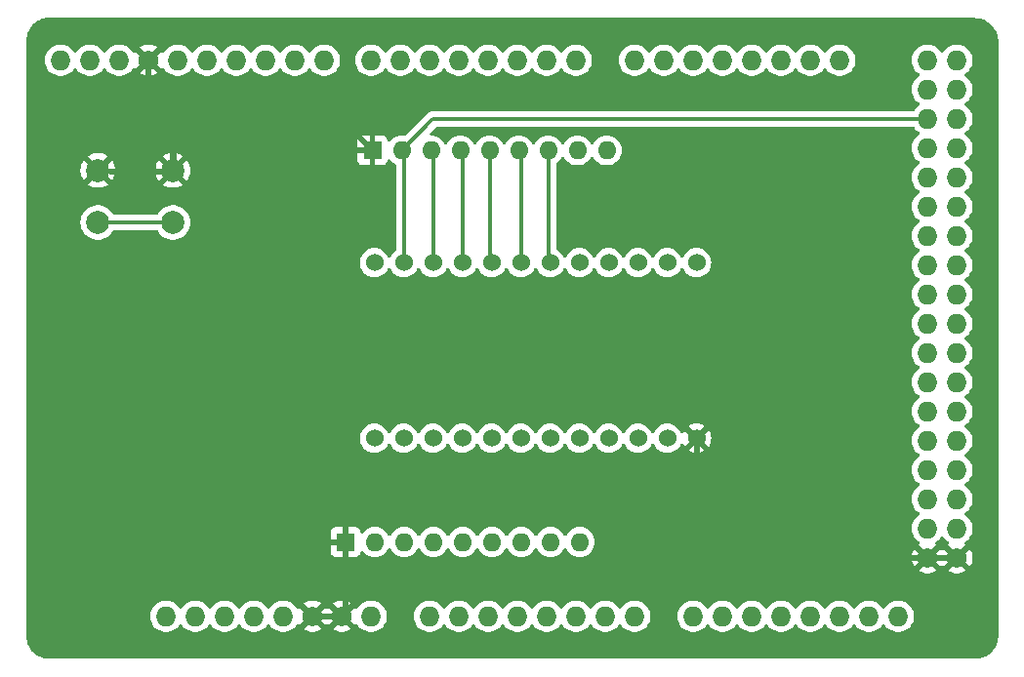
<source format=gbr>
G04 #@! TF.GenerationSoftware,KiCad,Pcbnew,7.0.8-7.0.8~ubuntu23.04.1*
G04 #@! TF.CreationDate,2023-10-29T22:49:27+00:00*
G04 #@! TF.ProjectId,2332 ROM Tester,32333332-2052-44f4-9d20-546573746572,1.0*
G04 #@! TF.SameCoordinates,Original*
G04 #@! TF.FileFunction,Copper,L2,Bot*
G04 #@! TF.FilePolarity,Positive*
%FSLAX46Y46*%
G04 Gerber Fmt 4.6, Leading zero omitted, Abs format (unit mm)*
G04 Created by KiCad (PCBNEW 7.0.8-7.0.8~ubuntu23.04.1) date 2023-10-29 22:49:27*
%MOMM*%
%LPD*%
G01*
G04 APERTURE LIST*
G04 #@! TA.AperFunction,ComponentPad*
%ADD10O,1.727200X1.727200*%
G04 #@! TD*
G04 #@! TA.AperFunction,ComponentPad*
%ADD11C,1.727200*%
G04 #@! TD*
G04 #@! TA.AperFunction,ComponentPad*
%ADD12C,1.530000*%
G04 #@! TD*
G04 #@! TA.AperFunction,ComponentPad*
%ADD13C,2.000000*%
G04 #@! TD*
G04 #@! TA.AperFunction,ComponentPad*
%ADD14R,1.600000X1.600000*%
G04 #@! TD*
G04 #@! TA.AperFunction,ComponentPad*
%ADD15O,1.600000X1.600000*%
G04 #@! TD*
G04 #@! TA.AperFunction,Conductor*
%ADD16C,0.500000*%
G04 #@! TD*
G04 #@! TA.AperFunction,Conductor*
%ADD17C,0.600000*%
G04 #@! TD*
G04 #@! TA.AperFunction,Conductor*
%ADD18C,0.350000*%
G04 #@! TD*
G04 APERTURE END LIST*
D10*
G04 #@! TO.P,A1,VIN,VIN*
G04 #@! TO.N,unconnected-(A1-PadVIN)*
X107700000Y-96330000D03*
G04 #@! TO.P,A1,SDA,SDA*
G04 #@! TO.N,unconnected-(A1-PadSDA)*
X83316000Y-48070000D03*
G04 #@! TO.P,A1,SCL,SCL*
G04 #@! TO.N,unconnected-(A1-PadSCL)*
X80776000Y-48070000D03*
G04 #@! TO.P,A1,RST1,RESET*
G04 #@! TO.N,Net-(A1-RESET)*
X95000000Y-96330000D03*
G04 #@! TO.P,A1,IORF,IOREF*
G04 #@! TO.N,unconnected-(A1-IOREF-PadIORF)*
X92460000Y-96330000D03*
D11*
G04 #@! TO.P,A1,GND6,GND*
G04 #@! TO.N,GND*
X158500000Y-91250000D03*
G04 #@! TO.P,A1,GND5,GND*
X155960000Y-91250000D03*
G04 #@! TO.P,A1,GND3,GND*
X105160000Y-96330000D03*
G04 #@! TO.P,A1,GND2,GND*
X102620000Y-96330000D03*
G04 #@! TO.P,A1,GND1,GND*
X88396000Y-48070000D03*
D10*
G04 #@! TO.P,A1,D53,D53_CS*
G04 #@! TO.N,unconnected-(A1-D53_CS-PadD53)*
X158500000Y-88710000D03*
G04 #@! TO.P,A1,D52,D52_SCK*
G04 #@! TO.N,unconnected-(A1-D52_SCK-PadD52)*
X155960000Y-88710000D03*
G04 #@! TO.P,A1,D51,D51_MOSI*
G04 #@! TO.N,unconnected-(A1-D51_MOSI-PadD51)*
X158500000Y-86170000D03*
G04 #@! TO.P,A1,D50,D50_MISO*
G04 #@! TO.N,unconnected-(A1-D50_MISO-PadD50)*
X155960000Y-86170000D03*
G04 #@! TO.P,A1,D49,D49*
G04 #@! TO.N,unconnected-(A1-PadD49)*
X158500000Y-83630000D03*
G04 #@! TO.P,A1,D48,D48*
G04 #@! TO.N,unconnected-(A1-PadD48)*
X155960000Y-83630000D03*
G04 #@! TO.P,A1,D47,D47*
G04 #@! TO.N,unconnected-(A1-PadD47)*
X158500000Y-81090000D03*
G04 #@! TO.P,A1,D46,D46*
G04 #@! TO.N,unconnected-(A1-PadD46)*
X155960000Y-81090000D03*
G04 #@! TO.P,A1,D45,D45*
G04 #@! TO.N,/D2*
X158500000Y-78550000D03*
G04 #@! TO.P,A1,D44,D44*
G04 #@! TO.N,/D1*
X155960000Y-78550000D03*
G04 #@! TO.P,A1,D43,D43*
G04 #@! TO.N,/D0*
X158500000Y-76010000D03*
G04 #@! TO.P,A1,D42,D42*
G04 #@! TO.N,/A0*
X155960000Y-76010000D03*
G04 #@! TO.P,A1,D41,D41*
G04 #@! TO.N,/A1*
X158500000Y-73470000D03*
G04 #@! TO.P,A1,D40,D40*
G04 #@! TO.N,/A2*
X155960000Y-73470000D03*
G04 #@! TO.P,A1,D39,D39*
G04 #@! TO.N,/A3*
X158500000Y-70930000D03*
G04 #@! TO.P,A1,D38,D38*
G04 #@! TO.N,/A4*
X155960000Y-70930000D03*
G04 #@! TO.P,A1,D37,D37*
G04 #@! TO.N,/A5*
X158500000Y-68390000D03*
G04 #@! TO.P,A1,D36,D36*
G04 #@! TO.N,/A6*
X155960000Y-68390000D03*
G04 #@! TO.P,A1,D35,D35*
G04 #@! TO.N,/D3*
X158500000Y-65850000D03*
G04 #@! TO.P,A1,D34,D34*
G04 #@! TO.N,/D4*
X155960000Y-65850000D03*
G04 #@! TO.P,A1,D33,D33*
G04 #@! TO.N,/D5*
X158500000Y-63310000D03*
G04 #@! TO.P,A1,D32,D32*
G04 #@! TO.N,/D6*
X155960000Y-63310000D03*
G04 #@! TO.P,A1,D31,D31*
G04 #@! TO.N,/D7*
X158500000Y-60770000D03*
G04 #@! TO.P,A1,D30,D30*
G04 #@! TO.N,/A11*
X155960000Y-60770000D03*
G04 #@! TO.P,A1,D29,D29*
G04 #@! TO.N,/A10*
X158500000Y-58230000D03*
G04 #@! TO.P,A1,D28,D28*
G04 #@! TO.N,/A9*
X155960000Y-58230000D03*
G04 #@! TO.P,A1,D27,D27*
G04 #@! TO.N,unconnected-(A1-PadD27)*
X158500000Y-55690000D03*
G04 #@! TO.P,A1,D26,D26*
G04 #@! TO.N,unconnected-(A1-PadD26)*
X155960000Y-55690000D03*
G04 #@! TO.P,A1,D25,D25*
G04 #@! TO.N,unconnected-(A1-PadD25)*
X158500000Y-53150000D03*
G04 #@! TO.P,A1,D24,D24*
G04 #@! TO.N,/A8*
X155960000Y-53150000D03*
G04 #@! TO.P,A1,D23,D23*
G04 #@! TO.N,unconnected-(A1-PadD23)*
X158500000Y-50610000D03*
G04 #@! TO.P,A1,D22,D22*
G04 #@! TO.N,unconnected-(A1-PadD22)*
X155960000Y-50610000D03*
G04 #@! TO.P,A1,D21,D21/SCL*
G04 #@! TO.N,unconnected-(A1-D21{slash}SCL-PadD21)*
X148340000Y-48070000D03*
G04 #@! TO.P,A1,D20,D20/SDA*
G04 #@! TO.N,unconnected-(A1-D20{slash}SDA-PadD20)*
X145800000Y-48070000D03*
G04 #@! TO.P,A1,D19,D19/RX1*
G04 #@! TO.N,unconnected-(A1-D19{slash}RX1-PadD19)*
X143260000Y-48070000D03*
G04 #@! TO.P,A1,D18,D18/TX1*
G04 #@! TO.N,unconnected-(A1-D18{slash}TX1-PadD18)*
X140720000Y-48070000D03*
G04 #@! TO.P,A1,D17,D17/RX2*
G04 #@! TO.N,unconnected-(A1-D17{slash}RX2-PadD17)*
X138180000Y-48070000D03*
G04 #@! TO.P,A1,D16,D16/TX2*
G04 #@! TO.N,unconnected-(A1-D16{slash}TX2-PadD16)*
X135640000Y-48070000D03*
G04 #@! TO.P,A1,D15,D15/RX3*
G04 #@! TO.N,unconnected-(A1-D15{slash}RX3-PadD15)*
X133100000Y-48070000D03*
G04 #@! TO.P,A1,D14,D14/TX3*
G04 #@! TO.N,unconnected-(A1-D14{slash}TX3-PadD14)*
X130560000Y-48070000D03*
G04 #@! TO.P,A1,D13,D13*
G04 #@! TO.N,/CE2*
X90936000Y-48070000D03*
G04 #@! TO.P,A1,D12,D12*
G04 #@! TO.N,/CE1*
X93476000Y-48070000D03*
G04 #@! TO.P,A1,D11,D11*
G04 #@! TO.N,unconnected-(A1-PadD11)*
X96016000Y-48070000D03*
G04 #@! TO.P,A1,D10,D10*
G04 #@! TO.N,unconnected-(A1-PadD10)*
X98556000Y-48070000D03*
G04 #@! TO.P,A1,D9,D9*
G04 #@! TO.N,unconnected-(A1-PadD9)*
X101096000Y-48070000D03*
G04 #@! TO.P,A1,D8,D8*
G04 #@! TO.N,unconnected-(A1-PadD8)*
X103636000Y-48070000D03*
G04 #@! TO.P,A1,D7,D7*
G04 #@! TO.N,unconnected-(A1-PadD7)*
X107700000Y-48070000D03*
G04 #@! TO.P,A1,D6,D6*
G04 #@! TO.N,unconnected-(A1-PadD6)*
X110240000Y-48070000D03*
G04 #@! TO.P,A1,D5,D5*
G04 #@! TO.N,unconnected-(A1-PadD5)*
X112780000Y-48070000D03*
G04 #@! TO.P,A1,D4,D4*
G04 #@! TO.N,unconnected-(A1-PadD4)*
X115320000Y-48070000D03*
G04 #@! TO.P,A1,D3,D3_INT1*
G04 #@! TO.N,unconnected-(A1-D3_INT1-PadD3)*
X117860000Y-48070000D03*
G04 #@! TO.P,A1,D2,D2_INT0*
G04 #@! TO.N,unconnected-(A1-D2_INT0-PadD2)*
X120400000Y-48070000D03*
G04 #@! TO.P,A1,D1,D1/TX0*
G04 #@! TO.N,unconnected-(A1-D1{slash}TX0-PadD1)*
X122940000Y-48070000D03*
G04 #@! TO.P,A1,D0,D0/RX0*
G04 #@! TO.N,unconnected-(A1-D0{slash}RX0-PadD0)*
X125480000Y-48070000D03*
G04 #@! TO.P,A1,AREF,AREF*
G04 #@! TO.N,unconnected-(A1-PadAREF)*
X85856000Y-48070000D03*
G04 #@! TO.P,A1,A15,A15*
G04 #@! TO.N,unconnected-(A1-PadA15)*
X153420000Y-96330000D03*
G04 #@! TO.P,A1,A14,A14*
G04 #@! TO.N,unconnected-(A1-PadA14)*
X150880000Y-96330000D03*
G04 #@! TO.P,A1,A13,A13*
G04 #@! TO.N,unconnected-(A1-PadA13)*
X148340000Y-96330000D03*
G04 #@! TO.P,A1,A12,A12*
G04 #@! TO.N,unconnected-(A1-PadA12)*
X145800000Y-96330000D03*
G04 #@! TO.P,A1,A11,A11*
G04 #@! TO.N,unconnected-(A1-PadA11)*
X143260000Y-96330000D03*
G04 #@! TO.P,A1,A10,A10*
G04 #@! TO.N,unconnected-(A1-PadA10)*
X140720000Y-96330000D03*
G04 #@! TO.P,A1,A9,A9*
G04 #@! TO.N,unconnected-(A1-PadA9)*
X138180000Y-96330000D03*
G04 #@! TO.P,A1,A8,A8*
G04 #@! TO.N,unconnected-(A1-PadA8)*
X135640000Y-96330000D03*
G04 #@! TO.P,A1,A7,A7*
G04 #@! TO.N,unconnected-(A1-PadA7)*
X130560000Y-96330000D03*
G04 #@! TO.P,A1,A6,A6*
G04 #@! TO.N,unconnected-(A1-PadA6)*
X128020000Y-96330000D03*
G04 #@! TO.P,A1,A5,A5*
G04 #@! TO.N,unconnected-(A1-PadA5)*
X125480000Y-96330000D03*
G04 #@! TO.P,A1,A4,A4*
G04 #@! TO.N,unconnected-(A1-PadA4)*
X122940000Y-96330000D03*
G04 #@! TO.P,A1,A3,A3*
G04 #@! TO.N,unconnected-(A1-PadA3)*
X120400000Y-96330000D03*
G04 #@! TO.P,A1,A2,A2*
G04 #@! TO.N,/A7*
X117860000Y-96330000D03*
G04 #@! TO.P,A1,A1,A1*
G04 #@! TO.N,Net-(A1-PadA1)*
X115320000Y-96330000D03*
G04 #@! TO.P,A1,A0,A0*
G04 #@! TO.N,Net-(A1-PadA0)*
X112780000Y-96330000D03*
G04 #@! TO.P,A1,5V4,5V*
G04 #@! TO.N,unconnected-(A1-5V-Pad5V4)*
X158500000Y-48070000D03*
G04 #@! TO.P,A1,5V3,5V*
G04 #@! TO.N,unconnected-(A1-5V-Pad5V3)*
X155960000Y-48070000D03*
G04 #@! TO.P,A1,5V1,5V*
G04 #@! TO.N,Net-(A1-5V-Pad5V1)*
X100080000Y-96330000D03*
G04 #@! TO.P,A1,3V3,3.3V*
G04 #@! TO.N,unconnected-(A1-3.3V-Pad3V3)*
X97540000Y-96330000D03*
G04 #@! TO.P,A1,*
G04 #@! TO.N,*
X89920000Y-96330000D03*
G04 #@! TD*
D12*
G04 #@! TO.P,U1,1,A7*
G04 #@! TO.N,/A7*
X107980000Y-80890000D03*
G04 #@! TO.P,U1,2,A6*
G04 #@! TO.N,/A6*
X110520000Y-80890000D03*
G04 #@! TO.P,U1,3,A5*
G04 #@! TO.N,/A5*
X113060000Y-80890000D03*
G04 #@! TO.P,U1,4,A4*
G04 #@! TO.N,/A4*
X115600000Y-80890000D03*
G04 #@! TO.P,U1,5,A3*
G04 #@! TO.N,/A3*
X118140000Y-80890000D03*
G04 #@! TO.P,U1,6,A2*
G04 #@! TO.N,/A2*
X120680000Y-80890000D03*
G04 #@! TO.P,U1,7,A1*
G04 #@! TO.N,/A1*
X123220000Y-80890000D03*
G04 #@! TO.P,U1,8,A0*
G04 #@! TO.N,/A0*
X125760000Y-80890000D03*
G04 #@! TO.P,U1,9,D0*
G04 #@! TO.N,/D0*
X128300000Y-80890000D03*
G04 #@! TO.P,U1,10,D1*
G04 #@! TO.N,/D1*
X130840000Y-80890000D03*
G04 #@! TO.P,U1,11,D2*
G04 #@! TO.N,/D2*
X133380000Y-80890000D03*
G04 #@! TO.P,U1,12,VSS*
G04 #@! TO.N,GND*
X135920000Y-80890000D03*
G04 #@! TO.P,U1,13,D3*
G04 #@! TO.N,/D3*
X135920000Y-65650000D03*
G04 #@! TO.P,U1,14,D4*
G04 #@! TO.N,/D4*
X133380000Y-65650000D03*
G04 #@! TO.P,U1,15,D5*
G04 #@! TO.N,/D5*
X130840000Y-65650000D03*
G04 #@! TO.P,U1,16,D6*
G04 #@! TO.N,/D6*
X128300000Y-65650000D03*
G04 #@! TO.P,U1,17,D7*
G04 #@! TO.N,/D7*
X125760000Y-65650000D03*
G04 #@! TO.P,U1,18,A11*
G04 #@! TO.N,/A11*
X123220000Y-65650000D03*
G04 #@! TO.P,U1,19,A10*
G04 #@! TO.N,/A10*
X120680000Y-65650000D03*
G04 #@! TO.P,U1,20,~{CE1}*
G04 #@! TO.N,/CE1*
X118140000Y-65650000D03*
G04 #@! TO.P,U1,21,CE2*
G04 #@! TO.N,/CE2*
X115600000Y-65650000D03*
G04 #@! TO.P,U1,22,A9*
G04 #@! TO.N,/A9*
X113060000Y-65650000D03*
G04 #@! TO.P,U1,23,A8*
G04 #@! TO.N,/A8*
X110520000Y-65650000D03*
G04 #@! TO.P,U1,24,VCC*
G04 #@! TO.N,VCC*
X107980000Y-65650000D03*
G04 #@! TD*
D13*
G04 #@! TO.P,SW1,2,B*
G04 #@! TO.N,Net-(A1-RESET)*
X90496800Y-62138800D03*
X83996800Y-62138800D03*
G04 #@! TO.P,SW1,1,A*
G04 #@! TO.N,GND*
X90496800Y-57638800D03*
X83996800Y-57638800D03*
G04 #@! TD*
D14*
G04 #@! TO.P,RN2,1,common*
G04 #@! TO.N,GND*
X107810000Y-55900000D03*
D15*
G04 #@! TO.P,RN2,2,R1*
G04 #@! TO.N,/A8*
X110350000Y-55900000D03*
G04 #@! TO.P,RN2,3,R2*
G04 #@! TO.N,/A9*
X112890000Y-55900000D03*
G04 #@! TO.P,RN2,4,R3*
G04 #@! TO.N,/CE2*
X115430000Y-55900000D03*
G04 #@! TO.P,RN2,5,R4*
G04 #@! TO.N,/CE1*
X117970000Y-55900000D03*
G04 #@! TO.P,RN2,6,R5*
G04 #@! TO.N,/A10*
X120510000Y-55900000D03*
G04 #@! TO.P,RN2,7,R6*
G04 #@! TO.N,/A11*
X123050000Y-55900000D03*
G04 #@! TO.P,RN2,8,R7*
G04 #@! TO.N,unconnected-(RN2-R7-Pad8)*
X125590000Y-55900000D03*
G04 #@! TO.P,RN2,9,R8*
G04 #@! TO.N,unconnected-(RN2-R8-Pad9)*
X128130000Y-55900000D03*
G04 #@! TD*
D14*
G04 #@! TO.P,RN1,1,common*
G04 #@! TO.N,GND*
X105470000Y-89900000D03*
D15*
G04 #@! TO.P,RN1,2,R1*
G04 #@! TO.N,/A7*
X108010000Y-89900000D03*
G04 #@! TO.P,RN1,3,R2*
G04 #@! TO.N,/A6*
X110550000Y-89900000D03*
G04 #@! TO.P,RN1,4,R3*
G04 #@! TO.N,/A5*
X113090000Y-89900000D03*
G04 #@! TO.P,RN1,5,R4*
G04 #@! TO.N,/A4*
X115630000Y-89900000D03*
G04 #@! TO.P,RN1,6,R5*
G04 #@! TO.N,/A3*
X118170000Y-89900000D03*
G04 #@! TO.P,RN1,7,R6*
G04 #@! TO.N,/A2*
X120710000Y-89900000D03*
G04 #@! TO.P,RN1,8,R7*
G04 #@! TO.N,/A1*
X123250000Y-89900000D03*
G04 #@! TO.P,RN1,9,R8*
G04 #@! TO.N,/A0*
X125790000Y-89900000D03*
G04 #@! TD*
D16*
G04 #@! TO.N,GND*
X105470000Y-89900000D02*
X95950000Y-89900000D01*
X95950000Y-89900000D02*
X80670400Y-74620400D01*
X80670400Y-74620400D02*
X80670400Y-60965200D01*
X80670400Y-60965200D02*
X83996800Y-57638800D01*
X105410000Y-53500000D02*
X90322400Y-53500000D01*
X90322400Y-53500000D02*
X88592000Y-53500000D01*
D17*
X90496800Y-57638800D02*
X90496800Y-53674400D01*
X90496800Y-53674400D02*
X90322400Y-53500000D01*
D16*
X88592000Y-53500000D02*
X88396000Y-53304000D01*
D18*
G04 #@! TO.N,/CE1*
X117970000Y-55900000D02*
X117970000Y-65480000D01*
X117970000Y-65480000D02*
X118140000Y-65650000D01*
G04 #@! TO.N,/CE2*
X115600000Y-65650000D02*
X115600000Y-56070000D01*
X115600000Y-56070000D02*
X115430000Y-55900000D01*
G04 #@! TO.N,/A8*
X110520000Y-65650000D02*
X110520000Y-56070000D01*
X155960000Y-53150000D02*
X113100000Y-53150000D01*
X113100000Y-53150000D02*
X112970000Y-53280000D01*
X110350000Y-55900000D02*
X112970000Y-53280000D01*
X110520000Y-56070000D02*
X110350000Y-55900000D01*
G04 #@! TO.N,/A9*
X113060000Y-65650000D02*
X113060000Y-56070000D01*
X113060000Y-56070000D02*
X112890000Y-55900000D01*
G04 #@! TO.N,/A10*
X120680000Y-56070000D02*
X120510000Y-55900000D01*
X120680000Y-65650000D02*
X120680000Y-56070000D01*
G04 #@! TO.N,/A11*
X123050000Y-55900000D02*
X123050000Y-65480000D01*
X123050000Y-65480000D02*
X123220000Y-65650000D01*
D16*
G04 #@! TO.N,GND*
X105470000Y-92100000D02*
X134000000Y-92100000D01*
X105470000Y-92100000D02*
X105470000Y-96020000D01*
X85061200Y-57791200D02*
X90811200Y-57791200D01*
X107810000Y-55900000D02*
X105410000Y-53500000D01*
X135920000Y-80890000D02*
X135920000Y-89750000D01*
X135920000Y-89750000D02*
X135920000Y-90180000D01*
X155960000Y-91250000D02*
X137420000Y-91250000D01*
X105470000Y-89900000D02*
X105470000Y-92100000D01*
X102620000Y-96330000D02*
X105160000Y-96330000D01*
X137420000Y-91250000D02*
X135920000Y-89750000D01*
X105470000Y-96020000D02*
X105160000Y-96330000D01*
X158500000Y-91250000D02*
X155960000Y-91250000D01*
X88396000Y-48070000D02*
X88396000Y-53304000D01*
X135920000Y-90180000D02*
X134000000Y-92100000D01*
D18*
G04 #@! TO.N,Net-(A1-RESET)*
X83996800Y-62138800D02*
X90496800Y-62138800D01*
G04 #@! TD*
G04 #@! TA.AperFunction,Conductor*
G04 #@! TO.N,GND*
G36*
X157311905Y-89393753D02*
G01*
X157333804Y-89419025D01*
X157419844Y-89550719D01*
X157419849Y-89550724D01*
X157419850Y-89550727D01*
X157532700Y-89673313D01*
X157572954Y-89717040D01*
X157751351Y-89855893D01*
X157751353Y-89855894D01*
X157751360Y-89855899D01*
X157779689Y-89871229D01*
X157829280Y-89920447D01*
X157844390Y-89988664D01*
X157820220Y-90054220D01*
X157779694Y-90089337D01*
X157751628Y-90104526D01*
X157751617Y-90104533D01*
X157727140Y-90123584D01*
X157727140Y-90123586D01*
X158360401Y-90756847D01*
X158355408Y-90757565D01*
X158222530Y-90818248D01*
X158112131Y-90913910D01*
X158033155Y-91036799D01*
X158010477Y-91114031D01*
X157375109Y-90478663D01*
X157333808Y-90541881D01*
X157280662Y-90587238D01*
X157211431Y-90596662D01*
X157148095Y-90567161D01*
X157126190Y-90541881D01*
X157084888Y-90478664D01*
X156449521Y-91114030D01*
X156426845Y-91036799D01*
X156347869Y-90913910D01*
X156237470Y-90818248D01*
X156104592Y-90757565D01*
X156099599Y-90756847D01*
X156732859Y-90123587D01*
X156732858Y-90123585D01*
X156708378Y-90104531D01*
X156708373Y-90104527D01*
X156680308Y-90089340D01*
X156630717Y-90040121D01*
X156615609Y-89971905D01*
X156639779Y-89906349D01*
X156680306Y-89871231D01*
X156708649Y-89855893D01*
X156887046Y-89717040D01*
X157040156Y-89550719D01*
X157126193Y-89419028D01*
X157179338Y-89373675D01*
X157248569Y-89364251D01*
X157311905Y-89393753D01*
G37*
G04 #@! TD.AperFunction*
G04 #@! TA.AperFunction,Conductor*
G36*
X160033961Y-44414686D02*
G01*
X160034056Y-44414714D01*
X160083750Y-44414714D01*
X160087804Y-44414847D01*
X160120383Y-44416981D01*
X160169442Y-44420196D01*
X160351249Y-44433198D01*
X160358886Y-44434227D01*
X160475239Y-44457370D01*
X160619474Y-44488747D01*
X160626163Y-44490604D01*
X160745215Y-44531016D01*
X160877535Y-44580369D01*
X160883270Y-44582844D01*
X160998739Y-44639787D01*
X161049054Y-44667261D01*
X161120697Y-44706381D01*
X161125431Y-44709247D01*
X161232462Y-44780763D01*
X161235121Y-44782644D01*
X161344442Y-44864481D01*
X161348138Y-44867478D01*
X161397385Y-44910666D01*
X161445292Y-44952679D01*
X161448253Y-44955453D01*
X161544545Y-45051745D01*
X161547316Y-45054703D01*
X161598896Y-45113519D01*
X161632512Y-45151850D01*
X161635523Y-45155563D01*
X161717344Y-45264864D01*
X161719253Y-45267561D01*
X161790751Y-45374567D01*
X161793617Y-45379300D01*
X161860213Y-45501261D01*
X161917147Y-45616714D01*
X161919633Y-45622472D01*
X161968983Y-45754785D01*
X162009386Y-45873808D01*
X162011261Y-45880564D01*
X162042637Y-46024803D01*
X162065768Y-46141092D01*
X162066803Y-46148773D01*
X162079804Y-46330578D01*
X162085153Y-46412179D01*
X162085286Y-46416236D01*
X162085286Y-98033763D01*
X162085153Y-98037820D01*
X162079804Y-98119421D01*
X162066803Y-98301225D01*
X162065768Y-98308906D01*
X162042637Y-98425196D01*
X162011261Y-98569434D01*
X162009386Y-98576190D01*
X161968985Y-98695210D01*
X161919633Y-98827527D01*
X161917147Y-98833284D01*
X161860213Y-98948738D01*
X161793617Y-99070698D01*
X161790751Y-99075432D01*
X161719253Y-99182437D01*
X161717335Y-99185147D01*
X161635533Y-99294422D01*
X161632512Y-99298148D01*
X161547319Y-99395292D01*
X161544545Y-99398253D01*
X161448253Y-99494545D01*
X161445292Y-99497319D01*
X161348148Y-99582512D01*
X161344422Y-99585533D01*
X161235147Y-99667335D01*
X161232437Y-99669253D01*
X161125432Y-99740751D01*
X161120698Y-99743617D01*
X160998738Y-99810213D01*
X160883284Y-99867147D01*
X160877527Y-99869633D01*
X160745210Y-99918985D01*
X160626190Y-99959386D01*
X160619434Y-99961261D01*
X160475196Y-99992637D01*
X160358906Y-100015768D01*
X160351225Y-100016803D01*
X160169421Y-100029804D01*
X160107662Y-100033852D01*
X160087810Y-100035153D01*
X160083763Y-100035286D01*
X79800641Y-100035286D01*
X79796593Y-100035153D01*
X79775625Y-100033779D01*
X79714982Y-100029804D01*
X79533183Y-100016803D01*
X79525504Y-100015769D01*
X79409219Y-99992640D01*
X79393219Y-99989160D01*
X79264968Y-99961260D01*
X79258213Y-99959385D01*
X79139220Y-99918995D01*
X79006855Y-99869625D01*
X79001096Y-99867138D01*
X78885699Y-99810231D01*
X78763689Y-99743609D01*
X78758955Y-99740743D01*
X78652003Y-99669281D01*
X78649293Y-99667363D01*
X78539949Y-99585509D01*
X78536232Y-99582496D01*
X78439141Y-99497350D01*
X78436185Y-99494581D01*
X78339820Y-99398216D01*
X78337054Y-99395263D01*
X78251914Y-99298179D01*
X78248894Y-99294454D01*
X78248870Y-99294422D01*
X78167009Y-99185069D01*
X78165125Y-99182406D01*
X78093657Y-99075446D01*
X78090801Y-99070727D01*
X78090785Y-99070698D01*
X78024153Y-98948669D01*
X77967265Y-98833310D01*
X77964779Y-98827552D01*
X77964770Y-98827527D01*
X77915386Y-98695125D01*
X77875014Y-98576190D01*
X77873152Y-98569482D01*
X77841730Y-98425035D01*
X77818633Y-98308916D01*
X77817604Y-98301282D01*
X77804555Y-98118823D01*
X77800952Y-98063841D01*
X77799251Y-98037865D01*
X77799118Y-98033810D01*
X77799118Y-96330006D01*
X88551225Y-96330006D01*
X88569892Y-96555289D01*
X88625388Y-96774439D01*
X88716198Y-96981466D01*
X88839842Y-97170716D01*
X88839850Y-97170727D01*
X88992950Y-97337036D01*
X88992954Y-97337040D01*
X89171351Y-97475893D01*
X89370169Y-97583488D01*
X89370172Y-97583489D01*
X89583982Y-97656890D01*
X89583984Y-97656890D01*
X89583986Y-97656891D01*
X89806967Y-97694100D01*
X89806968Y-97694100D01*
X90033032Y-97694100D01*
X90033033Y-97694100D01*
X90256014Y-97656891D01*
X90469831Y-97583488D01*
X90668649Y-97475893D01*
X90847046Y-97337040D01*
X91000156Y-97170719D01*
X91086193Y-97039028D01*
X91139338Y-96993675D01*
X91208569Y-96984251D01*
X91271905Y-97013753D01*
X91293804Y-97039025D01*
X91379844Y-97170719D01*
X91379849Y-97170724D01*
X91379850Y-97170727D01*
X91532950Y-97337036D01*
X91532954Y-97337040D01*
X91711351Y-97475893D01*
X91910169Y-97583488D01*
X91910172Y-97583489D01*
X92123982Y-97656890D01*
X92123984Y-97656890D01*
X92123986Y-97656891D01*
X92346967Y-97694100D01*
X92346968Y-97694100D01*
X92573032Y-97694100D01*
X92573033Y-97694100D01*
X92796014Y-97656891D01*
X93009831Y-97583488D01*
X93208649Y-97475893D01*
X93387046Y-97337040D01*
X93540156Y-97170719D01*
X93626193Y-97039028D01*
X93679338Y-96993675D01*
X93748569Y-96984251D01*
X93811905Y-97013753D01*
X93833804Y-97039025D01*
X93919844Y-97170719D01*
X93919849Y-97170724D01*
X93919850Y-97170727D01*
X94072950Y-97337036D01*
X94072954Y-97337040D01*
X94251351Y-97475893D01*
X94450169Y-97583488D01*
X94450172Y-97583489D01*
X94663982Y-97656890D01*
X94663984Y-97656890D01*
X94663986Y-97656891D01*
X94886967Y-97694100D01*
X94886968Y-97694100D01*
X95113032Y-97694100D01*
X95113033Y-97694100D01*
X95336014Y-97656891D01*
X95549831Y-97583488D01*
X95748649Y-97475893D01*
X95927046Y-97337040D01*
X96080156Y-97170719D01*
X96166193Y-97039028D01*
X96219338Y-96993675D01*
X96288569Y-96984251D01*
X96351905Y-97013753D01*
X96373804Y-97039025D01*
X96459844Y-97170719D01*
X96459849Y-97170724D01*
X96459850Y-97170727D01*
X96612950Y-97337036D01*
X96612954Y-97337040D01*
X96791351Y-97475893D01*
X96990169Y-97583488D01*
X96990172Y-97583489D01*
X97203982Y-97656890D01*
X97203984Y-97656890D01*
X97203986Y-97656891D01*
X97426967Y-97694100D01*
X97426968Y-97694100D01*
X97653032Y-97694100D01*
X97653033Y-97694100D01*
X97876014Y-97656891D01*
X98089831Y-97583488D01*
X98288649Y-97475893D01*
X98467046Y-97337040D01*
X98620156Y-97170719D01*
X98706193Y-97039028D01*
X98759338Y-96993675D01*
X98828569Y-96984251D01*
X98891905Y-97013753D01*
X98913804Y-97039025D01*
X98999844Y-97170719D01*
X98999849Y-97170724D01*
X98999850Y-97170727D01*
X99152950Y-97337036D01*
X99152954Y-97337040D01*
X99331351Y-97475893D01*
X99530169Y-97583488D01*
X99530172Y-97583489D01*
X99743982Y-97656890D01*
X99743984Y-97656890D01*
X99743986Y-97656891D01*
X99966967Y-97694100D01*
X99966968Y-97694100D01*
X100193032Y-97694100D01*
X100193033Y-97694100D01*
X100416014Y-97656891D01*
X100629831Y-97583488D01*
X100828649Y-97475893D01*
X101007046Y-97337040D01*
X101160156Y-97170719D01*
X101246491Y-97038572D01*
X101299635Y-96993218D01*
X101368867Y-96983794D01*
X101432203Y-97013296D01*
X101454107Y-97038575D01*
X101495109Y-97101334D01*
X102130477Y-96465967D01*
X102153155Y-96543201D01*
X102232131Y-96666090D01*
X102342530Y-96761752D01*
X102475408Y-96822435D01*
X102480399Y-96823152D01*
X101847139Y-97456412D01*
X101847140Y-97456413D01*
X101871622Y-97475468D01*
X101871632Y-97475475D01*
X102070360Y-97583022D01*
X102070375Y-97583029D01*
X102284106Y-97656403D01*
X102507010Y-97693600D01*
X102732990Y-97693600D01*
X102955893Y-97656403D01*
X103169624Y-97583029D01*
X103169639Y-97583022D01*
X103368366Y-97475476D01*
X103368378Y-97475468D01*
X103392859Y-97456413D01*
X103392859Y-97456412D01*
X102759600Y-96823152D01*
X102764592Y-96822435D01*
X102897470Y-96761752D01*
X103007869Y-96666090D01*
X103086845Y-96543201D01*
X103109522Y-96465969D01*
X103744888Y-97101334D01*
X103786191Y-97038117D01*
X103839337Y-96992760D01*
X103908569Y-96983336D01*
X103971904Y-97012838D01*
X103993809Y-97038117D01*
X104035110Y-97101334D01*
X104670477Y-96465968D01*
X104693155Y-96543201D01*
X104772131Y-96666090D01*
X104882530Y-96761752D01*
X105015408Y-96822435D01*
X105020399Y-96823152D01*
X104387139Y-97456412D01*
X104387140Y-97456413D01*
X104411622Y-97475468D01*
X104411632Y-97475475D01*
X104610360Y-97583022D01*
X104610375Y-97583029D01*
X104824106Y-97656403D01*
X105047010Y-97693600D01*
X105272990Y-97693600D01*
X105495893Y-97656403D01*
X105709624Y-97583029D01*
X105709639Y-97583022D01*
X105908366Y-97475476D01*
X105908378Y-97475468D01*
X105932859Y-97456413D01*
X105932859Y-97456412D01*
X105299600Y-96823152D01*
X105304592Y-96822435D01*
X105437470Y-96761752D01*
X105547869Y-96666090D01*
X105626845Y-96543201D01*
X105649522Y-96465969D01*
X106284889Y-97101335D01*
X106325892Y-97038575D01*
X106379038Y-96993218D01*
X106448270Y-96983794D01*
X106511606Y-97013296D01*
X106533509Y-97038574D01*
X106619842Y-97170716D01*
X106619850Y-97170727D01*
X106772950Y-97337036D01*
X106772954Y-97337040D01*
X106951351Y-97475893D01*
X107150169Y-97583488D01*
X107150172Y-97583489D01*
X107363982Y-97656890D01*
X107363984Y-97656890D01*
X107363986Y-97656891D01*
X107586967Y-97694100D01*
X107586968Y-97694100D01*
X107813032Y-97694100D01*
X107813033Y-97694100D01*
X108036014Y-97656891D01*
X108249831Y-97583488D01*
X108448649Y-97475893D01*
X108627046Y-97337040D01*
X108780156Y-97170719D01*
X108903802Y-96981465D01*
X108994611Y-96774441D01*
X109050107Y-96555293D01*
X109068775Y-96330006D01*
X111411225Y-96330006D01*
X111429892Y-96555289D01*
X111485388Y-96774439D01*
X111576198Y-96981466D01*
X111699842Y-97170716D01*
X111699850Y-97170727D01*
X111852950Y-97337036D01*
X111852954Y-97337040D01*
X112031351Y-97475893D01*
X112230169Y-97583488D01*
X112230172Y-97583489D01*
X112443982Y-97656890D01*
X112443984Y-97656890D01*
X112443986Y-97656891D01*
X112666967Y-97694100D01*
X112666968Y-97694100D01*
X112893032Y-97694100D01*
X112893033Y-97694100D01*
X113116014Y-97656891D01*
X113329831Y-97583488D01*
X113528649Y-97475893D01*
X113707046Y-97337040D01*
X113860156Y-97170719D01*
X113946193Y-97039028D01*
X113999338Y-96993675D01*
X114068569Y-96984251D01*
X114131905Y-97013753D01*
X114153804Y-97039025D01*
X114239844Y-97170719D01*
X114239849Y-97170724D01*
X114239850Y-97170727D01*
X114392950Y-97337036D01*
X114392954Y-97337040D01*
X114571351Y-97475893D01*
X114770169Y-97583488D01*
X114770172Y-97583489D01*
X114983982Y-97656890D01*
X114983984Y-97656890D01*
X114983986Y-97656891D01*
X115206967Y-97694100D01*
X115206968Y-97694100D01*
X115433032Y-97694100D01*
X115433033Y-97694100D01*
X115656014Y-97656891D01*
X115869831Y-97583488D01*
X116068649Y-97475893D01*
X116247046Y-97337040D01*
X116400156Y-97170719D01*
X116486193Y-97039028D01*
X116539338Y-96993675D01*
X116608569Y-96984251D01*
X116671905Y-97013753D01*
X116693804Y-97039025D01*
X116779844Y-97170719D01*
X116779849Y-97170724D01*
X116779850Y-97170727D01*
X116932950Y-97337036D01*
X116932954Y-97337040D01*
X117111351Y-97475893D01*
X117310169Y-97583488D01*
X117310172Y-97583489D01*
X117523982Y-97656890D01*
X117523984Y-97656890D01*
X117523986Y-97656891D01*
X117746967Y-97694100D01*
X117746968Y-97694100D01*
X117973032Y-97694100D01*
X117973033Y-97694100D01*
X118196014Y-97656891D01*
X118409831Y-97583488D01*
X118608649Y-97475893D01*
X118787046Y-97337040D01*
X118940156Y-97170719D01*
X119026193Y-97039028D01*
X119079338Y-96993675D01*
X119148569Y-96984251D01*
X119211905Y-97013753D01*
X119233804Y-97039025D01*
X119319844Y-97170719D01*
X119319849Y-97170724D01*
X119319850Y-97170727D01*
X119472950Y-97337036D01*
X119472954Y-97337040D01*
X119651351Y-97475893D01*
X119850169Y-97583488D01*
X119850172Y-97583489D01*
X120063982Y-97656890D01*
X120063984Y-97656890D01*
X120063986Y-97656891D01*
X120286967Y-97694100D01*
X120286968Y-97694100D01*
X120513032Y-97694100D01*
X120513033Y-97694100D01*
X120736014Y-97656891D01*
X120949831Y-97583488D01*
X121148649Y-97475893D01*
X121327046Y-97337040D01*
X121480156Y-97170719D01*
X121566193Y-97039028D01*
X121619338Y-96993675D01*
X121688569Y-96984251D01*
X121751905Y-97013753D01*
X121773804Y-97039025D01*
X121859844Y-97170719D01*
X121859849Y-97170724D01*
X121859850Y-97170727D01*
X122012950Y-97337036D01*
X122012954Y-97337040D01*
X122191351Y-97475893D01*
X122390169Y-97583488D01*
X122390172Y-97583489D01*
X122603982Y-97656890D01*
X122603984Y-97656890D01*
X122603986Y-97656891D01*
X122826967Y-97694100D01*
X122826968Y-97694100D01*
X123053032Y-97694100D01*
X123053033Y-97694100D01*
X123276014Y-97656891D01*
X123489831Y-97583488D01*
X123688649Y-97475893D01*
X123867046Y-97337040D01*
X124020156Y-97170719D01*
X124106193Y-97039028D01*
X124159338Y-96993675D01*
X124228569Y-96984251D01*
X124291905Y-97013753D01*
X124313804Y-97039025D01*
X124399844Y-97170719D01*
X124399849Y-97170724D01*
X124399850Y-97170727D01*
X124552950Y-97337036D01*
X124552954Y-97337040D01*
X124731351Y-97475893D01*
X124930169Y-97583488D01*
X124930172Y-97583489D01*
X125143982Y-97656890D01*
X125143984Y-97656890D01*
X125143986Y-97656891D01*
X125366967Y-97694100D01*
X125366968Y-97694100D01*
X125593032Y-97694100D01*
X125593033Y-97694100D01*
X125816014Y-97656891D01*
X126029831Y-97583488D01*
X126228649Y-97475893D01*
X126407046Y-97337040D01*
X126560156Y-97170719D01*
X126646193Y-97039028D01*
X126699338Y-96993675D01*
X126768569Y-96984251D01*
X126831905Y-97013753D01*
X126853804Y-97039025D01*
X126939844Y-97170719D01*
X126939849Y-97170724D01*
X126939850Y-97170727D01*
X127092950Y-97337036D01*
X127092954Y-97337040D01*
X127271351Y-97475893D01*
X127470169Y-97583488D01*
X127470172Y-97583489D01*
X127683982Y-97656890D01*
X127683984Y-97656890D01*
X127683986Y-97656891D01*
X127906967Y-97694100D01*
X127906968Y-97694100D01*
X128133032Y-97694100D01*
X128133033Y-97694100D01*
X128356014Y-97656891D01*
X128569831Y-97583488D01*
X128768649Y-97475893D01*
X128947046Y-97337040D01*
X129100156Y-97170719D01*
X129186193Y-97039028D01*
X129239338Y-96993675D01*
X129308569Y-96984251D01*
X129371905Y-97013753D01*
X129393804Y-97039025D01*
X129479844Y-97170719D01*
X129479849Y-97170724D01*
X129479850Y-97170727D01*
X129632950Y-97337036D01*
X129632954Y-97337040D01*
X129811351Y-97475893D01*
X130010169Y-97583488D01*
X130010172Y-97583489D01*
X130223982Y-97656890D01*
X130223984Y-97656890D01*
X130223986Y-97656891D01*
X130446967Y-97694100D01*
X130446968Y-97694100D01*
X130673032Y-97694100D01*
X130673033Y-97694100D01*
X130896014Y-97656891D01*
X131109831Y-97583488D01*
X131308649Y-97475893D01*
X131487046Y-97337040D01*
X131640156Y-97170719D01*
X131763802Y-96981465D01*
X131854611Y-96774441D01*
X131910107Y-96555293D01*
X131928775Y-96330006D01*
X134271225Y-96330006D01*
X134289892Y-96555289D01*
X134345388Y-96774439D01*
X134436198Y-96981466D01*
X134559842Y-97170716D01*
X134559850Y-97170727D01*
X134712950Y-97337036D01*
X134712954Y-97337040D01*
X134891351Y-97475893D01*
X135090169Y-97583488D01*
X135090172Y-97583489D01*
X135303982Y-97656890D01*
X135303984Y-97656890D01*
X135303986Y-97656891D01*
X135526967Y-97694100D01*
X135526968Y-97694100D01*
X135753032Y-97694100D01*
X135753033Y-97694100D01*
X135976014Y-97656891D01*
X136189831Y-97583488D01*
X136388649Y-97475893D01*
X136567046Y-97337040D01*
X136720156Y-97170719D01*
X136806193Y-97039028D01*
X136859338Y-96993675D01*
X136928569Y-96984251D01*
X136991905Y-97013753D01*
X137013804Y-97039025D01*
X137099844Y-97170719D01*
X137099849Y-97170724D01*
X137099850Y-97170727D01*
X137252950Y-97337036D01*
X137252954Y-97337040D01*
X137431351Y-97475893D01*
X137630169Y-97583488D01*
X137630172Y-97583489D01*
X137843982Y-97656890D01*
X137843984Y-97656890D01*
X137843986Y-97656891D01*
X138066967Y-97694100D01*
X138066968Y-97694100D01*
X138293032Y-97694100D01*
X138293033Y-97694100D01*
X138516014Y-97656891D01*
X138729831Y-97583488D01*
X138928649Y-97475893D01*
X139107046Y-97337040D01*
X139260156Y-97170719D01*
X139346193Y-97039028D01*
X139399338Y-96993675D01*
X139468569Y-96984251D01*
X139531905Y-97013753D01*
X139553804Y-97039025D01*
X139639844Y-97170719D01*
X139639849Y-97170724D01*
X139639850Y-97170727D01*
X139792950Y-97337036D01*
X139792954Y-97337040D01*
X139971351Y-97475893D01*
X140170169Y-97583488D01*
X140170172Y-97583489D01*
X140383982Y-97656890D01*
X140383984Y-97656890D01*
X140383986Y-97656891D01*
X140606967Y-97694100D01*
X140606968Y-97694100D01*
X140833032Y-97694100D01*
X140833033Y-97694100D01*
X141056014Y-97656891D01*
X141269831Y-97583488D01*
X141468649Y-97475893D01*
X141647046Y-97337040D01*
X141800156Y-97170719D01*
X141886193Y-97039028D01*
X141939338Y-96993675D01*
X142008569Y-96984251D01*
X142071905Y-97013753D01*
X142093804Y-97039025D01*
X142179844Y-97170719D01*
X142179849Y-97170724D01*
X142179850Y-97170727D01*
X142332950Y-97337036D01*
X142332954Y-97337040D01*
X142511351Y-97475893D01*
X142710169Y-97583488D01*
X142710172Y-97583489D01*
X142923982Y-97656890D01*
X142923984Y-97656890D01*
X142923986Y-97656891D01*
X143146967Y-97694100D01*
X143146968Y-97694100D01*
X143373032Y-97694100D01*
X143373033Y-97694100D01*
X143596014Y-97656891D01*
X143809831Y-97583488D01*
X144008649Y-97475893D01*
X144187046Y-97337040D01*
X144340156Y-97170719D01*
X144426193Y-97039028D01*
X144479338Y-96993675D01*
X144548569Y-96984251D01*
X144611905Y-97013753D01*
X144633804Y-97039025D01*
X144719844Y-97170719D01*
X144719849Y-97170724D01*
X144719850Y-97170727D01*
X144872950Y-97337036D01*
X144872954Y-97337040D01*
X145051351Y-97475893D01*
X145250169Y-97583488D01*
X145250172Y-97583489D01*
X145463982Y-97656890D01*
X145463984Y-97656890D01*
X145463986Y-97656891D01*
X145686967Y-97694100D01*
X145686968Y-97694100D01*
X145913032Y-97694100D01*
X145913033Y-97694100D01*
X146136014Y-97656891D01*
X146349831Y-97583488D01*
X146548649Y-97475893D01*
X146727046Y-97337040D01*
X146880156Y-97170719D01*
X146966193Y-97039028D01*
X147019338Y-96993675D01*
X147088569Y-96984251D01*
X147151905Y-97013753D01*
X147173804Y-97039025D01*
X147259844Y-97170719D01*
X147259849Y-97170724D01*
X147259850Y-97170727D01*
X147412950Y-97337036D01*
X147412954Y-97337040D01*
X147591351Y-97475893D01*
X147790169Y-97583488D01*
X147790172Y-97583489D01*
X148003982Y-97656890D01*
X148003984Y-97656890D01*
X148003986Y-97656891D01*
X148226967Y-97694100D01*
X148226968Y-97694100D01*
X148453032Y-97694100D01*
X148453033Y-97694100D01*
X148676014Y-97656891D01*
X148889831Y-97583488D01*
X149088649Y-97475893D01*
X149267046Y-97337040D01*
X149420156Y-97170719D01*
X149506193Y-97039028D01*
X149559338Y-96993675D01*
X149628569Y-96984251D01*
X149691905Y-97013753D01*
X149713804Y-97039025D01*
X149799844Y-97170719D01*
X149799849Y-97170724D01*
X149799850Y-97170727D01*
X149952950Y-97337036D01*
X149952954Y-97337040D01*
X150131351Y-97475893D01*
X150330169Y-97583488D01*
X150330172Y-97583489D01*
X150543982Y-97656890D01*
X150543984Y-97656890D01*
X150543986Y-97656891D01*
X150766967Y-97694100D01*
X150766968Y-97694100D01*
X150993032Y-97694100D01*
X150993033Y-97694100D01*
X151216014Y-97656891D01*
X151429831Y-97583488D01*
X151628649Y-97475893D01*
X151807046Y-97337040D01*
X151960156Y-97170719D01*
X152046193Y-97039028D01*
X152099338Y-96993675D01*
X152168569Y-96984251D01*
X152231905Y-97013753D01*
X152253804Y-97039025D01*
X152339844Y-97170719D01*
X152339849Y-97170724D01*
X152339850Y-97170727D01*
X152492950Y-97337036D01*
X152492954Y-97337040D01*
X152671351Y-97475893D01*
X152870169Y-97583488D01*
X152870172Y-97583489D01*
X153083982Y-97656890D01*
X153083984Y-97656890D01*
X153083986Y-97656891D01*
X153306967Y-97694100D01*
X153306968Y-97694100D01*
X153533032Y-97694100D01*
X153533033Y-97694100D01*
X153756014Y-97656891D01*
X153969831Y-97583488D01*
X154168649Y-97475893D01*
X154347046Y-97337040D01*
X154500156Y-97170719D01*
X154623802Y-96981465D01*
X154714611Y-96774441D01*
X154770107Y-96555293D01*
X154788775Y-96330000D01*
X154788775Y-96329993D01*
X154770107Y-96104710D01*
X154770107Y-96104707D01*
X154714611Y-95885559D01*
X154623802Y-95678535D01*
X154622578Y-95676662D01*
X154500157Y-95489283D01*
X154500149Y-95489272D01*
X154347049Y-95322963D01*
X154347048Y-95322962D01*
X154347046Y-95322960D01*
X154168649Y-95184107D01*
X154142390Y-95169896D01*
X153969832Y-95076512D01*
X153969827Y-95076510D01*
X153756017Y-95003109D01*
X153588778Y-94975202D01*
X153533033Y-94965900D01*
X153306967Y-94965900D01*
X153262370Y-94973341D01*
X153083982Y-95003109D01*
X152870172Y-95076510D01*
X152870167Y-95076512D01*
X152671352Y-95184106D01*
X152492955Y-95322959D01*
X152492950Y-95322963D01*
X152339850Y-95489272D01*
X152339842Y-95489283D01*
X152253808Y-95620968D01*
X152200662Y-95666325D01*
X152131430Y-95675748D01*
X152068095Y-95646246D01*
X152046192Y-95620968D01*
X151960157Y-95489283D01*
X151960149Y-95489272D01*
X151807049Y-95322963D01*
X151807048Y-95322962D01*
X151807046Y-95322960D01*
X151628649Y-95184107D01*
X151602390Y-95169896D01*
X151429832Y-95076512D01*
X151429827Y-95076510D01*
X151216017Y-95003109D01*
X151048778Y-94975202D01*
X150993033Y-94965900D01*
X150766967Y-94965900D01*
X150722370Y-94973341D01*
X150543982Y-95003109D01*
X150330172Y-95076510D01*
X150330167Y-95076512D01*
X150131352Y-95184106D01*
X149952955Y-95322959D01*
X149952950Y-95322963D01*
X149799850Y-95489272D01*
X149799842Y-95489283D01*
X149713808Y-95620968D01*
X149660662Y-95666325D01*
X149591430Y-95675748D01*
X149528095Y-95646246D01*
X149506192Y-95620968D01*
X149420157Y-95489283D01*
X149420149Y-95489272D01*
X149267049Y-95322963D01*
X149267048Y-95322962D01*
X149267046Y-95322960D01*
X149088649Y-95184107D01*
X149062390Y-95169896D01*
X148889832Y-95076512D01*
X148889827Y-95076510D01*
X148676017Y-95003109D01*
X148508778Y-94975202D01*
X148453033Y-94965900D01*
X148226967Y-94965900D01*
X148182370Y-94973341D01*
X148003982Y-95003109D01*
X147790172Y-95076510D01*
X147790167Y-95076512D01*
X147591352Y-95184106D01*
X147412955Y-95322959D01*
X147412950Y-95322963D01*
X147259850Y-95489272D01*
X147259842Y-95489283D01*
X147173808Y-95620968D01*
X147120662Y-95666325D01*
X147051430Y-95675748D01*
X146988095Y-95646246D01*
X146966192Y-95620968D01*
X146880157Y-95489283D01*
X146880149Y-95489272D01*
X146727049Y-95322963D01*
X146727048Y-95322962D01*
X146727046Y-95322960D01*
X146548649Y-95184107D01*
X146522390Y-95169896D01*
X146349832Y-95076512D01*
X146349827Y-95076510D01*
X146136017Y-95003109D01*
X145968778Y-94975202D01*
X145913033Y-94965900D01*
X145686967Y-94965900D01*
X145642370Y-94973341D01*
X145463982Y-95003109D01*
X145250172Y-95076510D01*
X145250167Y-95076512D01*
X145051352Y-95184106D01*
X144872955Y-95322959D01*
X144872950Y-95322963D01*
X144719850Y-95489272D01*
X144719842Y-95489283D01*
X144633808Y-95620968D01*
X144580662Y-95666325D01*
X144511430Y-95675748D01*
X144448095Y-95646246D01*
X144426192Y-95620968D01*
X144340157Y-95489283D01*
X144340149Y-95489272D01*
X144187049Y-95322963D01*
X144187048Y-95322962D01*
X144187046Y-95322960D01*
X144008649Y-95184107D01*
X143982390Y-95169896D01*
X143809832Y-95076512D01*
X143809827Y-95076510D01*
X143596017Y-95003109D01*
X143428778Y-94975202D01*
X143373033Y-94965900D01*
X143146967Y-94965900D01*
X143102370Y-94973341D01*
X142923982Y-95003109D01*
X142710172Y-95076510D01*
X142710167Y-95076512D01*
X142511352Y-95184106D01*
X142332955Y-95322959D01*
X142332950Y-95322963D01*
X142179850Y-95489272D01*
X142179842Y-95489283D01*
X142093808Y-95620968D01*
X142040662Y-95666325D01*
X141971430Y-95675748D01*
X141908095Y-95646246D01*
X141886192Y-95620968D01*
X141800157Y-95489283D01*
X141800149Y-95489272D01*
X141647049Y-95322963D01*
X141647048Y-95322962D01*
X141647046Y-95322960D01*
X141468649Y-95184107D01*
X141442390Y-95169896D01*
X141269832Y-95076512D01*
X141269827Y-95076510D01*
X141056017Y-95003109D01*
X140888778Y-94975202D01*
X140833033Y-94965900D01*
X140606967Y-94965900D01*
X140562370Y-94973341D01*
X140383982Y-95003109D01*
X140170172Y-95076510D01*
X140170167Y-95076512D01*
X139971352Y-95184106D01*
X139792955Y-95322959D01*
X139792950Y-95322963D01*
X139639850Y-95489272D01*
X139639842Y-95489283D01*
X139553808Y-95620968D01*
X139500662Y-95666325D01*
X139431430Y-95675748D01*
X139368095Y-95646246D01*
X139346192Y-95620968D01*
X139260157Y-95489283D01*
X139260149Y-95489272D01*
X139107049Y-95322963D01*
X139107048Y-95322962D01*
X139107046Y-95322960D01*
X138928649Y-95184107D01*
X138902390Y-95169896D01*
X138729832Y-95076512D01*
X138729827Y-95076510D01*
X138516017Y-95003109D01*
X138348778Y-94975202D01*
X138293033Y-94965900D01*
X138066967Y-94965900D01*
X138022370Y-94973341D01*
X137843982Y-95003109D01*
X137630172Y-95076510D01*
X137630167Y-95076512D01*
X137431352Y-95184106D01*
X137252955Y-95322959D01*
X137252950Y-95322963D01*
X137099850Y-95489272D01*
X137099842Y-95489283D01*
X137013808Y-95620968D01*
X136960662Y-95666325D01*
X136891430Y-95675748D01*
X136828095Y-95646246D01*
X136806192Y-95620968D01*
X136720157Y-95489283D01*
X136720149Y-95489272D01*
X136567049Y-95322963D01*
X136567048Y-95322962D01*
X136567046Y-95322960D01*
X136388649Y-95184107D01*
X136362390Y-95169896D01*
X136189832Y-95076512D01*
X136189827Y-95076510D01*
X135976017Y-95003109D01*
X135808778Y-94975202D01*
X135753033Y-94965900D01*
X135526967Y-94965900D01*
X135482370Y-94973341D01*
X135303982Y-95003109D01*
X135090172Y-95076510D01*
X135090167Y-95076512D01*
X134891352Y-95184106D01*
X134712955Y-95322959D01*
X134712950Y-95322963D01*
X134559850Y-95489272D01*
X134559842Y-95489283D01*
X134436198Y-95678533D01*
X134345388Y-95885560D01*
X134289892Y-96104710D01*
X134271225Y-96329993D01*
X134271225Y-96330006D01*
X131928775Y-96330006D01*
X131928775Y-96330000D01*
X131928775Y-96329993D01*
X131910107Y-96104710D01*
X131910107Y-96104707D01*
X131854611Y-95885559D01*
X131763802Y-95678535D01*
X131762578Y-95676662D01*
X131640157Y-95489283D01*
X131640149Y-95489272D01*
X131487049Y-95322963D01*
X131487048Y-95322962D01*
X131487046Y-95322960D01*
X131308649Y-95184107D01*
X131282390Y-95169896D01*
X131109832Y-95076512D01*
X131109827Y-95076510D01*
X130896017Y-95003109D01*
X130728778Y-94975202D01*
X130673033Y-94965900D01*
X130446967Y-94965900D01*
X130402370Y-94973341D01*
X130223982Y-95003109D01*
X130010172Y-95076510D01*
X130010167Y-95076512D01*
X129811352Y-95184106D01*
X129632955Y-95322959D01*
X129632950Y-95322963D01*
X129479850Y-95489272D01*
X129479842Y-95489283D01*
X129393808Y-95620968D01*
X129340662Y-95666325D01*
X129271430Y-95675748D01*
X129208095Y-95646246D01*
X129186192Y-95620968D01*
X129100157Y-95489283D01*
X129100149Y-95489272D01*
X128947049Y-95322963D01*
X128947048Y-95322962D01*
X128947046Y-95322960D01*
X128768649Y-95184107D01*
X128742390Y-95169896D01*
X128569832Y-95076512D01*
X128569827Y-95076510D01*
X128356017Y-95003109D01*
X128188778Y-94975202D01*
X128133033Y-94965900D01*
X127906967Y-94965900D01*
X127862370Y-94973341D01*
X127683982Y-95003109D01*
X127470172Y-95076510D01*
X127470167Y-95076512D01*
X127271352Y-95184106D01*
X127092955Y-95322959D01*
X127092950Y-95322963D01*
X126939850Y-95489272D01*
X126939842Y-95489283D01*
X126853808Y-95620968D01*
X126800662Y-95666325D01*
X126731430Y-95675748D01*
X126668095Y-95646246D01*
X126646192Y-95620968D01*
X126560157Y-95489283D01*
X126560149Y-95489272D01*
X126407049Y-95322963D01*
X126407048Y-95322962D01*
X126407046Y-95322960D01*
X126228649Y-95184107D01*
X126202390Y-95169896D01*
X126029832Y-95076512D01*
X126029827Y-95076510D01*
X125816017Y-95003109D01*
X125648778Y-94975202D01*
X125593033Y-94965900D01*
X125366967Y-94965900D01*
X125322370Y-94973341D01*
X125143982Y-95003109D01*
X124930172Y-95076510D01*
X124930167Y-95076512D01*
X124731352Y-95184106D01*
X124552955Y-95322959D01*
X124552950Y-95322963D01*
X124399850Y-95489272D01*
X124399842Y-95489283D01*
X124313808Y-95620968D01*
X124260662Y-95666325D01*
X124191430Y-95675748D01*
X124128095Y-95646246D01*
X124106192Y-95620968D01*
X124020157Y-95489283D01*
X124020149Y-95489272D01*
X123867049Y-95322963D01*
X123867048Y-95322962D01*
X123867046Y-95322960D01*
X123688649Y-95184107D01*
X123662390Y-95169896D01*
X123489832Y-95076512D01*
X123489827Y-95076510D01*
X123276017Y-95003109D01*
X123108778Y-94975202D01*
X123053033Y-94965900D01*
X122826967Y-94965900D01*
X122782370Y-94973341D01*
X122603982Y-95003109D01*
X122390172Y-95076510D01*
X122390167Y-95076512D01*
X122191352Y-95184106D01*
X122012955Y-95322959D01*
X122012950Y-95322963D01*
X121859850Y-95489272D01*
X121859842Y-95489283D01*
X121773808Y-95620968D01*
X121720662Y-95666325D01*
X121651430Y-95675748D01*
X121588095Y-95646246D01*
X121566192Y-95620968D01*
X121480157Y-95489283D01*
X121480149Y-95489272D01*
X121327049Y-95322963D01*
X121327048Y-95322962D01*
X121327046Y-95322960D01*
X121148649Y-95184107D01*
X121122390Y-95169896D01*
X120949832Y-95076512D01*
X120949827Y-95076510D01*
X120736017Y-95003109D01*
X120568778Y-94975202D01*
X120513033Y-94965900D01*
X120286967Y-94965900D01*
X120242370Y-94973341D01*
X120063982Y-95003109D01*
X119850172Y-95076510D01*
X119850167Y-95076512D01*
X119651352Y-95184106D01*
X119472955Y-95322959D01*
X119472950Y-95322963D01*
X119319850Y-95489272D01*
X119319842Y-95489283D01*
X119233808Y-95620968D01*
X119180662Y-95666325D01*
X119111430Y-95675748D01*
X119048095Y-95646246D01*
X119026192Y-95620968D01*
X118940157Y-95489283D01*
X118940149Y-95489272D01*
X118787049Y-95322963D01*
X118787048Y-95322962D01*
X118787046Y-95322960D01*
X118608649Y-95184107D01*
X118582390Y-95169896D01*
X118409832Y-95076512D01*
X118409827Y-95076510D01*
X118196017Y-95003109D01*
X118028778Y-94975202D01*
X117973033Y-94965900D01*
X117746967Y-94965900D01*
X117702370Y-94973341D01*
X117523982Y-95003109D01*
X117310172Y-95076510D01*
X117310167Y-95076512D01*
X117111352Y-95184106D01*
X116932955Y-95322959D01*
X116932950Y-95322963D01*
X116779850Y-95489272D01*
X116779842Y-95489283D01*
X116693808Y-95620968D01*
X116640662Y-95666325D01*
X116571430Y-95675748D01*
X116508095Y-95646246D01*
X116486192Y-95620968D01*
X116400157Y-95489283D01*
X116400149Y-95489272D01*
X116247049Y-95322963D01*
X116247048Y-95322962D01*
X116247046Y-95322960D01*
X116068649Y-95184107D01*
X116042390Y-95169896D01*
X115869832Y-95076512D01*
X115869827Y-95076510D01*
X115656017Y-95003109D01*
X115488778Y-94975202D01*
X115433033Y-94965900D01*
X115206967Y-94965900D01*
X115162370Y-94973341D01*
X114983982Y-95003109D01*
X114770172Y-95076510D01*
X114770167Y-95076512D01*
X114571352Y-95184106D01*
X114392955Y-95322959D01*
X114392950Y-95322963D01*
X114239850Y-95489272D01*
X114239842Y-95489283D01*
X114153808Y-95620968D01*
X114100662Y-95666325D01*
X114031430Y-95675748D01*
X113968095Y-95646246D01*
X113946192Y-95620968D01*
X113860157Y-95489283D01*
X113860149Y-95489272D01*
X113707049Y-95322963D01*
X113707048Y-95322962D01*
X113707046Y-95322960D01*
X113528649Y-95184107D01*
X113502390Y-95169896D01*
X113329832Y-95076512D01*
X113329827Y-95076510D01*
X113116017Y-95003109D01*
X112948778Y-94975202D01*
X112893033Y-94965900D01*
X112666967Y-94965900D01*
X112622370Y-94973341D01*
X112443982Y-95003109D01*
X112230172Y-95076510D01*
X112230167Y-95076512D01*
X112031352Y-95184106D01*
X111852955Y-95322959D01*
X111852950Y-95322963D01*
X111699850Y-95489272D01*
X111699842Y-95489283D01*
X111576198Y-95678533D01*
X111485388Y-95885560D01*
X111429892Y-96104710D01*
X111411225Y-96329993D01*
X111411225Y-96330006D01*
X109068775Y-96330006D01*
X109068775Y-96330000D01*
X109068775Y-96329993D01*
X109050107Y-96104710D01*
X109050107Y-96104707D01*
X108994611Y-95885559D01*
X108903802Y-95678535D01*
X108902578Y-95676662D01*
X108780157Y-95489283D01*
X108780149Y-95489272D01*
X108627049Y-95322963D01*
X108627048Y-95322962D01*
X108627046Y-95322960D01*
X108448649Y-95184107D01*
X108422390Y-95169896D01*
X108249832Y-95076512D01*
X108249827Y-95076510D01*
X108036017Y-95003109D01*
X107868778Y-94975202D01*
X107813033Y-94965900D01*
X107586967Y-94965900D01*
X107542370Y-94973341D01*
X107363982Y-95003109D01*
X107150172Y-95076510D01*
X107150167Y-95076512D01*
X106951352Y-95184106D01*
X106772955Y-95322959D01*
X106772950Y-95322963D01*
X106619850Y-95489272D01*
X106619842Y-95489283D01*
X106533509Y-95621425D01*
X106480363Y-95666782D01*
X106411131Y-95676205D01*
X106347796Y-95646702D01*
X106325892Y-95621424D01*
X106284888Y-95558663D01*
X105649521Y-96194029D01*
X105626845Y-96116799D01*
X105547869Y-95993910D01*
X105437470Y-95898248D01*
X105304592Y-95837565D01*
X105299599Y-95836847D01*
X105932859Y-95203587D01*
X105932858Y-95203585D01*
X105908378Y-95184531D01*
X105908368Y-95184524D01*
X105709639Y-95076977D01*
X105709624Y-95076970D01*
X105495893Y-95003596D01*
X105272990Y-94966400D01*
X105047010Y-94966400D01*
X104824106Y-95003596D01*
X104610375Y-95076970D01*
X104610369Y-95076972D01*
X104411623Y-95184529D01*
X104411617Y-95184533D01*
X104387140Y-95203584D01*
X104387140Y-95203586D01*
X105020401Y-95836847D01*
X105015408Y-95837565D01*
X104882530Y-95898248D01*
X104772131Y-95993910D01*
X104693155Y-96116799D01*
X104670477Y-96194031D01*
X104035109Y-95558663D01*
X103993808Y-95621881D01*
X103940662Y-95667238D01*
X103871431Y-95676662D01*
X103808095Y-95647161D01*
X103786190Y-95621881D01*
X103744888Y-95558664D01*
X103109521Y-96194030D01*
X103086845Y-96116799D01*
X103007869Y-95993910D01*
X102897470Y-95898248D01*
X102764592Y-95837565D01*
X102759599Y-95836847D01*
X103392859Y-95203587D01*
X103392858Y-95203585D01*
X103368378Y-95184531D01*
X103368368Y-95184524D01*
X103169639Y-95076977D01*
X103169624Y-95076970D01*
X102955893Y-95003596D01*
X102732990Y-94966400D01*
X102507010Y-94966400D01*
X102284106Y-95003596D01*
X102070375Y-95076970D01*
X102070369Y-95076972D01*
X101871623Y-95184529D01*
X101871617Y-95184533D01*
X101847140Y-95203584D01*
X101847140Y-95203586D01*
X102480401Y-95836847D01*
X102475408Y-95837565D01*
X102342530Y-95898248D01*
X102232131Y-95993910D01*
X102153155Y-96116799D01*
X102130477Y-96194031D01*
X101495109Y-95558663D01*
X101454107Y-95621424D01*
X101400961Y-95666781D01*
X101331730Y-95676205D01*
X101268394Y-95646704D01*
X101246493Y-95621430D01*
X101160156Y-95489281D01*
X101160149Y-95489274D01*
X101160149Y-95489272D01*
X101007049Y-95322963D01*
X101007048Y-95322962D01*
X101007046Y-95322960D01*
X100828649Y-95184107D01*
X100802390Y-95169896D01*
X100629832Y-95076512D01*
X100629827Y-95076510D01*
X100416017Y-95003109D01*
X100248778Y-94975202D01*
X100193033Y-94965900D01*
X99966967Y-94965900D01*
X99922370Y-94973341D01*
X99743982Y-95003109D01*
X99530172Y-95076510D01*
X99530167Y-95076512D01*
X99331352Y-95184106D01*
X99152955Y-95322959D01*
X99152950Y-95322963D01*
X98999850Y-95489272D01*
X98999842Y-95489283D01*
X98913808Y-95620968D01*
X98860662Y-95666325D01*
X98791430Y-95675748D01*
X98728095Y-95646246D01*
X98706192Y-95620968D01*
X98620157Y-95489283D01*
X98620149Y-95489272D01*
X98467049Y-95322963D01*
X98467048Y-95322962D01*
X98467046Y-95322960D01*
X98288649Y-95184107D01*
X98262390Y-95169896D01*
X98089832Y-95076512D01*
X98089827Y-95076510D01*
X97876017Y-95003109D01*
X97708778Y-94975202D01*
X97653033Y-94965900D01*
X97426967Y-94965900D01*
X97382370Y-94973341D01*
X97203982Y-95003109D01*
X96990172Y-95076510D01*
X96990167Y-95076512D01*
X96791352Y-95184106D01*
X96612955Y-95322959D01*
X96612950Y-95322963D01*
X96459850Y-95489272D01*
X96459842Y-95489283D01*
X96373808Y-95620968D01*
X96320662Y-95666325D01*
X96251430Y-95675748D01*
X96188095Y-95646246D01*
X96166192Y-95620968D01*
X96080157Y-95489283D01*
X96080149Y-95489272D01*
X95927049Y-95322963D01*
X95927048Y-95322962D01*
X95927046Y-95322960D01*
X95748649Y-95184107D01*
X95722390Y-95169896D01*
X95549832Y-95076512D01*
X95549827Y-95076510D01*
X95336017Y-95003109D01*
X95168778Y-94975202D01*
X95113033Y-94965900D01*
X94886967Y-94965900D01*
X94842370Y-94973341D01*
X94663982Y-95003109D01*
X94450172Y-95076510D01*
X94450167Y-95076512D01*
X94251352Y-95184106D01*
X94072955Y-95322959D01*
X94072950Y-95322963D01*
X93919850Y-95489272D01*
X93919842Y-95489283D01*
X93833808Y-95620968D01*
X93780662Y-95666325D01*
X93711430Y-95675748D01*
X93648095Y-95646246D01*
X93626192Y-95620968D01*
X93540157Y-95489283D01*
X93540149Y-95489272D01*
X93387049Y-95322963D01*
X93387048Y-95322962D01*
X93387046Y-95322960D01*
X93208649Y-95184107D01*
X93182390Y-95169896D01*
X93009832Y-95076512D01*
X93009827Y-95076510D01*
X92796017Y-95003109D01*
X92628778Y-94975202D01*
X92573033Y-94965900D01*
X92346967Y-94965900D01*
X92302370Y-94973341D01*
X92123982Y-95003109D01*
X91910172Y-95076510D01*
X91910167Y-95076512D01*
X91711352Y-95184106D01*
X91532955Y-95322959D01*
X91532950Y-95322963D01*
X91379850Y-95489272D01*
X91379842Y-95489283D01*
X91293808Y-95620968D01*
X91240662Y-95666325D01*
X91171430Y-95675748D01*
X91108095Y-95646246D01*
X91086192Y-95620968D01*
X91000157Y-95489283D01*
X91000149Y-95489272D01*
X90847049Y-95322963D01*
X90847048Y-95322962D01*
X90847046Y-95322960D01*
X90668649Y-95184107D01*
X90642390Y-95169896D01*
X90469832Y-95076512D01*
X90469827Y-95076510D01*
X90256017Y-95003109D01*
X90088778Y-94975202D01*
X90033033Y-94965900D01*
X89806967Y-94965900D01*
X89762370Y-94973341D01*
X89583982Y-95003109D01*
X89370172Y-95076510D01*
X89370167Y-95076512D01*
X89171352Y-95184106D01*
X88992955Y-95322959D01*
X88992950Y-95322963D01*
X88839850Y-95489272D01*
X88839842Y-95489283D01*
X88716198Y-95678533D01*
X88625388Y-95885560D01*
X88569892Y-96104710D01*
X88551225Y-96329993D01*
X88551225Y-96330006D01*
X77799118Y-96330006D01*
X77799118Y-90747844D01*
X104170000Y-90747844D01*
X104176401Y-90807372D01*
X104176403Y-90807379D01*
X104226645Y-90942086D01*
X104226649Y-90942093D01*
X104312809Y-91057187D01*
X104312812Y-91057190D01*
X104427906Y-91143350D01*
X104427913Y-91143354D01*
X104562620Y-91193596D01*
X104562627Y-91193598D01*
X104622155Y-91199999D01*
X104622172Y-91200000D01*
X105220000Y-91200000D01*
X105220000Y-90215686D01*
X105231955Y-90227641D01*
X105344852Y-90285165D01*
X105438519Y-90300000D01*
X105501481Y-90300000D01*
X105595148Y-90285165D01*
X105708045Y-90227641D01*
X105720000Y-90215686D01*
X105720000Y-91200000D01*
X106317828Y-91200000D01*
X106317844Y-91199999D01*
X106377372Y-91193598D01*
X106377379Y-91193596D01*
X106512086Y-91143354D01*
X106512093Y-91143350D01*
X106627187Y-91057190D01*
X106627190Y-91057187D01*
X106713350Y-90942093D01*
X106713354Y-90942086D01*
X106763596Y-90807380D01*
X106767424Y-90771781D01*
X106794162Y-90707230D01*
X106851555Y-90667382D01*
X106921380Y-90664888D01*
X106981469Y-90700540D01*
X106992289Y-90713912D01*
X107009956Y-90739143D01*
X107170858Y-90900045D01*
X107170861Y-90900047D01*
X107357266Y-91030568D01*
X107563504Y-91126739D01*
X107783308Y-91185635D01*
X107945230Y-91199801D01*
X108009998Y-91205468D01*
X108010000Y-91205468D01*
X108010002Y-91205468D01*
X108072511Y-91199999D01*
X108236692Y-91185635D01*
X108456496Y-91126739D01*
X108662734Y-91030568D01*
X108849139Y-90900047D01*
X109010047Y-90739139D01*
X109140568Y-90552734D01*
X109167618Y-90494724D01*
X109213790Y-90442285D01*
X109280983Y-90423133D01*
X109347865Y-90443348D01*
X109392382Y-90494725D01*
X109419429Y-90552728D01*
X109419432Y-90552734D01*
X109549954Y-90739141D01*
X109710858Y-90900045D01*
X109710861Y-90900047D01*
X109897266Y-91030568D01*
X110103504Y-91126739D01*
X110323308Y-91185635D01*
X110485230Y-91199801D01*
X110549998Y-91205468D01*
X110550000Y-91205468D01*
X110550002Y-91205468D01*
X110612511Y-91199999D01*
X110776692Y-91185635D01*
X110996496Y-91126739D01*
X111202734Y-91030568D01*
X111389139Y-90900047D01*
X111550047Y-90739139D01*
X111680568Y-90552734D01*
X111707618Y-90494724D01*
X111753790Y-90442285D01*
X111820983Y-90423133D01*
X111887865Y-90443348D01*
X111932382Y-90494725D01*
X111959429Y-90552728D01*
X111959432Y-90552734D01*
X112089954Y-90739141D01*
X112250858Y-90900045D01*
X112250861Y-90900047D01*
X112437266Y-91030568D01*
X112643504Y-91126739D01*
X112863308Y-91185635D01*
X113025230Y-91199801D01*
X113089998Y-91205468D01*
X113090000Y-91205468D01*
X113090002Y-91205468D01*
X113152511Y-91199999D01*
X113316692Y-91185635D01*
X113536496Y-91126739D01*
X113742734Y-91030568D01*
X113929139Y-90900047D01*
X114090047Y-90739139D01*
X114220568Y-90552734D01*
X114247618Y-90494724D01*
X114293790Y-90442285D01*
X114360983Y-90423133D01*
X114427865Y-90443348D01*
X114472382Y-90494725D01*
X114499429Y-90552728D01*
X114499432Y-90552734D01*
X114629954Y-90739141D01*
X114790858Y-90900045D01*
X114790861Y-90900047D01*
X114977266Y-91030568D01*
X115183504Y-91126739D01*
X115403308Y-91185635D01*
X115565230Y-91199801D01*
X115629998Y-91205468D01*
X115630000Y-91205468D01*
X115630002Y-91205468D01*
X115692511Y-91199999D01*
X115856692Y-91185635D01*
X116076496Y-91126739D01*
X116282734Y-91030568D01*
X116469139Y-90900047D01*
X116630047Y-90739139D01*
X116760568Y-90552734D01*
X116787618Y-90494724D01*
X116833790Y-90442285D01*
X116900983Y-90423133D01*
X116967865Y-90443348D01*
X117012382Y-90494725D01*
X117039429Y-90552728D01*
X117039432Y-90552734D01*
X117169954Y-90739141D01*
X117330858Y-90900045D01*
X117330861Y-90900047D01*
X117517266Y-91030568D01*
X117723504Y-91126739D01*
X117943308Y-91185635D01*
X118105230Y-91199801D01*
X118169998Y-91205468D01*
X118170000Y-91205468D01*
X118170002Y-91205468D01*
X118232511Y-91199999D01*
X118396692Y-91185635D01*
X118616496Y-91126739D01*
X118822734Y-91030568D01*
X119009139Y-90900047D01*
X119170047Y-90739139D01*
X119300568Y-90552734D01*
X119327618Y-90494724D01*
X119373790Y-90442285D01*
X119440983Y-90423133D01*
X119507865Y-90443348D01*
X119552382Y-90494725D01*
X119579429Y-90552728D01*
X119579432Y-90552734D01*
X119709954Y-90739141D01*
X119870858Y-90900045D01*
X119870861Y-90900047D01*
X120057266Y-91030568D01*
X120263504Y-91126739D01*
X120483308Y-91185635D01*
X120645230Y-91199801D01*
X120709998Y-91205468D01*
X120710000Y-91205468D01*
X120710002Y-91205468D01*
X120772511Y-91199999D01*
X120936692Y-91185635D01*
X121156496Y-91126739D01*
X121362734Y-91030568D01*
X121549139Y-90900047D01*
X121710047Y-90739139D01*
X121840568Y-90552734D01*
X121867618Y-90494724D01*
X121913790Y-90442285D01*
X121980983Y-90423133D01*
X122047865Y-90443348D01*
X122092382Y-90494725D01*
X122119429Y-90552728D01*
X122119432Y-90552734D01*
X122249954Y-90739141D01*
X122410858Y-90900045D01*
X122410861Y-90900047D01*
X122597266Y-91030568D01*
X122803504Y-91126739D01*
X123023308Y-91185635D01*
X123185230Y-91199801D01*
X123249998Y-91205468D01*
X123250000Y-91205468D01*
X123250002Y-91205468D01*
X123312511Y-91199999D01*
X123476692Y-91185635D01*
X123696496Y-91126739D01*
X123902734Y-91030568D01*
X124089139Y-90900047D01*
X124250047Y-90739139D01*
X124380568Y-90552734D01*
X124407618Y-90494724D01*
X124453790Y-90442285D01*
X124520983Y-90423133D01*
X124587865Y-90443348D01*
X124632382Y-90494725D01*
X124659429Y-90552728D01*
X124659432Y-90552734D01*
X124789954Y-90739141D01*
X124950858Y-90900045D01*
X124950861Y-90900047D01*
X125137266Y-91030568D01*
X125343504Y-91126739D01*
X125563308Y-91185635D01*
X125725230Y-91199801D01*
X125789998Y-91205468D01*
X125790000Y-91205468D01*
X125790002Y-91205468D01*
X125852511Y-91199999D01*
X126016692Y-91185635D01*
X126236496Y-91126739D01*
X126442734Y-91030568D01*
X126629139Y-90900047D01*
X126790047Y-90739139D01*
X126920568Y-90552734D01*
X127016739Y-90346496D01*
X127075635Y-90126692D01*
X127095468Y-89900000D01*
X127075635Y-89673308D01*
X127016739Y-89453504D01*
X126920568Y-89247266D01*
X126790047Y-89060861D01*
X126790045Y-89060858D01*
X126629141Y-88899954D01*
X126442734Y-88769432D01*
X126442732Y-88769431D01*
X126236497Y-88673261D01*
X126236488Y-88673258D01*
X126016697Y-88614366D01*
X126016693Y-88614365D01*
X126016692Y-88614365D01*
X126016691Y-88614364D01*
X126016686Y-88614364D01*
X125790002Y-88594532D01*
X125789998Y-88594532D01*
X125563313Y-88614364D01*
X125563302Y-88614366D01*
X125343511Y-88673258D01*
X125343502Y-88673261D01*
X125137267Y-88769431D01*
X125137265Y-88769432D01*
X124950858Y-88899954D01*
X124789954Y-89060858D01*
X124659432Y-89247265D01*
X124659431Y-89247267D01*
X124632382Y-89305275D01*
X124586209Y-89357714D01*
X124519016Y-89376866D01*
X124452135Y-89356650D01*
X124407618Y-89305275D01*
X124380568Y-89247267D01*
X124380567Y-89247265D01*
X124250045Y-89060858D01*
X124089141Y-88899954D01*
X123902734Y-88769432D01*
X123902732Y-88769431D01*
X123696497Y-88673261D01*
X123696488Y-88673258D01*
X123476697Y-88614366D01*
X123476693Y-88614365D01*
X123476692Y-88614365D01*
X123476691Y-88614364D01*
X123476686Y-88614364D01*
X123250002Y-88594532D01*
X123249998Y-88594532D01*
X123023313Y-88614364D01*
X123023302Y-88614366D01*
X122803511Y-88673258D01*
X122803502Y-88673261D01*
X122597267Y-88769431D01*
X122597265Y-88769432D01*
X122410858Y-88899954D01*
X122249954Y-89060858D01*
X122119432Y-89247265D01*
X122119431Y-89247267D01*
X122092382Y-89305275D01*
X122046209Y-89357714D01*
X121979016Y-89376866D01*
X121912135Y-89356650D01*
X121867618Y-89305275D01*
X121840568Y-89247267D01*
X121840567Y-89247265D01*
X121710045Y-89060858D01*
X121549141Y-88899954D01*
X121362734Y-88769432D01*
X121362732Y-88769431D01*
X121156497Y-88673261D01*
X121156488Y-88673258D01*
X120936697Y-88614366D01*
X120936693Y-88614365D01*
X120936692Y-88614365D01*
X120936691Y-88614364D01*
X120936686Y-88614364D01*
X120710002Y-88594532D01*
X120709998Y-88594532D01*
X120483313Y-88614364D01*
X120483302Y-88614366D01*
X120263511Y-88673258D01*
X120263502Y-88673261D01*
X120057267Y-88769431D01*
X120057265Y-88769432D01*
X119870858Y-88899954D01*
X119709954Y-89060858D01*
X119579432Y-89247265D01*
X119579431Y-89247267D01*
X119552382Y-89305275D01*
X119506209Y-89357714D01*
X119439016Y-89376866D01*
X119372135Y-89356650D01*
X119327618Y-89305275D01*
X119300568Y-89247267D01*
X119300567Y-89247265D01*
X119170045Y-89060858D01*
X119009141Y-88899954D01*
X118822734Y-88769432D01*
X118822732Y-88769431D01*
X118616497Y-88673261D01*
X118616488Y-88673258D01*
X118396697Y-88614366D01*
X118396693Y-88614365D01*
X118396692Y-88614365D01*
X118396691Y-88614364D01*
X118396686Y-88614364D01*
X118170002Y-88594532D01*
X118169998Y-88594532D01*
X117943313Y-88614364D01*
X117943302Y-88614366D01*
X117723511Y-88673258D01*
X117723502Y-88673261D01*
X117517267Y-88769431D01*
X117517265Y-88769432D01*
X117330858Y-88899954D01*
X117169954Y-89060858D01*
X117039432Y-89247265D01*
X117039431Y-89247267D01*
X117012382Y-89305275D01*
X116966209Y-89357714D01*
X116899016Y-89376866D01*
X116832135Y-89356650D01*
X116787618Y-89305275D01*
X116760568Y-89247267D01*
X116760567Y-89247265D01*
X116630045Y-89060858D01*
X116469141Y-88899954D01*
X116282734Y-88769432D01*
X116282732Y-88769431D01*
X116076497Y-88673261D01*
X116076488Y-88673258D01*
X115856697Y-88614366D01*
X115856693Y-88614365D01*
X115856692Y-88614365D01*
X115856691Y-88614364D01*
X115856686Y-88614364D01*
X115630002Y-88594532D01*
X115629998Y-88594532D01*
X115403313Y-88614364D01*
X115403302Y-88614366D01*
X115183511Y-88673258D01*
X115183502Y-88673261D01*
X114977267Y-88769431D01*
X114977265Y-88769432D01*
X114790858Y-88899954D01*
X114629954Y-89060858D01*
X114499432Y-89247265D01*
X114499431Y-89247267D01*
X114472382Y-89305275D01*
X114426209Y-89357714D01*
X114359016Y-89376866D01*
X114292135Y-89356650D01*
X114247618Y-89305275D01*
X114220568Y-89247267D01*
X114220567Y-89247265D01*
X114090045Y-89060858D01*
X113929141Y-88899954D01*
X113742734Y-88769432D01*
X113742732Y-88769431D01*
X113536497Y-88673261D01*
X113536488Y-88673258D01*
X113316697Y-88614366D01*
X113316693Y-88614365D01*
X113316692Y-88614365D01*
X113316691Y-88614364D01*
X113316686Y-88614364D01*
X113090002Y-88594532D01*
X113089998Y-88594532D01*
X112863313Y-88614364D01*
X112863302Y-88614366D01*
X112643511Y-88673258D01*
X112643502Y-88673261D01*
X112437267Y-88769431D01*
X112437265Y-88769432D01*
X112250858Y-88899954D01*
X112089954Y-89060858D01*
X111959432Y-89247265D01*
X111959431Y-89247267D01*
X111932382Y-89305275D01*
X111886209Y-89357714D01*
X111819016Y-89376866D01*
X111752135Y-89356650D01*
X111707618Y-89305275D01*
X111680568Y-89247267D01*
X111680567Y-89247265D01*
X111550045Y-89060858D01*
X111389141Y-88899954D01*
X111202734Y-88769432D01*
X111202732Y-88769431D01*
X110996497Y-88673261D01*
X110996488Y-88673258D01*
X110776697Y-88614366D01*
X110776693Y-88614365D01*
X110776692Y-88614365D01*
X110776691Y-88614364D01*
X110776686Y-88614364D01*
X110550002Y-88594532D01*
X110549998Y-88594532D01*
X110323313Y-88614364D01*
X110323302Y-88614366D01*
X110103511Y-88673258D01*
X110103502Y-88673261D01*
X109897267Y-88769431D01*
X109897265Y-88769432D01*
X109710858Y-88899954D01*
X109549954Y-89060858D01*
X109419432Y-89247265D01*
X109419431Y-89247267D01*
X109392382Y-89305275D01*
X109346209Y-89357714D01*
X109279016Y-89376866D01*
X109212135Y-89356650D01*
X109167618Y-89305275D01*
X109140568Y-89247267D01*
X109140567Y-89247265D01*
X109010045Y-89060858D01*
X108849141Y-88899954D01*
X108662734Y-88769432D01*
X108662732Y-88769431D01*
X108456497Y-88673261D01*
X108456488Y-88673258D01*
X108236697Y-88614366D01*
X108236693Y-88614365D01*
X108236692Y-88614365D01*
X108236691Y-88614364D01*
X108236686Y-88614364D01*
X108010002Y-88594532D01*
X108009998Y-88594532D01*
X107783313Y-88614364D01*
X107783302Y-88614366D01*
X107563511Y-88673258D01*
X107563502Y-88673261D01*
X107357267Y-88769431D01*
X107357265Y-88769432D01*
X107170858Y-88899954D01*
X107009951Y-89060861D01*
X106992287Y-89086088D01*
X106937710Y-89129712D01*
X106868211Y-89136904D01*
X106805857Y-89105380D01*
X106770445Y-89045150D01*
X106767425Y-89028218D01*
X106763598Y-88992627D01*
X106763596Y-88992620D01*
X106713354Y-88857913D01*
X106713350Y-88857906D01*
X106627190Y-88742812D01*
X106627187Y-88742809D01*
X106512093Y-88656649D01*
X106512086Y-88656645D01*
X106377379Y-88606403D01*
X106377372Y-88606401D01*
X106317844Y-88600000D01*
X105720000Y-88600000D01*
X105720000Y-89584314D01*
X105708045Y-89572359D01*
X105595148Y-89514835D01*
X105501481Y-89500000D01*
X105438519Y-89500000D01*
X105344852Y-89514835D01*
X105231955Y-89572359D01*
X105220000Y-89584314D01*
X105220000Y-88600000D01*
X104622155Y-88600000D01*
X104562627Y-88606401D01*
X104562620Y-88606403D01*
X104427913Y-88656645D01*
X104427906Y-88656649D01*
X104312812Y-88742809D01*
X104312809Y-88742812D01*
X104226649Y-88857906D01*
X104226645Y-88857913D01*
X104176403Y-88992620D01*
X104176401Y-88992627D01*
X104170000Y-89052155D01*
X104170000Y-89650000D01*
X105154314Y-89650000D01*
X105142359Y-89661955D01*
X105084835Y-89774852D01*
X105065014Y-89900000D01*
X105084835Y-90025148D01*
X105142359Y-90138045D01*
X105154314Y-90150000D01*
X104170000Y-90150000D01*
X104170000Y-90747844D01*
X77799118Y-90747844D01*
X77799118Y-80890001D01*
X106709666Y-80890001D01*
X106728964Y-81110585D01*
X106728965Y-81110592D01*
X106786275Y-81324475D01*
X106786279Y-81324486D01*
X106879740Y-81524915D01*
X106879858Y-81525167D01*
X107006868Y-81706555D01*
X107163445Y-81863132D01*
X107344833Y-81990142D01*
X107465572Y-82046443D01*
X107545513Y-82083720D01*
X107545515Y-82083720D01*
X107545520Y-82083723D01*
X107759409Y-82141035D01*
X107916974Y-82154820D01*
X107979998Y-82160334D01*
X107980000Y-82160334D01*
X107980002Y-82160334D01*
X108035147Y-82155509D01*
X108200591Y-82141035D01*
X108414480Y-82083723D01*
X108615167Y-81990142D01*
X108796555Y-81863132D01*
X108953132Y-81706555D01*
X109080142Y-81525167D01*
X109137618Y-81401907D01*
X109183790Y-81349468D01*
X109250983Y-81330316D01*
X109317864Y-81350531D01*
X109362381Y-81401907D01*
X109419858Y-81525167D01*
X109546868Y-81706555D01*
X109703445Y-81863132D01*
X109884833Y-81990142D01*
X110005572Y-82046443D01*
X110085513Y-82083720D01*
X110085515Y-82083720D01*
X110085520Y-82083723D01*
X110299409Y-82141035D01*
X110456974Y-82154820D01*
X110519998Y-82160334D01*
X110520000Y-82160334D01*
X110520002Y-82160334D01*
X110575147Y-82155509D01*
X110740591Y-82141035D01*
X110954480Y-82083723D01*
X111155167Y-81990142D01*
X111336555Y-81863132D01*
X111493132Y-81706555D01*
X111620142Y-81525167D01*
X111677618Y-81401907D01*
X111723790Y-81349468D01*
X111790983Y-81330316D01*
X111857864Y-81350531D01*
X111902381Y-81401907D01*
X111959858Y-81525167D01*
X112086868Y-81706555D01*
X112243445Y-81863132D01*
X112424833Y-81990142D01*
X112545572Y-82046443D01*
X112625513Y-82083720D01*
X112625515Y-82083720D01*
X112625520Y-82083723D01*
X112839409Y-82141035D01*
X112996974Y-82154820D01*
X113059998Y-82160334D01*
X113060000Y-82160334D01*
X113060002Y-82160334D01*
X113115147Y-82155509D01*
X113280591Y-82141035D01*
X113494480Y-82083723D01*
X113695167Y-81990142D01*
X113876555Y-81863132D01*
X114033132Y-81706555D01*
X114160142Y-81525167D01*
X114217618Y-81401907D01*
X114263790Y-81349468D01*
X114330983Y-81330316D01*
X114397864Y-81350531D01*
X114442381Y-81401907D01*
X114499858Y-81525167D01*
X114626868Y-81706555D01*
X114783445Y-81863132D01*
X114964833Y-81990142D01*
X115085572Y-82046443D01*
X115165513Y-82083720D01*
X115165515Y-82083720D01*
X115165520Y-82083723D01*
X115379409Y-82141035D01*
X115536974Y-82154820D01*
X115599998Y-82160334D01*
X115600000Y-82160334D01*
X115600002Y-82160334D01*
X115655147Y-82155509D01*
X115820591Y-82141035D01*
X116034480Y-82083723D01*
X116235167Y-81990142D01*
X116416555Y-81863132D01*
X116573132Y-81706555D01*
X116700142Y-81525167D01*
X116757618Y-81401907D01*
X116803790Y-81349468D01*
X116870983Y-81330316D01*
X116937864Y-81350531D01*
X116982381Y-81401907D01*
X117039858Y-81525167D01*
X117166868Y-81706555D01*
X117323445Y-81863132D01*
X117504833Y-81990142D01*
X117625572Y-82046443D01*
X117705513Y-82083720D01*
X117705515Y-82083720D01*
X117705520Y-82083723D01*
X117919409Y-82141035D01*
X118076974Y-82154820D01*
X118139998Y-82160334D01*
X118140000Y-82160334D01*
X118140002Y-82160334D01*
X118195147Y-82155509D01*
X118360591Y-82141035D01*
X118574480Y-82083723D01*
X118775167Y-81990142D01*
X118956555Y-81863132D01*
X119113132Y-81706555D01*
X119240142Y-81525167D01*
X119297618Y-81401907D01*
X119343790Y-81349468D01*
X119410983Y-81330316D01*
X119477864Y-81350531D01*
X119522381Y-81401907D01*
X119579858Y-81525167D01*
X119706868Y-81706555D01*
X119863445Y-81863132D01*
X120044833Y-81990142D01*
X120165572Y-82046443D01*
X120245513Y-82083720D01*
X120245515Y-82083720D01*
X120245520Y-82083723D01*
X120459409Y-82141035D01*
X120616974Y-82154820D01*
X120679998Y-82160334D01*
X120680000Y-82160334D01*
X120680002Y-82160334D01*
X120735147Y-82155509D01*
X120900591Y-82141035D01*
X121114480Y-82083723D01*
X121315167Y-81990142D01*
X121496555Y-81863132D01*
X121653132Y-81706555D01*
X121780142Y-81525167D01*
X121837618Y-81401907D01*
X121883790Y-81349468D01*
X121950983Y-81330316D01*
X122017864Y-81350531D01*
X122062381Y-81401907D01*
X122119858Y-81525167D01*
X122246868Y-81706555D01*
X122403445Y-81863132D01*
X122584833Y-81990142D01*
X122705572Y-82046443D01*
X122785513Y-82083720D01*
X122785515Y-82083720D01*
X122785520Y-82083723D01*
X122999409Y-82141035D01*
X123156974Y-82154820D01*
X123219998Y-82160334D01*
X123220000Y-82160334D01*
X123220002Y-82160334D01*
X123275147Y-82155509D01*
X123440591Y-82141035D01*
X123654480Y-82083723D01*
X123855167Y-81990142D01*
X124036555Y-81863132D01*
X124193132Y-81706555D01*
X124320142Y-81525167D01*
X124377618Y-81401907D01*
X124423790Y-81349468D01*
X124490983Y-81330316D01*
X124557864Y-81350531D01*
X124602381Y-81401907D01*
X124659858Y-81525167D01*
X124786868Y-81706555D01*
X124943445Y-81863132D01*
X125124833Y-81990142D01*
X125245572Y-82046443D01*
X125325513Y-82083720D01*
X125325515Y-82083720D01*
X125325520Y-82083723D01*
X125539409Y-82141035D01*
X125696974Y-82154820D01*
X125759998Y-82160334D01*
X125760000Y-82160334D01*
X125760002Y-82160334D01*
X125815147Y-82155509D01*
X125980591Y-82141035D01*
X126194480Y-82083723D01*
X126395167Y-81990142D01*
X126576555Y-81863132D01*
X126733132Y-81706555D01*
X126860142Y-81525167D01*
X126917618Y-81401907D01*
X126963790Y-81349468D01*
X127030983Y-81330316D01*
X127097864Y-81350531D01*
X127142381Y-81401907D01*
X127199858Y-81525167D01*
X127326868Y-81706555D01*
X127483445Y-81863132D01*
X127664833Y-81990142D01*
X127785572Y-82046443D01*
X127865513Y-82083720D01*
X127865515Y-82083720D01*
X127865520Y-82083723D01*
X128079409Y-82141035D01*
X128236974Y-82154820D01*
X128299998Y-82160334D01*
X128300000Y-82160334D01*
X128300002Y-82160334D01*
X128355147Y-82155509D01*
X128520591Y-82141035D01*
X128734480Y-82083723D01*
X128935167Y-81990142D01*
X129116555Y-81863132D01*
X129273132Y-81706555D01*
X129400142Y-81525167D01*
X129457618Y-81401907D01*
X129503790Y-81349468D01*
X129570983Y-81330316D01*
X129637864Y-81350531D01*
X129682381Y-81401907D01*
X129739858Y-81525167D01*
X129866868Y-81706555D01*
X130023445Y-81863132D01*
X130204833Y-81990142D01*
X130325572Y-82046443D01*
X130405513Y-82083720D01*
X130405515Y-82083720D01*
X130405520Y-82083723D01*
X130619409Y-82141035D01*
X130776974Y-82154820D01*
X130839998Y-82160334D01*
X130840000Y-82160334D01*
X130840002Y-82160334D01*
X130895147Y-82155509D01*
X131060591Y-82141035D01*
X131274480Y-82083723D01*
X131475167Y-81990142D01*
X131656555Y-81863132D01*
X131813132Y-81706555D01*
X131940142Y-81525167D01*
X131997618Y-81401907D01*
X132043790Y-81349468D01*
X132110983Y-81330316D01*
X132177864Y-81350531D01*
X132222381Y-81401907D01*
X132279858Y-81525167D01*
X132406868Y-81706555D01*
X132563445Y-81863132D01*
X132744833Y-81990142D01*
X132865572Y-82046443D01*
X132945513Y-82083720D01*
X132945515Y-82083720D01*
X132945520Y-82083723D01*
X133159409Y-82141035D01*
X133316974Y-82154820D01*
X133379998Y-82160334D01*
X133380000Y-82160334D01*
X133380002Y-82160334D01*
X133435147Y-82155509D01*
X133600591Y-82141035D01*
X133814480Y-82083723D01*
X134015167Y-81990142D01*
X134196555Y-81863132D01*
X134353132Y-81706555D01*
X134480142Y-81525167D01*
X134537895Y-81401312D01*
X134584064Y-81348878D01*
X134651258Y-81329725D01*
X134718139Y-81349940D01*
X134762657Y-81401316D01*
X134820295Y-81524919D01*
X134866103Y-81590341D01*
X134866105Y-81590342D01*
X135428866Y-81027580D01*
X135451318Y-81104040D01*
X135530605Y-81227413D01*
X135641438Y-81323451D01*
X135774839Y-81384373D01*
X135778633Y-81384918D01*
X135219656Y-81943894D01*
X135285083Y-81989706D01*
X135285085Y-81989707D01*
X135485690Y-82083250D01*
X135485699Y-82083254D01*
X135699490Y-82140538D01*
X135699500Y-82140540D01*
X135919999Y-82159832D01*
X135920001Y-82159832D01*
X136140499Y-82140540D01*
X136140509Y-82140538D01*
X136354300Y-82083254D01*
X136354309Y-82083250D01*
X136554915Y-81989706D01*
X136620342Y-81943894D01*
X136061366Y-81384918D01*
X136065161Y-81384373D01*
X136198562Y-81323451D01*
X136309395Y-81227413D01*
X136388682Y-81104040D01*
X136411133Y-81027580D01*
X136973894Y-81590342D01*
X137019706Y-81524915D01*
X137113250Y-81324309D01*
X137113254Y-81324300D01*
X137170538Y-81110509D01*
X137170540Y-81110499D01*
X137189832Y-80890000D01*
X137189832Y-80889999D01*
X137170540Y-80669500D01*
X137170538Y-80669490D01*
X137113254Y-80455699D01*
X137113250Y-80455690D01*
X137019707Y-80255085D01*
X137019706Y-80255083D01*
X136973894Y-80189657D01*
X136973894Y-80189656D01*
X136411132Y-80752418D01*
X136388682Y-80675960D01*
X136309395Y-80552587D01*
X136198562Y-80456549D01*
X136065161Y-80395627D01*
X136061366Y-80395081D01*
X136620342Y-79836105D01*
X136620341Y-79836103D01*
X136554919Y-79790295D01*
X136354309Y-79696749D01*
X136354300Y-79696745D01*
X136140509Y-79639461D01*
X136140499Y-79639459D01*
X135920001Y-79620168D01*
X135919999Y-79620168D01*
X135699500Y-79639459D01*
X135699490Y-79639461D01*
X135485699Y-79696745D01*
X135485690Y-79696749D01*
X135285084Y-79790293D01*
X135219657Y-79836104D01*
X135778634Y-80395081D01*
X135774839Y-80395627D01*
X135641438Y-80456549D01*
X135530605Y-80552587D01*
X135451318Y-80675960D01*
X135428866Y-80752419D01*
X134866104Y-80189657D01*
X134820293Y-80255084D01*
X134762657Y-80378683D01*
X134716484Y-80431122D01*
X134649290Y-80450274D01*
X134582409Y-80430058D01*
X134537893Y-80378682D01*
X134480142Y-80254833D01*
X134353132Y-80073445D01*
X134196555Y-79916868D01*
X134015167Y-79789858D01*
X133951490Y-79760165D01*
X133814486Y-79696279D01*
X133814475Y-79696275D01*
X133600592Y-79638965D01*
X133600585Y-79638964D01*
X133380002Y-79619666D01*
X133379998Y-79619666D01*
X133159414Y-79638964D01*
X133159407Y-79638965D01*
X132945524Y-79696275D01*
X132945513Y-79696279D01*
X132744836Y-79789856D01*
X132744834Y-79789857D01*
X132563444Y-79916868D01*
X132406868Y-80073444D01*
X132279857Y-80254834D01*
X132279856Y-80254836D01*
X132222382Y-80378091D01*
X132176210Y-80430531D01*
X132109017Y-80449683D01*
X132042135Y-80429467D01*
X131997618Y-80378091D01*
X131969050Y-80316828D01*
X131940142Y-80254833D01*
X131813132Y-80073445D01*
X131656555Y-79916868D01*
X131475167Y-79789858D01*
X131411490Y-79760165D01*
X131274486Y-79696279D01*
X131274475Y-79696275D01*
X131060592Y-79638965D01*
X131060585Y-79638964D01*
X130840002Y-79619666D01*
X130839998Y-79619666D01*
X130619414Y-79638964D01*
X130619407Y-79638965D01*
X130405524Y-79696275D01*
X130405513Y-79696279D01*
X130204836Y-79789856D01*
X130204834Y-79789857D01*
X130023444Y-79916868D01*
X129866868Y-80073444D01*
X129739857Y-80254834D01*
X129739856Y-80254836D01*
X129682382Y-80378091D01*
X129636210Y-80430531D01*
X129569017Y-80449683D01*
X129502135Y-80429467D01*
X129457618Y-80378091D01*
X129429050Y-80316828D01*
X129400142Y-80254833D01*
X129273132Y-80073445D01*
X129116555Y-79916868D01*
X128935167Y-79789858D01*
X128871490Y-79760165D01*
X128734486Y-79696279D01*
X128734475Y-79696275D01*
X128520592Y-79638965D01*
X128520585Y-79638964D01*
X128300002Y-79619666D01*
X128299998Y-79619666D01*
X128079414Y-79638964D01*
X128079407Y-79638965D01*
X127865524Y-79696275D01*
X127865513Y-79696279D01*
X127664836Y-79789856D01*
X127664834Y-79789857D01*
X127483444Y-79916868D01*
X127326868Y-80073444D01*
X127199857Y-80254834D01*
X127199856Y-80254836D01*
X127142382Y-80378091D01*
X127096210Y-80430531D01*
X127029017Y-80449683D01*
X126962135Y-80429467D01*
X126917618Y-80378091D01*
X126889050Y-80316828D01*
X126860142Y-80254833D01*
X126733132Y-80073445D01*
X126576555Y-79916868D01*
X126395167Y-79789858D01*
X126331490Y-79760165D01*
X126194486Y-79696279D01*
X126194475Y-79696275D01*
X125980592Y-79638965D01*
X125980585Y-79638964D01*
X125760002Y-79619666D01*
X125759998Y-79619666D01*
X125539414Y-79638964D01*
X125539407Y-79638965D01*
X125325524Y-79696275D01*
X125325513Y-79696279D01*
X125124836Y-79789856D01*
X125124834Y-79789857D01*
X124943444Y-79916868D01*
X124786868Y-80073444D01*
X124659857Y-80254834D01*
X124659856Y-80254836D01*
X124602382Y-80378091D01*
X124556210Y-80430531D01*
X124489017Y-80449683D01*
X124422135Y-80429467D01*
X124377618Y-80378091D01*
X124349050Y-80316828D01*
X124320142Y-80254833D01*
X124193132Y-80073445D01*
X124036555Y-79916868D01*
X123855167Y-79789858D01*
X123791490Y-79760165D01*
X123654486Y-79696279D01*
X123654475Y-79696275D01*
X123440592Y-79638965D01*
X123440585Y-79638964D01*
X123220002Y-79619666D01*
X123219998Y-79619666D01*
X122999414Y-79638964D01*
X122999407Y-79638965D01*
X122785524Y-79696275D01*
X122785513Y-79696279D01*
X122584836Y-79789856D01*
X122584834Y-79789857D01*
X122403444Y-79916868D01*
X122246868Y-80073444D01*
X122119857Y-80254834D01*
X122119856Y-80254836D01*
X122062382Y-80378091D01*
X122016210Y-80430531D01*
X121949017Y-80449683D01*
X121882135Y-80429467D01*
X121837618Y-80378091D01*
X121809050Y-80316828D01*
X121780142Y-80254833D01*
X121653132Y-80073445D01*
X121496555Y-79916868D01*
X121315167Y-79789858D01*
X121251490Y-79760165D01*
X121114486Y-79696279D01*
X121114475Y-79696275D01*
X120900592Y-79638965D01*
X120900585Y-79638964D01*
X120680002Y-79619666D01*
X120679998Y-79619666D01*
X120459414Y-79638964D01*
X120459407Y-79638965D01*
X120245524Y-79696275D01*
X120245513Y-79696279D01*
X120044836Y-79789856D01*
X120044834Y-79789857D01*
X119863444Y-79916868D01*
X119706868Y-80073444D01*
X119579857Y-80254834D01*
X119579856Y-80254836D01*
X119522382Y-80378091D01*
X119476210Y-80430531D01*
X119409017Y-80449683D01*
X119342135Y-80429467D01*
X119297618Y-80378091D01*
X119269050Y-80316828D01*
X119240142Y-80254833D01*
X119113132Y-80073445D01*
X118956555Y-79916868D01*
X118775167Y-79789858D01*
X118711490Y-79760165D01*
X118574486Y-79696279D01*
X118574475Y-79696275D01*
X118360592Y-79638965D01*
X118360585Y-79638964D01*
X118140002Y-79619666D01*
X118139998Y-79619666D01*
X117919414Y-79638964D01*
X117919407Y-79638965D01*
X117705524Y-79696275D01*
X117705513Y-79696279D01*
X117504836Y-79789856D01*
X117504834Y-79789857D01*
X117323444Y-79916868D01*
X117166868Y-80073444D01*
X117039857Y-80254834D01*
X117039856Y-80254836D01*
X116982382Y-80378091D01*
X116936210Y-80430531D01*
X116869017Y-80449683D01*
X116802135Y-80429467D01*
X116757618Y-80378091D01*
X116729050Y-80316828D01*
X116700142Y-80254833D01*
X116573132Y-80073445D01*
X116416555Y-79916868D01*
X116235167Y-79789858D01*
X116171490Y-79760165D01*
X116034486Y-79696279D01*
X116034475Y-79696275D01*
X115820592Y-79638965D01*
X115820585Y-79638964D01*
X115600002Y-79619666D01*
X115599998Y-79619666D01*
X115379414Y-79638964D01*
X115379407Y-79638965D01*
X115165524Y-79696275D01*
X115165513Y-79696279D01*
X114964836Y-79789856D01*
X114964834Y-79789857D01*
X114783444Y-79916868D01*
X114626868Y-80073444D01*
X114499857Y-80254834D01*
X114499856Y-80254836D01*
X114442382Y-80378091D01*
X114396210Y-80430531D01*
X114329017Y-80449683D01*
X114262135Y-80429467D01*
X114217618Y-80378091D01*
X114189050Y-80316828D01*
X114160142Y-80254833D01*
X114033132Y-80073445D01*
X113876555Y-79916868D01*
X113695167Y-79789858D01*
X113631490Y-79760165D01*
X113494486Y-79696279D01*
X113494475Y-79696275D01*
X113280592Y-79638965D01*
X113280585Y-79638964D01*
X113060002Y-79619666D01*
X113059998Y-79619666D01*
X112839414Y-79638964D01*
X112839407Y-79638965D01*
X112625524Y-79696275D01*
X112625513Y-79696279D01*
X112424836Y-79789856D01*
X112424834Y-79789857D01*
X112243444Y-79916868D01*
X112086868Y-80073444D01*
X111959857Y-80254834D01*
X111959856Y-80254836D01*
X111902382Y-80378091D01*
X111856210Y-80430531D01*
X111789017Y-80449683D01*
X111722135Y-80429467D01*
X111677618Y-80378091D01*
X111649050Y-80316828D01*
X111620142Y-80254833D01*
X111493132Y-80073445D01*
X111336555Y-79916868D01*
X111155167Y-79789858D01*
X111091490Y-79760165D01*
X110954486Y-79696279D01*
X110954475Y-79696275D01*
X110740592Y-79638965D01*
X110740585Y-79638964D01*
X110520002Y-79619666D01*
X110519998Y-79619666D01*
X110299414Y-79638964D01*
X110299407Y-79638965D01*
X110085524Y-79696275D01*
X110085513Y-79696279D01*
X109884836Y-79789856D01*
X109884834Y-79789857D01*
X109703444Y-79916868D01*
X109546868Y-80073444D01*
X109419857Y-80254834D01*
X109419856Y-80254836D01*
X109362382Y-80378091D01*
X109316210Y-80430531D01*
X109249017Y-80449683D01*
X109182135Y-80429467D01*
X109137618Y-80378091D01*
X109109050Y-80316828D01*
X109080142Y-80254833D01*
X108953132Y-80073445D01*
X108796555Y-79916868D01*
X108615167Y-79789858D01*
X108551490Y-79760165D01*
X108414486Y-79696279D01*
X108414475Y-79696275D01*
X108200592Y-79638965D01*
X108200585Y-79638964D01*
X107980002Y-79619666D01*
X107979998Y-79619666D01*
X107759414Y-79638964D01*
X107759407Y-79638965D01*
X107545524Y-79696275D01*
X107545513Y-79696279D01*
X107344836Y-79789856D01*
X107344834Y-79789857D01*
X107163444Y-79916868D01*
X107006868Y-80073444D01*
X106879857Y-80254834D01*
X106879856Y-80254836D01*
X106786279Y-80455513D01*
X106786275Y-80455524D01*
X106728965Y-80669407D01*
X106728964Y-80669414D01*
X106709666Y-80889998D01*
X106709666Y-80890001D01*
X77799118Y-80890001D01*
X77799118Y-62138805D01*
X82491157Y-62138805D01*
X82511690Y-62386612D01*
X82511692Y-62386624D01*
X82572736Y-62627681D01*
X82672626Y-62855406D01*
X82808633Y-63063582D01*
X82808636Y-63063585D01*
X82977056Y-63246538D01*
X83173291Y-63399274D01*
X83391990Y-63517628D01*
X83627186Y-63598371D01*
X83872465Y-63639300D01*
X84121135Y-63639300D01*
X84366414Y-63598371D01*
X84601610Y-63517628D01*
X84820309Y-63399274D01*
X85016544Y-63246538D01*
X85184964Y-63063585D01*
X85311126Y-62870478D01*
X85364272Y-62825122D01*
X85414935Y-62814300D01*
X89078665Y-62814300D01*
X89145704Y-62833985D01*
X89182474Y-62870479D01*
X89308633Y-63063582D01*
X89308636Y-63063585D01*
X89477056Y-63246538D01*
X89673291Y-63399274D01*
X89891990Y-63517628D01*
X90127186Y-63598371D01*
X90372465Y-63639300D01*
X90621135Y-63639300D01*
X90866414Y-63598371D01*
X91101610Y-63517628D01*
X91320309Y-63399274D01*
X91516544Y-63246538D01*
X91684964Y-63063585D01*
X91820973Y-62855407D01*
X91920863Y-62627681D01*
X91981908Y-62386621D01*
X91988840Y-62302963D01*
X92002443Y-62138805D01*
X92002443Y-62138794D01*
X91981909Y-61890987D01*
X91981907Y-61890975D01*
X91920863Y-61649918D01*
X91820973Y-61422193D01*
X91684966Y-61214017D01*
X91663357Y-61190544D01*
X91516544Y-61031062D01*
X91320309Y-60878326D01*
X91320307Y-60878325D01*
X91320306Y-60878324D01*
X91101611Y-60759972D01*
X91101602Y-60759969D01*
X90866416Y-60679229D01*
X90621135Y-60638300D01*
X90372465Y-60638300D01*
X90127183Y-60679229D01*
X89891997Y-60759969D01*
X89891988Y-60759972D01*
X89673293Y-60878324D01*
X89477057Y-61031061D01*
X89308633Y-61214017D01*
X89182474Y-61407121D01*
X89129328Y-61452478D01*
X89078665Y-61463300D01*
X85414935Y-61463300D01*
X85347896Y-61443615D01*
X85311126Y-61407121D01*
X85184966Y-61214017D01*
X85163357Y-61190544D01*
X85016544Y-61031062D01*
X84820309Y-60878326D01*
X84820307Y-60878325D01*
X84820306Y-60878324D01*
X84601611Y-60759972D01*
X84601602Y-60759969D01*
X84366416Y-60679229D01*
X84121135Y-60638300D01*
X83872465Y-60638300D01*
X83627183Y-60679229D01*
X83391997Y-60759969D01*
X83391988Y-60759972D01*
X83173293Y-60878324D01*
X82977057Y-61031061D01*
X82808633Y-61214017D01*
X82672626Y-61422193D01*
X82572736Y-61649918D01*
X82511692Y-61890975D01*
X82511690Y-61890987D01*
X82491157Y-62138794D01*
X82491157Y-62138805D01*
X77799118Y-62138805D01*
X77799118Y-57638805D01*
X82491659Y-57638805D01*
X82512185Y-57886529D01*
X82512187Y-57886538D01*
X82573212Y-58127517D01*
X82673066Y-58355164D01*
X82773364Y-58508682D01*
X83470870Y-57811176D01*
X83473684Y-57824715D01*
X83543242Y-57958956D01*
X83646438Y-58069452D01*
X83775619Y-58148009D01*
X83826802Y-58162349D01*
X83126742Y-58862409D01*
X83173568Y-58898855D01*
X83173570Y-58898856D01*
X83392185Y-59017164D01*
X83392196Y-59017169D01*
X83627306Y-59097883D01*
X83872507Y-59138800D01*
X84121093Y-59138800D01*
X84366293Y-59097883D01*
X84601403Y-59017169D01*
X84601414Y-59017164D01*
X84820028Y-58898857D01*
X84820031Y-58898855D01*
X84866856Y-58862409D01*
X84168368Y-58163921D01*
X84285258Y-58113149D01*
X84402539Y-58017734D01*
X84489728Y-57894215D01*
X84520154Y-57808602D01*
X85220234Y-58508682D01*
X85320531Y-58355169D01*
X85420387Y-58127517D01*
X85481412Y-57886538D01*
X85481414Y-57886529D01*
X85501941Y-57638805D01*
X88991659Y-57638805D01*
X89012185Y-57886529D01*
X89012187Y-57886538D01*
X89073212Y-58127517D01*
X89173066Y-58355164D01*
X89273364Y-58508682D01*
X89970870Y-57811176D01*
X89973684Y-57824715D01*
X90043242Y-57958956D01*
X90146438Y-58069452D01*
X90275619Y-58148009D01*
X90326802Y-58162349D01*
X89626742Y-58862409D01*
X89673568Y-58898855D01*
X89673570Y-58898856D01*
X89892185Y-59017164D01*
X89892196Y-59017169D01*
X90127306Y-59097883D01*
X90372507Y-59138800D01*
X90621093Y-59138800D01*
X90866293Y-59097883D01*
X91101403Y-59017169D01*
X91101414Y-59017164D01*
X91320028Y-58898857D01*
X91320031Y-58898855D01*
X91366856Y-58862409D01*
X90668368Y-58163921D01*
X90785258Y-58113149D01*
X90902539Y-58017734D01*
X90989728Y-57894215D01*
X91020154Y-57808602D01*
X91720234Y-58508682D01*
X91820531Y-58355169D01*
X91920387Y-58127517D01*
X91981412Y-57886538D01*
X91981414Y-57886529D01*
X92001941Y-57638805D01*
X92001941Y-57638794D01*
X91981414Y-57391070D01*
X91981412Y-57391061D01*
X91920387Y-57150082D01*
X91820531Y-56922430D01*
X91720234Y-56768916D01*
X91022729Y-57466422D01*
X91019916Y-57452885D01*
X90950358Y-57318644D01*
X90847162Y-57208148D01*
X90717981Y-57129591D01*
X90666797Y-57115250D01*
X91034203Y-56747844D01*
X106510000Y-56747844D01*
X106516401Y-56807372D01*
X106516403Y-56807379D01*
X106566645Y-56942086D01*
X106566649Y-56942093D01*
X106652809Y-57057187D01*
X106652812Y-57057190D01*
X106767906Y-57143350D01*
X106767913Y-57143354D01*
X106902620Y-57193596D01*
X106902627Y-57193598D01*
X106962155Y-57199999D01*
X106962172Y-57200000D01*
X107560000Y-57200000D01*
X107560000Y-56215686D01*
X107571955Y-56227641D01*
X107684852Y-56285165D01*
X107778519Y-56300000D01*
X107841481Y-56300000D01*
X107935148Y-56285165D01*
X108048045Y-56227641D01*
X108060000Y-56215686D01*
X108060000Y-57200000D01*
X108657828Y-57200000D01*
X108657844Y-57199999D01*
X108717372Y-57193598D01*
X108717379Y-57193596D01*
X108852086Y-57143354D01*
X108852093Y-57143350D01*
X108967187Y-57057190D01*
X108967190Y-57057187D01*
X109053350Y-56942093D01*
X109053354Y-56942086D01*
X109103596Y-56807380D01*
X109107424Y-56771781D01*
X109134162Y-56707230D01*
X109191555Y-56667382D01*
X109261380Y-56664888D01*
X109321469Y-56700540D01*
X109332289Y-56713912D01*
X109349956Y-56739143D01*
X109510858Y-56900045D01*
X109621621Y-56977601D01*
X109697266Y-57030568D01*
X109772907Y-57065839D01*
X109825343Y-57112009D01*
X109844500Y-57178220D01*
X109844500Y-64513549D01*
X109824815Y-64580588D01*
X109791624Y-64615123D01*
X109703452Y-64676862D01*
X109703441Y-64676871D01*
X109546868Y-64833444D01*
X109419857Y-65014834D01*
X109419856Y-65014836D01*
X109362382Y-65138091D01*
X109316210Y-65190531D01*
X109249017Y-65209683D01*
X109182135Y-65189467D01*
X109137618Y-65138091D01*
X109080143Y-65014836D01*
X109080142Y-65014834D01*
X109080142Y-65014833D01*
X108953132Y-64833445D01*
X108796555Y-64676868D01*
X108615167Y-64549858D01*
X108615163Y-64549856D01*
X108414486Y-64456279D01*
X108414475Y-64456275D01*
X108200592Y-64398965D01*
X108200585Y-64398964D01*
X107980002Y-64379666D01*
X107979998Y-64379666D01*
X107759414Y-64398964D01*
X107759407Y-64398965D01*
X107545524Y-64456275D01*
X107545513Y-64456279D01*
X107344836Y-64549856D01*
X107344834Y-64549857D01*
X107163444Y-64676868D01*
X107006868Y-64833444D01*
X106879857Y-65014834D01*
X106879856Y-65014836D01*
X106786279Y-65215513D01*
X106786275Y-65215524D01*
X106728965Y-65429407D01*
X106728964Y-65429414D01*
X106709666Y-65649998D01*
X106709666Y-65650001D01*
X106728964Y-65870585D01*
X106728965Y-65870592D01*
X106786275Y-66084475D01*
X106786279Y-66084486D01*
X106879856Y-66285163D01*
X106879858Y-66285167D01*
X107006868Y-66466555D01*
X107163445Y-66623132D01*
X107344833Y-66750142D01*
X107465572Y-66806443D01*
X107545513Y-66843720D01*
X107545515Y-66843720D01*
X107545520Y-66843723D01*
X107759409Y-66901035D01*
X107916974Y-66914820D01*
X107979998Y-66920334D01*
X107980000Y-66920334D01*
X107980002Y-66920334D01*
X108035147Y-66915509D01*
X108200591Y-66901035D01*
X108414480Y-66843723D01*
X108615167Y-66750142D01*
X108796555Y-66623132D01*
X108953132Y-66466555D01*
X109080142Y-66285167D01*
X109137618Y-66161907D01*
X109183790Y-66109468D01*
X109250983Y-66090316D01*
X109317864Y-66110531D01*
X109362381Y-66161907D01*
X109419858Y-66285167D01*
X109546868Y-66466555D01*
X109703445Y-66623132D01*
X109884833Y-66750142D01*
X110005572Y-66806443D01*
X110085513Y-66843720D01*
X110085515Y-66843720D01*
X110085520Y-66843723D01*
X110299409Y-66901035D01*
X110456974Y-66914820D01*
X110519998Y-66920334D01*
X110520000Y-66920334D01*
X110520002Y-66920334D01*
X110575147Y-66915509D01*
X110740591Y-66901035D01*
X110954480Y-66843723D01*
X111155167Y-66750142D01*
X111336555Y-66623132D01*
X111493132Y-66466555D01*
X111620142Y-66285167D01*
X111677618Y-66161907D01*
X111723790Y-66109468D01*
X111790983Y-66090316D01*
X111857864Y-66110531D01*
X111902381Y-66161907D01*
X111959858Y-66285167D01*
X112086868Y-66466555D01*
X112243445Y-66623132D01*
X112424833Y-66750142D01*
X112545572Y-66806443D01*
X112625513Y-66843720D01*
X112625515Y-66843720D01*
X112625520Y-66843723D01*
X112839409Y-66901035D01*
X112996974Y-66914820D01*
X113059998Y-66920334D01*
X113060000Y-66920334D01*
X113060002Y-66920334D01*
X113115147Y-66915509D01*
X113280591Y-66901035D01*
X113494480Y-66843723D01*
X113695167Y-66750142D01*
X113876555Y-66623132D01*
X114033132Y-66466555D01*
X114160142Y-66285167D01*
X114217618Y-66161907D01*
X114263790Y-66109468D01*
X114330983Y-66090316D01*
X114397864Y-66110531D01*
X114442381Y-66161907D01*
X114499858Y-66285167D01*
X114626868Y-66466555D01*
X114783445Y-66623132D01*
X114964833Y-66750142D01*
X115085572Y-66806443D01*
X115165513Y-66843720D01*
X115165515Y-66843720D01*
X115165520Y-66843723D01*
X115379409Y-66901035D01*
X115536974Y-66914820D01*
X115599998Y-66920334D01*
X115600000Y-66920334D01*
X115600002Y-66920334D01*
X115655147Y-66915509D01*
X115820591Y-66901035D01*
X116034480Y-66843723D01*
X116235167Y-66750142D01*
X116416555Y-66623132D01*
X116573132Y-66466555D01*
X116700142Y-66285167D01*
X116757618Y-66161907D01*
X116803790Y-66109468D01*
X116870983Y-66090316D01*
X116937864Y-66110531D01*
X116982381Y-66161907D01*
X117039858Y-66285167D01*
X117166868Y-66466555D01*
X117323445Y-66623132D01*
X117504833Y-66750142D01*
X117625572Y-66806443D01*
X117705513Y-66843720D01*
X117705515Y-66843720D01*
X117705520Y-66843723D01*
X117919409Y-66901035D01*
X118076974Y-66914820D01*
X118139998Y-66920334D01*
X118140000Y-66920334D01*
X118140002Y-66920334D01*
X118195147Y-66915509D01*
X118360591Y-66901035D01*
X118574480Y-66843723D01*
X118775167Y-66750142D01*
X118956555Y-66623132D01*
X119113132Y-66466555D01*
X119240142Y-66285167D01*
X119297618Y-66161907D01*
X119343790Y-66109468D01*
X119410983Y-66090316D01*
X119477864Y-66110531D01*
X119522381Y-66161907D01*
X119579858Y-66285167D01*
X119706868Y-66466555D01*
X119863445Y-66623132D01*
X120044833Y-66750142D01*
X120165572Y-66806443D01*
X120245513Y-66843720D01*
X120245515Y-66843720D01*
X120245520Y-66843723D01*
X120459409Y-66901035D01*
X120616974Y-66914820D01*
X120679998Y-66920334D01*
X120680000Y-66920334D01*
X120680002Y-66920334D01*
X120735147Y-66915509D01*
X120900591Y-66901035D01*
X121114480Y-66843723D01*
X121315167Y-66750142D01*
X121496555Y-66623132D01*
X121653132Y-66466555D01*
X121780142Y-66285167D01*
X121837618Y-66161907D01*
X121883790Y-66109468D01*
X121950983Y-66090316D01*
X122017864Y-66110531D01*
X122062381Y-66161907D01*
X122119858Y-66285167D01*
X122246868Y-66466555D01*
X122403445Y-66623132D01*
X122584833Y-66750142D01*
X122705572Y-66806443D01*
X122785513Y-66843720D01*
X122785515Y-66843720D01*
X122785520Y-66843723D01*
X122999409Y-66901035D01*
X123156974Y-66914820D01*
X123219998Y-66920334D01*
X123220000Y-66920334D01*
X123220002Y-66920334D01*
X123275147Y-66915509D01*
X123440591Y-66901035D01*
X123654480Y-66843723D01*
X123855167Y-66750142D01*
X124036555Y-66623132D01*
X124193132Y-66466555D01*
X124320142Y-66285167D01*
X124377618Y-66161907D01*
X124423790Y-66109468D01*
X124490983Y-66090316D01*
X124557864Y-66110531D01*
X124602381Y-66161907D01*
X124659858Y-66285167D01*
X124786868Y-66466555D01*
X124943445Y-66623132D01*
X125124833Y-66750142D01*
X125245572Y-66806443D01*
X125325513Y-66843720D01*
X125325515Y-66843720D01*
X125325520Y-66843723D01*
X125539409Y-66901035D01*
X125696974Y-66914820D01*
X125759998Y-66920334D01*
X125760000Y-66920334D01*
X125760002Y-66920334D01*
X125815147Y-66915509D01*
X125980591Y-66901035D01*
X126194480Y-66843723D01*
X126395167Y-66750142D01*
X126576555Y-66623132D01*
X126733132Y-66466555D01*
X126860142Y-66285167D01*
X126917618Y-66161907D01*
X126963790Y-66109468D01*
X127030983Y-66090316D01*
X127097864Y-66110531D01*
X127142381Y-66161907D01*
X127199858Y-66285167D01*
X127326868Y-66466555D01*
X127483445Y-66623132D01*
X127664833Y-66750142D01*
X127785572Y-66806443D01*
X127865513Y-66843720D01*
X127865515Y-66843720D01*
X127865520Y-66843723D01*
X128079409Y-66901035D01*
X128236974Y-66914820D01*
X128299998Y-66920334D01*
X128300000Y-66920334D01*
X128300002Y-66920334D01*
X128355147Y-66915509D01*
X128520591Y-66901035D01*
X128734480Y-66843723D01*
X128935167Y-66750142D01*
X129116555Y-66623132D01*
X129273132Y-66466555D01*
X129400142Y-66285167D01*
X129457618Y-66161907D01*
X129503790Y-66109468D01*
X129570983Y-66090316D01*
X129637864Y-66110531D01*
X129682381Y-66161907D01*
X129739858Y-66285167D01*
X129866868Y-66466555D01*
X130023445Y-66623132D01*
X130204833Y-66750142D01*
X130325572Y-66806443D01*
X130405513Y-66843720D01*
X130405515Y-66843720D01*
X130405520Y-66843723D01*
X130619409Y-66901035D01*
X130776974Y-66914820D01*
X130839998Y-66920334D01*
X130840000Y-66920334D01*
X130840002Y-66920334D01*
X130895147Y-66915509D01*
X131060591Y-66901035D01*
X131274480Y-66843723D01*
X131475167Y-66750142D01*
X131656555Y-66623132D01*
X131813132Y-66466555D01*
X131940142Y-66285167D01*
X131997618Y-66161907D01*
X132043790Y-66109468D01*
X132110983Y-66090316D01*
X132177864Y-66110531D01*
X132222381Y-66161907D01*
X132279858Y-66285167D01*
X132406868Y-66466555D01*
X132563445Y-66623132D01*
X132744833Y-66750142D01*
X132865572Y-66806443D01*
X132945513Y-66843720D01*
X132945515Y-66843720D01*
X132945520Y-66843723D01*
X133159409Y-66901035D01*
X133316974Y-66914820D01*
X133379998Y-66920334D01*
X133380000Y-66920334D01*
X133380002Y-66920334D01*
X133435147Y-66915509D01*
X133600591Y-66901035D01*
X133814480Y-66843723D01*
X134015167Y-66750142D01*
X134196555Y-66623132D01*
X134353132Y-66466555D01*
X134480142Y-66285167D01*
X134537618Y-66161907D01*
X134583790Y-66109468D01*
X134650983Y-66090316D01*
X134717864Y-66110531D01*
X134762381Y-66161907D01*
X134819858Y-66285167D01*
X134946868Y-66466555D01*
X135103445Y-66623132D01*
X135284833Y-66750142D01*
X135405572Y-66806443D01*
X135485513Y-66843720D01*
X135485515Y-66843720D01*
X135485520Y-66843723D01*
X135699409Y-66901035D01*
X135856974Y-66914820D01*
X135919998Y-66920334D01*
X135920000Y-66920334D01*
X135920002Y-66920334D01*
X135975147Y-66915509D01*
X136140591Y-66901035D01*
X136354480Y-66843723D01*
X136555167Y-66750142D01*
X136736555Y-66623132D01*
X136893132Y-66466555D01*
X137020142Y-66285167D01*
X137113723Y-66084480D01*
X137171035Y-65870591D01*
X137190334Y-65650000D01*
X137188121Y-65624710D01*
X137171035Y-65429414D01*
X137171035Y-65429409D01*
X137113723Y-65215520D01*
X137101574Y-65189467D01*
X137020143Y-65014836D01*
X137020142Y-65014834D01*
X137020142Y-65014833D01*
X136893132Y-64833445D01*
X136736555Y-64676868D01*
X136555167Y-64549858D01*
X136555163Y-64549856D01*
X136354486Y-64456279D01*
X136354475Y-64456275D01*
X136140592Y-64398965D01*
X136140585Y-64398964D01*
X135920002Y-64379666D01*
X135919998Y-64379666D01*
X135699414Y-64398964D01*
X135699407Y-64398965D01*
X135485524Y-64456275D01*
X135485513Y-64456279D01*
X135284836Y-64549856D01*
X135284834Y-64549857D01*
X135103444Y-64676868D01*
X134946868Y-64833444D01*
X134819857Y-65014834D01*
X134819856Y-65014836D01*
X134762382Y-65138091D01*
X134716210Y-65190531D01*
X134649017Y-65209683D01*
X134582135Y-65189467D01*
X134537618Y-65138091D01*
X134480143Y-65014836D01*
X134480142Y-65014834D01*
X134480142Y-65014833D01*
X134353132Y-64833445D01*
X134196555Y-64676868D01*
X134015167Y-64549858D01*
X134015163Y-64549856D01*
X133814486Y-64456279D01*
X133814475Y-64456275D01*
X133600592Y-64398965D01*
X133600585Y-64398964D01*
X133380002Y-64379666D01*
X133379998Y-64379666D01*
X133159414Y-64398964D01*
X133159407Y-64398965D01*
X132945524Y-64456275D01*
X132945513Y-64456279D01*
X132744836Y-64549856D01*
X132744834Y-64549857D01*
X132563444Y-64676868D01*
X132406868Y-64833444D01*
X132279857Y-65014834D01*
X132279856Y-65014836D01*
X132222382Y-65138091D01*
X132176210Y-65190531D01*
X132109017Y-65209683D01*
X132042135Y-65189467D01*
X131997618Y-65138091D01*
X131940143Y-65014836D01*
X131940142Y-65014834D01*
X131940142Y-65014833D01*
X131813132Y-64833445D01*
X131656555Y-64676868D01*
X131475167Y-64549858D01*
X131475163Y-64549856D01*
X131274486Y-64456279D01*
X131274475Y-64456275D01*
X131060592Y-64398965D01*
X131060585Y-64398964D01*
X130840002Y-64379666D01*
X130839998Y-64379666D01*
X130619414Y-64398964D01*
X130619407Y-64398965D01*
X130405524Y-64456275D01*
X130405513Y-64456279D01*
X130204836Y-64549856D01*
X130204834Y-64549857D01*
X130023444Y-64676868D01*
X129866868Y-64833444D01*
X129739857Y-65014834D01*
X129739856Y-65014836D01*
X129682382Y-65138091D01*
X129636210Y-65190531D01*
X129569017Y-65209683D01*
X129502135Y-65189467D01*
X129457618Y-65138091D01*
X129400143Y-65014836D01*
X129400142Y-65014834D01*
X129400142Y-65014833D01*
X129273132Y-64833445D01*
X129116555Y-64676868D01*
X128935167Y-64549858D01*
X128935163Y-64549856D01*
X128734486Y-64456279D01*
X128734475Y-64456275D01*
X128520592Y-64398965D01*
X128520585Y-64398964D01*
X128300002Y-64379666D01*
X128299998Y-64379666D01*
X128079414Y-64398964D01*
X128079407Y-64398965D01*
X127865524Y-64456275D01*
X127865513Y-64456279D01*
X127664836Y-64549856D01*
X127664834Y-64549857D01*
X127483444Y-64676868D01*
X127326868Y-64833444D01*
X127199857Y-65014834D01*
X127199856Y-65014836D01*
X127142382Y-65138091D01*
X127096210Y-65190531D01*
X127029017Y-65209683D01*
X126962135Y-65189467D01*
X126917618Y-65138091D01*
X126860143Y-65014836D01*
X126860142Y-65014834D01*
X126860142Y-65014833D01*
X126733132Y-64833445D01*
X126576555Y-64676868D01*
X126395167Y-64549858D01*
X126395163Y-64549856D01*
X126194486Y-64456279D01*
X126194475Y-64456275D01*
X125980592Y-64398965D01*
X125980585Y-64398964D01*
X125760002Y-64379666D01*
X125759998Y-64379666D01*
X125539414Y-64398964D01*
X125539407Y-64398965D01*
X125325524Y-64456275D01*
X125325513Y-64456279D01*
X125124836Y-64549856D01*
X125124834Y-64549857D01*
X124943444Y-64676868D01*
X124786868Y-64833444D01*
X124659857Y-65014834D01*
X124659856Y-65014836D01*
X124602382Y-65138091D01*
X124556210Y-65190531D01*
X124489017Y-65209683D01*
X124422135Y-65189467D01*
X124377618Y-65138091D01*
X124320143Y-65014836D01*
X124320142Y-65014834D01*
X124320142Y-65014833D01*
X124193132Y-64833445D01*
X124036555Y-64676868D01*
X123855167Y-64549858D01*
X123855166Y-64549857D01*
X123855164Y-64549856D01*
X123797095Y-64522778D01*
X123744656Y-64476605D01*
X123725500Y-64410396D01*
X123725500Y-57079177D01*
X123745185Y-57012138D01*
X123778375Y-56977603D01*
X123889139Y-56900047D01*
X124050047Y-56739139D01*
X124180568Y-56552734D01*
X124207618Y-56494724D01*
X124253790Y-56442285D01*
X124320983Y-56423133D01*
X124387865Y-56443348D01*
X124432382Y-56494725D01*
X124459429Y-56552728D01*
X124459432Y-56552734D01*
X124589954Y-56739141D01*
X124750858Y-56900045D01*
X124782830Y-56922432D01*
X124937266Y-57030568D01*
X125143504Y-57126739D01*
X125143509Y-57126740D01*
X125143511Y-57126741D01*
X125196415Y-57140916D01*
X125363308Y-57185635D01*
X125525230Y-57199801D01*
X125589998Y-57205468D01*
X125590000Y-57205468D01*
X125590002Y-57205468D01*
X125652511Y-57199999D01*
X125816692Y-57185635D01*
X126036496Y-57126739D01*
X126242734Y-57030568D01*
X126429139Y-56900047D01*
X126590047Y-56739139D01*
X126720568Y-56552734D01*
X126747618Y-56494724D01*
X126793790Y-56442285D01*
X126860983Y-56423133D01*
X126927865Y-56443348D01*
X126972382Y-56494725D01*
X126999429Y-56552728D01*
X126999432Y-56552734D01*
X127129954Y-56739141D01*
X127290858Y-56900045D01*
X127322830Y-56922432D01*
X127477266Y-57030568D01*
X127683504Y-57126739D01*
X127683509Y-57126740D01*
X127683511Y-57126741D01*
X127736415Y-57140916D01*
X127903308Y-57185635D01*
X128065230Y-57199801D01*
X128129998Y-57205468D01*
X128130000Y-57205468D01*
X128130002Y-57205468D01*
X128192511Y-57199999D01*
X128356692Y-57185635D01*
X128576496Y-57126739D01*
X128782734Y-57030568D01*
X128969139Y-56900047D01*
X129130047Y-56739139D01*
X129260568Y-56552734D01*
X129356739Y-56346496D01*
X129415635Y-56126692D01*
X129435468Y-55900000D01*
X129415635Y-55673308D01*
X129356739Y-55453504D01*
X129260568Y-55247266D01*
X129130047Y-55060861D01*
X129130045Y-55060858D01*
X128969141Y-54899954D01*
X128782734Y-54769432D01*
X128782732Y-54769431D01*
X128576497Y-54673261D01*
X128576488Y-54673258D01*
X128356697Y-54614366D01*
X128356693Y-54614365D01*
X128356692Y-54614365D01*
X128356691Y-54614364D01*
X128356686Y-54614364D01*
X128130002Y-54594532D01*
X128129998Y-54594532D01*
X127903313Y-54614364D01*
X127903302Y-54614366D01*
X127683511Y-54673258D01*
X127683502Y-54673261D01*
X127477267Y-54769431D01*
X127477265Y-54769432D01*
X127290858Y-54899954D01*
X127129954Y-55060858D01*
X126999432Y-55247265D01*
X126999431Y-55247267D01*
X126972382Y-55305275D01*
X126926209Y-55357714D01*
X126859016Y-55376866D01*
X126792135Y-55356650D01*
X126747618Y-55305275D01*
X126720568Y-55247267D01*
X126720567Y-55247265D01*
X126719372Y-55245559D01*
X126590047Y-55060861D01*
X126590045Y-55060858D01*
X126429141Y-54899954D01*
X126242734Y-54769432D01*
X126242732Y-54769431D01*
X126036497Y-54673261D01*
X126036488Y-54673258D01*
X125816697Y-54614366D01*
X125816693Y-54614365D01*
X125816692Y-54614365D01*
X125816691Y-54614364D01*
X125816686Y-54614364D01*
X125590002Y-54594532D01*
X125589998Y-54594532D01*
X125363313Y-54614364D01*
X125363302Y-54614366D01*
X125143511Y-54673258D01*
X125143502Y-54673261D01*
X124937267Y-54769431D01*
X124937265Y-54769432D01*
X124750858Y-54899954D01*
X124589954Y-55060858D01*
X124459432Y-55247265D01*
X124459431Y-55247267D01*
X124432382Y-55305275D01*
X124386209Y-55357714D01*
X124319016Y-55376866D01*
X124252135Y-55356650D01*
X124207618Y-55305275D01*
X124180568Y-55247267D01*
X124180567Y-55247265D01*
X124179372Y-55245559D01*
X124050047Y-55060861D01*
X124050045Y-55060858D01*
X123889141Y-54899954D01*
X123702734Y-54769432D01*
X123702732Y-54769431D01*
X123496497Y-54673261D01*
X123496488Y-54673258D01*
X123276697Y-54614366D01*
X123276693Y-54614365D01*
X123276692Y-54614365D01*
X123276691Y-54614364D01*
X123276686Y-54614364D01*
X123050002Y-54594532D01*
X123049998Y-54594532D01*
X122823313Y-54614364D01*
X122823302Y-54614366D01*
X122603511Y-54673258D01*
X122603502Y-54673261D01*
X122397267Y-54769431D01*
X122397265Y-54769432D01*
X122210858Y-54899954D01*
X122049954Y-55060858D01*
X121919432Y-55247265D01*
X121919431Y-55247267D01*
X121892382Y-55305275D01*
X121846209Y-55357714D01*
X121779016Y-55376866D01*
X121712135Y-55356650D01*
X121667618Y-55305275D01*
X121640568Y-55247267D01*
X121640567Y-55247265D01*
X121639372Y-55245559D01*
X121510047Y-55060861D01*
X121510045Y-55060858D01*
X121349141Y-54899954D01*
X121162734Y-54769432D01*
X121162732Y-54769431D01*
X120956497Y-54673261D01*
X120956488Y-54673258D01*
X120736697Y-54614366D01*
X120736693Y-54614365D01*
X120736692Y-54614365D01*
X120736691Y-54614364D01*
X120736686Y-54614364D01*
X120510002Y-54594532D01*
X120509998Y-54594532D01*
X120283313Y-54614364D01*
X120283302Y-54614366D01*
X120063511Y-54673258D01*
X120063502Y-54673261D01*
X119857267Y-54769431D01*
X119857265Y-54769432D01*
X119670858Y-54899954D01*
X119509954Y-55060858D01*
X119379432Y-55247265D01*
X119379431Y-55247267D01*
X119352382Y-55305275D01*
X119306209Y-55357714D01*
X119239016Y-55376866D01*
X119172135Y-55356650D01*
X119127618Y-55305275D01*
X119100568Y-55247267D01*
X119100567Y-55247265D01*
X119099372Y-55245559D01*
X118970047Y-55060861D01*
X118970045Y-55060858D01*
X118809141Y-54899954D01*
X118622734Y-54769432D01*
X118622732Y-54769431D01*
X118416497Y-54673261D01*
X118416488Y-54673258D01*
X118196697Y-54614366D01*
X118196693Y-54614365D01*
X118196692Y-54614365D01*
X118196691Y-54614364D01*
X118196686Y-54614364D01*
X117970002Y-54594532D01*
X117969998Y-54594532D01*
X117743313Y-54614364D01*
X117743302Y-54614366D01*
X117523511Y-54673258D01*
X117523502Y-54673261D01*
X117317267Y-54769431D01*
X117317265Y-54769432D01*
X117130858Y-54899954D01*
X116969954Y-55060858D01*
X116839432Y-55247265D01*
X116839431Y-55247267D01*
X116812382Y-55305275D01*
X116766209Y-55357714D01*
X116699016Y-55376866D01*
X116632135Y-55356650D01*
X116587618Y-55305275D01*
X116560568Y-55247267D01*
X116560567Y-55247265D01*
X116559372Y-55245559D01*
X116430047Y-55060861D01*
X116430045Y-55060858D01*
X116269141Y-54899954D01*
X116082734Y-54769432D01*
X116082732Y-54769431D01*
X115876497Y-54673261D01*
X115876488Y-54673258D01*
X115656697Y-54614366D01*
X115656693Y-54614365D01*
X115656692Y-54614365D01*
X115656691Y-54614364D01*
X115656686Y-54614364D01*
X115430002Y-54594532D01*
X115429998Y-54594532D01*
X115203313Y-54614364D01*
X115203302Y-54614366D01*
X114983511Y-54673258D01*
X114983502Y-54673261D01*
X114777267Y-54769431D01*
X114777265Y-54769432D01*
X114590858Y-54899954D01*
X114429954Y-55060858D01*
X114299432Y-55247265D01*
X114299431Y-55247267D01*
X114272382Y-55305275D01*
X114226209Y-55357714D01*
X114159016Y-55376866D01*
X114092135Y-55356650D01*
X114047618Y-55305275D01*
X114020568Y-55247267D01*
X114020567Y-55247265D01*
X114019372Y-55245559D01*
X113890047Y-55060861D01*
X113890045Y-55060858D01*
X113729141Y-54899954D01*
X113542734Y-54769432D01*
X113542732Y-54769431D01*
X113336497Y-54673261D01*
X113336488Y-54673258D01*
X113116697Y-54614366D01*
X113116687Y-54614364D01*
X112898138Y-54595243D01*
X112833069Y-54569790D01*
X112792091Y-54513199D01*
X112788213Y-54443437D01*
X112821263Y-54384036D01*
X113343482Y-53861819D01*
X113404805Y-53828334D01*
X113431163Y-53825500D01*
X154704795Y-53825500D01*
X154771834Y-53845185D01*
X154808603Y-53881678D01*
X154879842Y-53990716D01*
X154879850Y-53990727D01*
X155032950Y-54157036D01*
X155032954Y-54157040D01*
X155211351Y-54295893D01*
X155239165Y-54310945D01*
X155288755Y-54360165D01*
X155303863Y-54428382D01*
X155279692Y-54493937D01*
X155239165Y-54529055D01*
X155211352Y-54544106D01*
X155032955Y-54682959D01*
X155032950Y-54682963D01*
X154879850Y-54849272D01*
X154879842Y-54849283D01*
X154756198Y-55038533D01*
X154665388Y-55245560D01*
X154609892Y-55464710D01*
X154591225Y-55689993D01*
X154591225Y-55690006D01*
X154609892Y-55915289D01*
X154665388Y-56134439D01*
X154756198Y-56341466D01*
X154879842Y-56530716D01*
X154879850Y-56530727D01*
X155032950Y-56697036D01*
X155032954Y-56697040D01*
X155211351Y-56835893D01*
X155239165Y-56850945D01*
X155288755Y-56900165D01*
X155303863Y-56968382D01*
X155279692Y-57033937D01*
X155239165Y-57069055D01*
X155211352Y-57084106D01*
X155032955Y-57222959D01*
X155032950Y-57222963D01*
X154879850Y-57389272D01*
X154879842Y-57389283D01*
X154756198Y-57578533D01*
X154665388Y-57785560D01*
X154609892Y-58004710D01*
X154591225Y-58229993D01*
X154591225Y-58230006D01*
X154609892Y-58455289D01*
X154665388Y-58674439D01*
X154756198Y-58881466D01*
X154879842Y-59070716D01*
X154879850Y-59070727D01*
X155032950Y-59237036D01*
X155032954Y-59237040D01*
X155211351Y-59375893D01*
X155239165Y-59390945D01*
X155288755Y-59440165D01*
X155303863Y-59508382D01*
X155279692Y-59573937D01*
X155239165Y-59609055D01*
X155211352Y-59624106D01*
X155032955Y-59762959D01*
X155032950Y-59762963D01*
X154879850Y-59929272D01*
X154879842Y-59929283D01*
X154756198Y-60118533D01*
X154665388Y-60325560D01*
X154609892Y-60544710D01*
X154591225Y-60769993D01*
X154591225Y-60770006D01*
X154609892Y-60995289D01*
X154665388Y-61214439D01*
X154756198Y-61421466D01*
X154879842Y-61610716D01*
X154879850Y-61610727D01*
X155032950Y-61777036D01*
X155032954Y-61777040D01*
X155211351Y-61915893D01*
X155239165Y-61930945D01*
X155288755Y-61980165D01*
X155303863Y-62048382D01*
X155279692Y-62113937D01*
X155239165Y-62149055D01*
X155211352Y-62164106D01*
X155032955Y-62302959D01*
X155032950Y-62302963D01*
X154879850Y-62469272D01*
X154879842Y-62469283D01*
X154756198Y-62658533D01*
X154665388Y-62865560D01*
X154609892Y-63084710D01*
X154591225Y-63309993D01*
X154591225Y-63310006D01*
X154609892Y-63535289D01*
X154665388Y-63754439D01*
X154756198Y-63961466D01*
X154879842Y-64150716D01*
X154879850Y-64150727D01*
X155032950Y-64317036D01*
X155032954Y-64317040D01*
X155211351Y-64455893D01*
X155239165Y-64470945D01*
X155288755Y-64520165D01*
X155303863Y-64588382D01*
X155279692Y-64653937D01*
X155239165Y-64689055D01*
X155211352Y-64704106D01*
X155032955Y-64842959D01*
X155032950Y-64842963D01*
X154879850Y-65009272D01*
X154879842Y-65009283D01*
X154756198Y-65198533D01*
X154665388Y-65405560D01*
X154609892Y-65624710D01*
X154591225Y-65849993D01*
X154591225Y-65850006D01*
X154609892Y-66075289D01*
X154665388Y-66294439D01*
X154756198Y-66501466D01*
X154879842Y-66690716D01*
X154879850Y-66690727D01*
X155032950Y-66857036D01*
X155032954Y-66857040D01*
X155211351Y-66995893D01*
X155239165Y-67010945D01*
X155288755Y-67060165D01*
X155303863Y-67128382D01*
X155279692Y-67193937D01*
X155239165Y-67229055D01*
X155211352Y-67244106D01*
X155032955Y-67382959D01*
X155032950Y-67382963D01*
X154879850Y-67549272D01*
X154879842Y-67549283D01*
X154756198Y-67738533D01*
X154665388Y-67945560D01*
X154609892Y-68164710D01*
X154591225Y-68389993D01*
X154591225Y-68390006D01*
X154609892Y-68615289D01*
X154665388Y-68834439D01*
X154756198Y-69041466D01*
X154879842Y-69230716D01*
X154879850Y-69230727D01*
X155032950Y-69397036D01*
X155032954Y-69397040D01*
X155211351Y-69535893D01*
X155239165Y-69550945D01*
X155288755Y-69600165D01*
X155303863Y-69668382D01*
X155279692Y-69733937D01*
X155239165Y-69769055D01*
X155211352Y-69784106D01*
X155032955Y-69922959D01*
X155032950Y-69922963D01*
X154879850Y-70089272D01*
X154879842Y-70089283D01*
X154756198Y-70278533D01*
X154665388Y-70485560D01*
X154609892Y-70704710D01*
X154591225Y-70929993D01*
X154591225Y-70930006D01*
X154609892Y-71155289D01*
X154665388Y-71374439D01*
X154756198Y-71581466D01*
X154879842Y-71770716D01*
X154879850Y-71770727D01*
X155032950Y-71937036D01*
X155032954Y-71937040D01*
X155211351Y-72075893D01*
X155239165Y-72090945D01*
X155288755Y-72140165D01*
X155303863Y-72208382D01*
X155279692Y-72273937D01*
X155239165Y-72309055D01*
X155211352Y-72324106D01*
X155032955Y-72462959D01*
X155032950Y-72462963D01*
X154879850Y-72629272D01*
X154879842Y-72629283D01*
X154756198Y-72818533D01*
X154665388Y-73025560D01*
X154609892Y-73244710D01*
X154591225Y-73469993D01*
X154591225Y-73470006D01*
X154609892Y-73695289D01*
X154665388Y-73914439D01*
X154756198Y-74121466D01*
X154879842Y-74310716D01*
X154879850Y-74310727D01*
X155032950Y-74477036D01*
X155032954Y-74477040D01*
X155211351Y-74615893D01*
X155239165Y-74630945D01*
X155288755Y-74680165D01*
X155303863Y-74748382D01*
X155279692Y-74813937D01*
X155239165Y-74849055D01*
X155211352Y-74864106D01*
X155032955Y-75002959D01*
X155032950Y-75002963D01*
X154879850Y-75169272D01*
X154879842Y-75169283D01*
X154756198Y-75358533D01*
X154665388Y-75565560D01*
X154609892Y-75784710D01*
X154591225Y-76009993D01*
X154591225Y-76010006D01*
X154609892Y-76235289D01*
X154665388Y-76454439D01*
X154756198Y-76661466D01*
X154879842Y-76850716D01*
X154879850Y-76850727D01*
X155032950Y-77017036D01*
X155032954Y-77017040D01*
X155211351Y-77155893D01*
X155239165Y-77170945D01*
X155288755Y-77220165D01*
X155303863Y-77288382D01*
X155279692Y-77353937D01*
X155239165Y-77389055D01*
X155211352Y-77404106D01*
X155032955Y-77542959D01*
X155032950Y-77542963D01*
X154879850Y-77709272D01*
X154879842Y-77709283D01*
X154756198Y-77898533D01*
X154665388Y-78105560D01*
X154609892Y-78324710D01*
X154591225Y-78549993D01*
X154591225Y-78550006D01*
X154609892Y-78775289D01*
X154665388Y-78994439D01*
X154756198Y-79201466D01*
X154879842Y-79390716D01*
X154879850Y-79390727D01*
X155032950Y-79557036D01*
X155032954Y-79557040D01*
X155211351Y-79695893D01*
X155239165Y-79710945D01*
X155288755Y-79760165D01*
X155303863Y-79828382D01*
X155279692Y-79893937D01*
X155239165Y-79929055D01*
X155211352Y-79944106D01*
X155032955Y-80082959D01*
X155032950Y-80082963D01*
X154879850Y-80249272D01*
X154879842Y-80249283D01*
X154756198Y-80438533D01*
X154665388Y-80645560D01*
X154609892Y-80864710D01*
X154591225Y-81089993D01*
X154591225Y-81090006D01*
X154609892Y-81315289D01*
X154665388Y-81534439D01*
X154756198Y-81741466D01*
X154879842Y-81930716D01*
X154879850Y-81930727D01*
X155032950Y-82097036D01*
X155032954Y-82097040D01*
X155211351Y-82235893D01*
X155239165Y-82250945D01*
X155288755Y-82300165D01*
X155303863Y-82368382D01*
X155279692Y-82433937D01*
X155239165Y-82469055D01*
X155211352Y-82484106D01*
X155032955Y-82622959D01*
X155032950Y-82622963D01*
X154879850Y-82789272D01*
X154879842Y-82789283D01*
X154756198Y-82978533D01*
X154665388Y-83185560D01*
X154609892Y-83404710D01*
X154591225Y-83629993D01*
X154591225Y-83630006D01*
X154609892Y-83855289D01*
X154665388Y-84074439D01*
X154756198Y-84281466D01*
X154879842Y-84470716D01*
X154879850Y-84470727D01*
X155032950Y-84637036D01*
X155032954Y-84637040D01*
X155211351Y-84775893D01*
X155239165Y-84790945D01*
X155288755Y-84840165D01*
X155303863Y-84908382D01*
X155279692Y-84973937D01*
X155239165Y-85009055D01*
X155211352Y-85024106D01*
X155032955Y-85162959D01*
X155032950Y-85162963D01*
X154879850Y-85329272D01*
X154879842Y-85329283D01*
X154756198Y-85518533D01*
X154665388Y-85725560D01*
X154609892Y-85944710D01*
X154591225Y-86169993D01*
X154591225Y-86170006D01*
X154609892Y-86395289D01*
X154665388Y-86614439D01*
X154756198Y-86821466D01*
X154879842Y-87010716D01*
X154879850Y-87010727D01*
X155032950Y-87177036D01*
X155032954Y-87177040D01*
X155211351Y-87315893D01*
X155239165Y-87330945D01*
X155288755Y-87380165D01*
X155303863Y-87448382D01*
X155279692Y-87513937D01*
X155239165Y-87549055D01*
X155211352Y-87564106D01*
X155032955Y-87702959D01*
X155032950Y-87702963D01*
X154879850Y-87869272D01*
X154879842Y-87869283D01*
X154756198Y-88058533D01*
X154665388Y-88265560D01*
X154609892Y-88484710D01*
X154591225Y-88709993D01*
X154591225Y-88710006D01*
X154609892Y-88935289D01*
X154665388Y-89154439D01*
X154756198Y-89361466D01*
X154879842Y-89550716D01*
X154879850Y-89550727D01*
X154992700Y-89673313D01*
X155032954Y-89717040D01*
X155211351Y-89855893D01*
X155211353Y-89855894D01*
X155211360Y-89855899D01*
X155239689Y-89871229D01*
X155289280Y-89920447D01*
X155304390Y-89988664D01*
X155280220Y-90054220D01*
X155239694Y-90089337D01*
X155211628Y-90104526D01*
X155211617Y-90104533D01*
X155187140Y-90123584D01*
X155187140Y-90123586D01*
X155820401Y-90756847D01*
X155815408Y-90757565D01*
X155682530Y-90818248D01*
X155572131Y-90913910D01*
X155493155Y-91036799D01*
X155470477Y-91114031D01*
X154835110Y-90478664D01*
X154756638Y-90598777D01*
X154756637Y-90598779D01*
X154665863Y-90805721D01*
X154610388Y-91024786D01*
X154610386Y-91024797D01*
X154591727Y-91249993D01*
X154591727Y-91250006D01*
X154610386Y-91475202D01*
X154610388Y-91475213D01*
X154665863Y-91694278D01*
X154756639Y-91901225D01*
X154835109Y-92021334D01*
X155470477Y-91385967D01*
X155493155Y-91463201D01*
X155572131Y-91586090D01*
X155682530Y-91681752D01*
X155815408Y-91742435D01*
X155820399Y-91743152D01*
X155187139Y-92376412D01*
X155187140Y-92376413D01*
X155211622Y-92395468D01*
X155211632Y-92395475D01*
X155410360Y-92503022D01*
X155410375Y-92503029D01*
X155624106Y-92576403D01*
X155847010Y-92613600D01*
X156072990Y-92613600D01*
X156295893Y-92576403D01*
X156509624Y-92503029D01*
X156509639Y-92503022D01*
X156708366Y-92395476D01*
X156708378Y-92395468D01*
X156732859Y-92376413D01*
X156732859Y-92376412D01*
X156099600Y-91743152D01*
X156104592Y-91742435D01*
X156237470Y-91681752D01*
X156347869Y-91586090D01*
X156426845Y-91463201D01*
X156449522Y-91385969D01*
X157084888Y-92021334D01*
X157126191Y-91958117D01*
X157179337Y-91912760D01*
X157248569Y-91903336D01*
X157311904Y-91932838D01*
X157333809Y-91958117D01*
X157375110Y-92021334D01*
X158010477Y-91385968D01*
X158033155Y-91463201D01*
X158112131Y-91586090D01*
X158222530Y-91681752D01*
X158355408Y-91742435D01*
X158360399Y-91743152D01*
X157727139Y-92376412D01*
X157727140Y-92376413D01*
X157751622Y-92395468D01*
X157751632Y-92395475D01*
X157950360Y-92503022D01*
X157950375Y-92503029D01*
X158164106Y-92576403D01*
X158387010Y-92613600D01*
X158612990Y-92613600D01*
X158835893Y-92576403D01*
X159049624Y-92503029D01*
X159049639Y-92503022D01*
X159248366Y-92395476D01*
X159248378Y-92395468D01*
X159272859Y-92376413D01*
X159272859Y-92376412D01*
X158639600Y-91743152D01*
X158644592Y-91742435D01*
X158777470Y-91681752D01*
X158887869Y-91586090D01*
X158966845Y-91463201D01*
X158989522Y-91385969D01*
X159624888Y-92021334D01*
X159703361Y-91901222D01*
X159794136Y-91694278D01*
X159849611Y-91475213D01*
X159849613Y-91475202D01*
X159868273Y-91250006D01*
X159868273Y-91249993D01*
X159849613Y-91024797D01*
X159849611Y-91024786D01*
X159794136Y-90805721D01*
X159703360Y-90598774D01*
X159624888Y-90478663D01*
X158989521Y-91114029D01*
X158966845Y-91036799D01*
X158887869Y-90913910D01*
X158777470Y-90818248D01*
X158644592Y-90757565D01*
X158639599Y-90756847D01*
X159272859Y-90123587D01*
X159272858Y-90123585D01*
X159248378Y-90104531D01*
X159248373Y-90104527D01*
X159220308Y-90089340D01*
X159170717Y-90040121D01*
X159155609Y-89971905D01*
X159179779Y-89906349D01*
X159220306Y-89871231D01*
X159248649Y-89855893D01*
X159427046Y-89717040D01*
X159580156Y-89550719D01*
X159703802Y-89361465D01*
X159794611Y-89154441D01*
X159850107Y-88935293D01*
X159857574Y-88845175D01*
X159868775Y-88710006D01*
X159868775Y-88709993D01*
X159850107Y-88484710D01*
X159850107Y-88484707D01*
X159794611Y-88265559D01*
X159703802Y-88058535D01*
X159580156Y-87869281D01*
X159580153Y-87869278D01*
X159580149Y-87869272D01*
X159427049Y-87702963D01*
X159427048Y-87702962D01*
X159427046Y-87702960D01*
X159248649Y-87564107D01*
X159248647Y-87564106D01*
X159248646Y-87564105D01*
X159248639Y-87564100D01*
X159220836Y-87549055D01*
X159171244Y-87499837D01*
X159156135Y-87431620D01*
X159180306Y-87366064D01*
X159220836Y-87330945D01*
X159248639Y-87315899D01*
X159248642Y-87315896D01*
X159248649Y-87315893D01*
X159427046Y-87177040D01*
X159580156Y-87010719D01*
X159703802Y-86821465D01*
X159794611Y-86614441D01*
X159850107Y-86395293D01*
X159868775Y-86170000D01*
X159868775Y-86169993D01*
X159850107Y-85944710D01*
X159850107Y-85944707D01*
X159794611Y-85725559D01*
X159703802Y-85518535D01*
X159580156Y-85329281D01*
X159580153Y-85329278D01*
X159580149Y-85329272D01*
X159427049Y-85162963D01*
X159427048Y-85162962D01*
X159427046Y-85162960D01*
X159248649Y-85024107D01*
X159248647Y-85024106D01*
X159248646Y-85024105D01*
X159248639Y-85024100D01*
X159220836Y-85009055D01*
X159171244Y-84959837D01*
X159156135Y-84891620D01*
X159180306Y-84826064D01*
X159220836Y-84790945D01*
X159248639Y-84775899D01*
X159248642Y-84775896D01*
X159248649Y-84775893D01*
X159427046Y-84637040D01*
X159580156Y-84470719D01*
X159703802Y-84281465D01*
X159794611Y-84074441D01*
X159850107Y-83855293D01*
X159868775Y-83630000D01*
X159868775Y-83629993D01*
X159850107Y-83404710D01*
X159850107Y-83404707D01*
X159794611Y-83185559D01*
X159703802Y-82978535D01*
X159580156Y-82789281D01*
X159580153Y-82789278D01*
X159580149Y-82789272D01*
X159427049Y-82622963D01*
X159427048Y-82622962D01*
X159427046Y-82622960D01*
X159248649Y-82484107D01*
X159248647Y-82484106D01*
X159248646Y-82484105D01*
X159248639Y-82484100D01*
X159220836Y-82469055D01*
X159171244Y-82419837D01*
X159156135Y-82351620D01*
X159180306Y-82286064D01*
X159220836Y-82250945D01*
X159248639Y-82235899D01*
X159248642Y-82235896D01*
X159248649Y-82235893D01*
X159427046Y-82097040D01*
X159526832Y-81988643D01*
X159580149Y-81930727D01*
X159580151Y-81930724D01*
X159580156Y-81930719D01*
X159703802Y-81741465D01*
X159794611Y-81534441D01*
X159850107Y-81315293D01*
X159867069Y-81110591D01*
X159868775Y-81090006D01*
X159868775Y-81089993D01*
X159852203Y-80889999D01*
X159850107Y-80864707D01*
X159794611Y-80645559D01*
X159703802Y-80438535D01*
X159580156Y-80249281D01*
X159580153Y-80249278D01*
X159580149Y-80249272D01*
X159427049Y-80082963D01*
X159427048Y-80082962D01*
X159427046Y-80082960D01*
X159248649Y-79944107D01*
X159248647Y-79944106D01*
X159248646Y-79944105D01*
X159248639Y-79944100D01*
X159220836Y-79929055D01*
X159171244Y-79879837D01*
X159156135Y-79811620D01*
X159180306Y-79746064D01*
X159220836Y-79710945D01*
X159248639Y-79695899D01*
X159248642Y-79695896D01*
X159248649Y-79695893D01*
X159427046Y-79557040D01*
X159580156Y-79390719D01*
X159703802Y-79201465D01*
X159794611Y-78994441D01*
X159850107Y-78775293D01*
X159868775Y-78550000D01*
X159868775Y-78549993D01*
X159850107Y-78324710D01*
X159850107Y-78324707D01*
X159794611Y-78105559D01*
X159703802Y-77898535D01*
X159580156Y-77709281D01*
X159580153Y-77709278D01*
X159580149Y-77709272D01*
X159427049Y-77542963D01*
X159427048Y-77542962D01*
X159427046Y-77542960D01*
X159248649Y-77404107D01*
X159248647Y-77404106D01*
X159248646Y-77404105D01*
X159248639Y-77404100D01*
X159220836Y-77389055D01*
X159171244Y-77339837D01*
X159156135Y-77271620D01*
X159180306Y-77206064D01*
X159220836Y-77170945D01*
X159248639Y-77155899D01*
X159248642Y-77155896D01*
X159248649Y-77155893D01*
X159427046Y-77017040D01*
X159580156Y-76850719D01*
X159703802Y-76661465D01*
X159794611Y-76454441D01*
X159850107Y-76235293D01*
X159868775Y-76010000D01*
X159868775Y-76009993D01*
X159850107Y-75784710D01*
X159850107Y-75784707D01*
X159794611Y-75565559D01*
X159703802Y-75358535D01*
X159580156Y-75169281D01*
X159580153Y-75169278D01*
X159580149Y-75169272D01*
X159427049Y-75002963D01*
X159427048Y-75002962D01*
X159427046Y-75002960D01*
X159248649Y-74864107D01*
X159248647Y-74864106D01*
X159248646Y-74864105D01*
X159248639Y-74864100D01*
X159220836Y-74849055D01*
X159171244Y-74799837D01*
X159156135Y-74731620D01*
X159180306Y-74666064D01*
X159220836Y-74630945D01*
X159248639Y-74615899D01*
X159248642Y-74615896D01*
X159248649Y-74615893D01*
X159427046Y-74477040D01*
X159580156Y-74310719D01*
X159703802Y-74121465D01*
X159794611Y-73914441D01*
X159850107Y-73695293D01*
X159868775Y-73470000D01*
X159868775Y-73469993D01*
X159850107Y-73244710D01*
X159850107Y-73244707D01*
X159794611Y-73025559D01*
X159703802Y-72818535D01*
X159580156Y-72629281D01*
X159580153Y-72629278D01*
X159580149Y-72629272D01*
X159427049Y-72462963D01*
X159427048Y-72462962D01*
X159427046Y-72462960D01*
X159248649Y-72324107D01*
X159248647Y-72324106D01*
X159248646Y-72324105D01*
X159248639Y-72324100D01*
X159220836Y-72309055D01*
X159171244Y-72259837D01*
X159156135Y-72191620D01*
X159180306Y-72126064D01*
X159220836Y-72090945D01*
X159248639Y-72075899D01*
X159248642Y-72075896D01*
X159248649Y-72075893D01*
X159427046Y-71937040D01*
X159580156Y-71770719D01*
X159703802Y-71581465D01*
X159794611Y-71374441D01*
X159850107Y-71155293D01*
X159868775Y-70930000D01*
X159868775Y-70929993D01*
X159850107Y-70704710D01*
X159850107Y-70704707D01*
X159794611Y-70485559D01*
X159703802Y-70278535D01*
X159580156Y-70089281D01*
X159580153Y-70089278D01*
X159580149Y-70089272D01*
X159427049Y-69922963D01*
X159427048Y-69922962D01*
X159427046Y-69922960D01*
X159248649Y-69784107D01*
X159248647Y-69784106D01*
X159248646Y-69784105D01*
X159248639Y-69784100D01*
X159220836Y-69769055D01*
X159171244Y-69719837D01*
X159156135Y-69651620D01*
X159180306Y-69586064D01*
X159220836Y-69550945D01*
X159248639Y-69535899D01*
X159248642Y-69535896D01*
X159248649Y-69535893D01*
X159427046Y-69397040D01*
X159580156Y-69230719D01*
X159703802Y-69041465D01*
X159794611Y-68834441D01*
X159850107Y-68615293D01*
X159868775Y-68390000D01*
X159868775Y-68389993D01*
X159850107Y-68164710D01*
X159850107Y-68164707D01*
X159794611Y-67945559D01*
X159703802Y-67738535D01*
X159580156Y-67549281D01*
X159580153Y-67549278D01*
X159580149Y-67549272D01*
X159427049Y-67382963D01*
X159427048Y-67382962D01*
X159427046Y-67382960D01*
X159248649Y-67244107D01*
X159248647Y-67244106D01*
X159248646Y-67244105D01*
X159248639Y-67244100D01*
X159220836Y-67229055D01*
X159171244Y-67179837D01*
X159156135Y-67111620D01*
X159180306Y-67046064D01*
X159220836Y-67010945D01*
X159248639Y-66995899D01*
X159248642Y-66995896D01*
X159248649Y-66995893D01*
X159427046Y-66857040D01*
X159580156Y-66690719D01*
X159703802Y-66501465D01*
X159794611Y-66294441D01*
X159850107Y-66075293D01*
X159867069Y-65870591D01*
X159868775Y-65850006D01*
X159868775Y-65849993D01*
X159852203Y-65650000D01*
X159850107Y-65624707D01*
X159794611Y-65405559D01*
X159703802Y-65198535D01*
X159580156Y-65009281D01*
X159580153Y-65009278D01*
X159580149Y-65009272D01*
X159427049Y-64842963D01*
X159427048Y-64842962D01*
X159427046Y-64842960D01*
X159248649Y-64704107D01*
X159248647Y-64704106D01*
X159248646Y-64704105D01*
X159248639Y-64704100D01*
X159220836Y-64689055D01*
X159171244Y-64639837D01*
X159156135Y-64571620D01*
X159180306Y-64506064D01*
X159220836Y-64470945D01*
X159248639Y-64455899D01*
X159248642Y-64455896D01*
X159248649Y-64455893D01*
X159427046Y-64317040D01*
X159580156Y-64150719D01*
X159703802Y-63961465D01*
X159794611Y-63754441D01*
X159850107Y-63535293D01*
X159868775Y-63310000D01*
X159868775Y-63309993D01*
X159850107Y-63084710D01*
X159850107Y-63084707D01*
X159794611Y-62865559D01*
X159703802Y-62658535D01*
X159580156Y-62469281D01*
X159580153Y-62469278D01*
X159580149Y-62469272D01*
X159427049Y-62302963D01*
X159427048Y-62302962D01*
X159427046Y-62302960D01*
X159248649Y-62164107D01*
X159248647Y-62164106D01*
X159248646Y-62164105D01*
X159248639Y-62164100D01*
X159220836Y-62149055D01*
X159171244Y-62099837D01*
X159156135Y-62031620D01*
X159180306Y-61966064D01*
X159220836Y-61930945D01*
X159248639Y-61915899D01*
X159248642Y-61915896D01*
X159248649Y-61915893D01*
X159427046Y-61777040D01*
X159580156Y-61610719D01*
X159703802Y-61421465D01*
X159794611Y-61214441D01*
X159850107Y-60995293D01*
X159868775Y-60770000D01*
X159868775Y-60769993D01*
X159850107Y-60544710D01*
X159850107Y-60544707D01*
X159794611Y-60325559D01*
X159703802Y-60118535D01*
X159580156Y-59929281D01*
X159580153Y-59929278D01*
X159580149Y-59929272D01*
X159427049Y-59762963D01*
X159427048Y-59762962D01*
X159427046Y-59762960D01*
X159248649Y-59624107D01*
X159248647Y-59624106D01*
X159248646Y-59624105D01*
X159248639Y-59624100D01*
X159220836Y-59609055D01*
X159171244Y-59559837D01*
X159156135Y-59491620D01*
X159180306Y-59426064D01*
X159220836Y-59390945D01*
X159248639Y-59375899D01*
X159248642Y-59375896D01*
X159248649Y-59375893D01*
X159427046Y-59237040D01*
X159580156Y-59070719D01*
X159703802Y-58881465D01*
X159794611Y-58674441D01*
X159850107Y-58455293D01*
X159868775Y-58230000D01*
X159868775Y-58229993D01*
X159850107Y-58004710D01*
X159850107Y-58004707D01*
X159794611Y-57785559D01*
X159703802Y-57578535D01*
X159580156Y-57389281D01*
X159580153Y-57389278D01*
X159580149Y-57389272D01*
X159427049Y-57222963D01*
X159427048Y-57222962D01*
X159427046Y-57222960D01*
X159248649Y-57084107D01*
X159248647Y-57084106D01*
X159248646Y-57084105D01*
X159248639Y-57084100D01*
X159220836Y-57069055D01*
X159171244Y-57019837D01*
X159156135Y-56951620D01*
X159180306Y-56886064D01*
X159220836Y-56850945D01*
X159248639Y-56835899D01*
X159248642Y-56835896D01*
X159248649Y-56835893D01*
X159427046Y-56697040D01*
X159580156Y-56530719D01*
X159703802Y-56341465D01*
X159794611Y-56134441D01*
X159850107Y-55915293D01*
X159868775Y-55690000D01*
X159868775Y-55689993D01*
X159850107Y-55464710D01*
X159850107Y-55464707D01*
X159794611Y-55245559D01*
X159703802Y-55038535D01*
X159580156Y-54849281D01*
X159580153Y-54849278D01*
X159580149Y-54849272D01*
X159427049Y-54682963D01*
X159427048Y-54682962D01*
X159427046Y-54682960D01*
X159248649Y-54544107D01*
X159248647Y-54544106D01*
X159248646Y-54544105D01*
X159248639Y-54544100D01*
X159220836Y-54529055D01*
X159171244Y-54479837D01*
X159156135Y-54411620D01*
X159180306Y-54346064D01*
X159220836Y-54310945D01*
X159248639Y-54295899D01*
X159248642Y-54295896D01*
X159248649Y-54295893D01*
X159427046Y-54157040D01*
X159580156Y-53990719D01*
X159703802Y-53801465D01*
X159794611Y-53594441D01*
X159850107Y-53375293D01*
X159868775Y-53150000D01*
X159868775Y-53149993D01*
X159850107Y-52924710D01*
X159850107Y-52924707D01*
X159794611Y-52705559D01*
X159703802Y-52498535D01*
X159702557Y-52496630D01*
X159580157Y-52309283D01*
X159580149Y-52309272D01*
X159427049Y-52142963D01*
X159427048Y-52142962D01*
X159427046Y-52142960D01*
X159248649Y-52004107D01*
X159248647Y-52004106D01*
X159248646Y-52004105D01*
X159248639Y-52004100D01*
X159220836Y-51989055D01*
X159171244Y-51939837D01*
X159156135Y-51871620D01*
X159180306Y-51806064D01*
X159220836Y-51770945D01*
X159248639Y-51755899D01*
X159248642Y-51755896D01*
X159248649Y-51755893D01*
X159427046Y-51617040D01*
X159580156Y-51450719D01*
X159703802Y-51261465D01*
X159794611Y-51054441D01*
X159850107Y-50835293D01*
X159868775Y-50610000D01*
X159868775Y-50609993D01*
X159850107Y-50384710D01*
X159850107Y-50384707D01*
X159794611Y-50165559D01*
X159703802Y-49958535D01*
X159580156Y-49769281D01*
X159580153Y-49769278D01*
X159580149Y-49769272D01*
X159427049Y-49602963D01*
X159427048Y-49602962D01*
X159427046Y-49602960D01*
X159248649Y-49464107D01*
X159248647Y-49464106D01*
X159248646Y-49464105D01*
X159248639Y-49464100D01*
X159220836Y-49449055D01*
X159171244Y-49399837D01*
X159156135Y-49331620D01*
X159180306Y-49266064D01*
X159220836Y-49230945D01*
X159248639Y-49215899D01*
X159248642Y-49215896D01*
X159248649Y-49215893D01*
X159427046Y-49077040D01*
X159580156Y-48910719D01*
X159703802Y-48721465D01*
X159794611Y-48514441D01*
X159850107Y-48295293D01*
X159868775Y-48070000D01*
X159868775Y-48069993D01*
X159850107Y-47844710D01*
X159850107Y-47844707D01*
X159794611Y-47625559D01*
X159703802Y-47418535D01*
X159696123Y-47406782D01*
X159580157Y-47229283D01*
X159580149Y-47229272D01*
X159427049Y-47062963D01*
X159427048Y-47062962D01*
X159427046Y-47062960D01*
X159248649Y-46924107D01*
X159222390Y-46909896D01*
X159049832Y-46816512D01*
X159049827Y-46816510D01*
X158836017Y-46743109D01*
X158668778Y-46715202D01*
X158613033Y-46705900D01*
X158386967Y-46705900D01*
X158342370Y-46713341D01*
X158163982Y-46743109D01*
X157950172Y-46816510D01*
X157950167Y-46816512D01*
X157751352Y-46924106D01*
X157572955Y-47062959D01*
X157572950Y-47062963D01*
X157419850Y-47229272D01*
X157419842Y-47229283D01*
X157333808Y-47360968D01*
X157280662Y-47406325D01*
X157211430Y-47415748D01*
X157148095Y-47386246D01*
X157126192Y-47360968D01*
X157040157Y-47229283D01*
X157040149Y-47229272D01*
X156887049Y-47062963D01*
X156887048Y-47062962D01*
X156887046Y-47062960D01*
X156708649Y-46924107D01*
X156682390Y-46909896D01*
X156509832Y-46816512D01*
X156509827Y-46816510D01*
X156296017Y-46743109D01*
X156128778Y-46715202D01*
X156073033Y-46705900D01*
X155846967Y-46705900D01*
X155802370Y-46713341D01*
X155623982Y-46743109D01*
X155410172Y-46816510D01*
X155410167Y-46816512D01*
X155211352Y-46924106D01*
X155032955Y-47062959D01*
X155032950Y-47062963D01*
X154879850Y-47229272D01*
X154879842Y-47229283D01*
X154756198Y-47418533D01*
X154665388Y-47625560D01*
X154609892Y-47844710D01*
X154591225Y-48069993D01*
X154591225Y-48070006D01*
X154609892Y-48295289D01*
X154665388Y-48514439D01*
X154756198Y-48721466D01*
X154879842Y-48910716D01*
X154879850Y-48910727D01*
X155032950Y-49077036D01*
X155032954Y-49077040D01*
X155211351Y-49215893D01*
X155239165Y-49230945D01*
X155288755Y-49280165D01*
X155303863Y-49348382D01*
X155279692Y-49413937D01*
X155239165Y-49449055D01*
X155211352Y-49464106D01*
X155032955Y-49602959D01*
X155032950Y-49602963D01*
X154879850Y-49769272D01*
X154879842Y-49769283D01*
X154756198Y-49958533D01*
X154665388Y-50165560D01*
X154609892Y-50384710D01*
X154591225Y-50609993D01*
X154591225Y-50610006D01*
X154609892Y-50835289D01*
X154665388Y-51054439D01*
X154756198Y-51261466D01*
X154879842Y-51450716D01*
X154879850Y-51450727D01*
X155032950Y-51617036D01*
X155032954Y-51617040D01*
X155211351Y-51755893D01*
X155239165Y-51770945D01*
X155288755Y-51820165D01*
X155303863Y-51888382D01*
X155279692Y-51953937D01*
X155239165Y-51989055D01*
X155211352Y-52004106D01*
X155032955Y-52142959D01*
X155032950Y-52142963D01*
X154879850Y-52309272D01*
X154879842Y-52309283D01*
X154808603Y-52418322D01*
X154755456Y-52463679D01*
X154704795Y-52474500D01*
X113122278Y-52474500D01*
X113118534Y-52474387D01*
X113058918Y-52470781D01*
X113058909Y-52470781D01*
X113000171Y-52481545D01*
X112996470Y-52482108D01*
X112937156Y-52489311D01*
X112928381Y-52492639D01*
X112906778Y-52498660D01*
X112902259Y-52499488D01*
X112897560Y-52500350D01*
X112843075Y-52524869D01*
X112839618Y-52526301D01*
X112783774Y-52547481D01*
X112783770Y-52547484D01*
X112776056Y-52552808D01*
X112756525Y-52563824D01*
X112747970Y-52567674D01*
X112700943Y-52604517D01*
X112697928Y-52606736D01*
X112648772Y-52640667D01*
X112648769Y-52640669D01*
X112609172Y-52685365D01*
X112606605Y-52688091D01*
X112521241Y-52773458D01*
X110709054Y-54585644D01*
X110647731Y-54619129D01*
X110589280Y-54617738D01*
X110576697Y-54614366D01*
X110576693Y-54614365D01*
X110576692Y-54614365D01*
X110576691Y-54614364D01*
X110576686Y-54614364D01*
X110350002Y-54594532D01*
X110349998Y-54594532D01*
X110123313Y-54614364D01*
X110123302Y-54614366D01*
X109903511Y-54673258D01*
X109903502Y-54673261D01*
X109697267Y-54769431D01*
X109697265Y-54769432D01*
X109510858Y-54899954D01*
X109349951Y-55060861D01*
X109332287Y-55086088D01*
X109277710Y-55129712D01*
X109208211Y-55136904D01*
X109145857Y-55105380D01*
X109110445Y-55045150D01*
X109107425Y-55028218D01*
X109103598Y-54992627D01*
X109103596Y-54992620D01*
X109053354Y-54857913D01*
X109053350Y-54857906D01*
X108967190Y-54742812D01*
X108967187Y-54742809D01*
X108852093Y-54656649D01*
X108852086Y-54656645D01*
X108717379Y-54606403D01*
X108717372Y-54606401D01*
X108657844Y-54600000D01*
X108060000Y-54600000D01*
X108060000Y-55584314D01*
X108048045Y-55572359D01*
X107935148Y-55514835D01*
X107841481Y-55500000D01*
X107778519Y-55500000D01*
X107684852Y-55514835D01*
X107571955Y-55572359D01*
X107560000Y-55584314D01*
X107560000Y-54600000D01*
X106962155Y-54600000D01*
X106902627Y-54606401D01*
X106902620Y-54606403D01*
X106767913Y-54656645D01*
X106767906Y-54656649D01*
X106652812Y-54742809D01*
X106652809Y-54742812D01*
X106566649Y-54857906D01*
X106566645Y-54857913D01*
X106516403Y-54992620D01*
X106516401Y-54992627D01*
X106510000Y-55052155D01*
X106510000Y-55650000D01*
X107494314Y-55650000D01*
X107482359Y-55661955D01*
X107424835Y-55774852D01*
X107405014Y-55900000D01*
X107424835Y-56025148D01*
X107482359Y-56138045D01*
X107494314Y-56150000D01*
X106510000Y-56150000D01*
X106510000Y-56747844D01*
X91034203Y-56747844D01*
X91366857Y-56415190D01*
X91366856Y-56415189D01*
X91320029Y-56378743D01*
X91101414Y-56260435D01*
X91101403Y-56260430D01*
X90866293Y-56179716D01*
X90621093Y-56138800D01*
X90372507Y-56138800D01*
X90127306Y-56179716D01*
X89892196Y-56260430D01*
X89892190Y-56260432D01*
X89673561Y-56378749D01*
X89626742Y-56415188D01*
X89626742Y-56415190D01*
X90325231Y-57113678D01*
X90208342Y-57164451D01*
X90091061Y-57259866D01*
X90003872Y-57383385D01*
X89973445Y-57468997D01*
X89273364Y-56768916D01*
X89173067Y-56922432D01*
X89073212Y-57150082D01*
X89012187Y-57391061D01*
X89012185Y-57391070D01*
X88991659Y-57638794D01*
X88991659Y-57638805D01*
X85501941Y-57638805D01*
X85501941Y-57638794D01*
X85481414Y-57391070D01*
X85481412Y-57391061D01*
X85420387Y-57150082D01*
X85320531Y-56922430D01*
X85220234Y-56768916D01*
X84522729Y-57466422D01*
X84519916Y-57452885D01*
X84450358Y-57318644D01*
X84347162Y-57208148D01*
X84217981Y-57129591D01*
X84166797Y-57115250D01*
X84866857Y-56415190D01*
X84866856Y-56415189D01*
X84820029Y-56378743D01*
X84601414Y-56260435D01*
X84601403Y-56260430D01*
X84366293Y-56179716D01*
X84121093Y-56138800D01*
X83872507Y-56138800D01*
X83627306Y-56179716D01*
X83392196Y-56260430D01*
X83392190Y-56260432D01*
X83173561Y-56378749D01*
X83126742Y-56415188D01*
X83126742Y-56415190D01*
X83825231Y-57113678D01*
X83708342Y-57164451D01*
X83591061Y-57259866D01*
X83503872Y-57383385D01*
X83473445Y-57468997D01*
X82773364Y-56768916D01*
X82673067Y-56922432D01*
X82573212Y-57150082D01*
X82512187Y-57391061D01*
X82512185Y-57391070D01*
X82491659Y-57638794D01*
X82491659Y-57638805D01*
X77799118Y-57638805D01*
X77799118Y-48070006D01*
X79407225Y-48070006D01*
X79425892Y-48295289D01*
X79481388Y-48514439D01*
X79572198Y-48721466D01*
X79695842Y-48910716D01*
X79695850Y-48910727D01*
X79848950Y-49077036D01*
X79848954Y-49077040D01*
X80027351Y-49215893D01*
X80226169Y-49323488D01*
X80226172Y-49323489D01*
X80439982Y-49396890D01*
X80439984Y-49396890D01*
X80439986Y-49396891D01*
X80662967Y-49434100D01*
X80662968Y-49434100D01*
X80889032Y-49434100D01*
X80889033Y-49434100D01*
X81112014Y-49396891D01*
X81325831Y-49323488D01*
X81524649Y-49215893D01*
X81703046Y-49077040D01*
X81856156Y-48910719D01*
X81942193Y-48779028D01*
X81995338Y-48733675D01*
X82064569Y-48724251D01*
X82127905Y-48753753D01*
X82149804Y-48779025D01*
X82235844Y-48910719D01*
X82235849Y-48910724D01*
X82235850Y-48910727D01*
X82388950Y-49077036D01*
X82388954Y-49077040D01*
X82567351Y-49215893D01*
X82766169Y-49323488D01*
X82766172Y-49323489D01*
X82979982Y-49396890D01*
X82979984Y-49396890D01*
X82979986Y-49396891D01*
X83202967Y-49434100D01*
X83202968Y-49434100D01*
X83429032Y-49434100D01*
X83429033Y-49434100D01*
X83652014Y-49396891D01*
X83865831Y-49323488D01*
X84064649Y-49215893D01*
X84243046Y-49077040D01*
X84396156Y-48910719D01*
X84482193Y-48779028D01*
X84535338Y-48733675D01*
X84604569Y-48724251D01*
X84667905Y-48753753D01*
X84689804Y-48779025D01*
X84775844Y-48910719D01*
X84775849Y-48910724D01*
X84775850Y-48910727D01*
X84928950Y-49077036D01*
X84928954Y-49077040D01*
X85107351Y-49215893D01*
X85306169Y-49323488D01*
X85306172Y-49323489D01*
X85519982Y-49396890D01*
X85519984Y-49396890D01*
X85519986Y-49396891D01*
X85742967Y-49434100D01*
X85742968Y-49434100D01*
X85969032Y-49434100D01*
X85969033Y-49434100D01*
X86192014Y-49396891D01*
X86405831Y-49323488D01*
X86604649Y-49215893D01*
X86783046Y-49077040D01*
X86936156Y-48910719D01*
X87022491Y-48778572D01*
X87075635Y-48733218D01*
X87144867Y-48723794D01*
X87208203Y-48753296D01*
X87230107Y-48778575D01*
X87271109Y-48841334D01*
X87906477Y-48205967D01*
X87929155Y-48283201D01*
X88008131Y-48406090D01*
X88118530Y-48501752D01*
X88251408Y-48562435D01*
X88256399Y-48563152D01*
X87623139Y-49196412D01*
X87623140Y-49196413D01*
X87647622Y-49215468D01*
X87647632Y-49215475D01*
X87846360Y-49323022D01*
X87846375Y-49323029D01*
X88060106Y-49396403D01*
X88283010Y-49433600D01*
X88508990Y-49433600D01*
X88731893Y-49396403D01*
X88945624Y-49323029D01*
X88945639Y-49323022D01*
X89144366Y-49215476D01*
X89144378Y-49215468D01*
X89168859Y-49196413D01*
X89168859Y-49196412D01*
X88535600Y-48563152D01*
X88540592Y-48562435D01*
X88673470Y-48501752D01*
X88783869Y-48406090D01*
X88862845Y-48283201D01*
X88885522Y-48205969D01*
X89520889Y-48841335D01*
X89561892Y-48778575D01*
X89615038Y-48733218D01*
X89684270Y-48723794D01*
X89747606Y-48753296D01*
X89769509Y-48778574D01*
X89855842Y-48910716D01*
X89855850Y-48910727D01*
X90008950Y-49077036D01*
X90008954Y-49077040D01*
X90187351Y-49215893D01*
X90386169Y-49323488D01*
X90386172Y-49323489D01*
X90599982Y-49396890D01*
X90599984Y-49396890D01*
X90599986Y-49396891D01*
X90822967Y-49434100D01*
X90822968Y-49434100D01*
X91049032Y-49434100D01*
X91049033Y-49434100D01*
X91272014Y-49396891D01*
X91485831Y-49323488D01*
X91684649Y-49215893D01*
X91863046Y-49077040D01*
X92016156Y-48910719D01*
X92102193Y-48779028D01*
X92155338Y-48733675D01*
X92224569Y-48724251D01*
X92287905Y-48753753D01*
X92309804Y-48779025D01*
X92395844Y-48910719D01*
X92395849Y-48910724D01*
X92395850Y-48910727D01*
X92548950Y-49077036D01*
X92548954Y-49077040D01*
X92727351Y-49215893D01*
X92926169Y-49323488D01*
X92926172Y-49323489D01*
X93139982Y-49396890D01*
X93139984Y-49396890D01*
X93139986Y-49396891D01*
X93362967Y-49434100D01*
X93362968Y-49434100D01*
X93589032Y-49434100D01*
X93589033Y-49434100D01*
X93812014Y-49396891D01*
X94025831Y-49323488D01*
X94224649Y-49215893D01*
X94403046Y-49077040D01*
X94556156Y-48910719D01*
X94642193Y-48779028D01*
X94695338Y-48733675D01*
X94764569Y-48724251D01*
X94827905Y-48753753D01*
X94849804Y-48779025D01*
X94935844Y-48910719D01*
X94935849Y-48910724D01*
X94935850Y-48910727D01*
X95088950Y-49077036D01*
X95088954Y-49077040D01*
X95267351Y-49215893D01*
X95466169Y-49323488D01*
X95466172Y-49323489D01*
X95679982Y-49396890D01*
X95679984Y-49396890D01*
X95679986Y-49396891D01*
X95902967Y-49434100D01*
X95902968Y-49434100D01*
X96129032Y-49434100D01*
X96129033Y-49434100D01*
X96352014Y-49396891D01*
X96565831Y-49323488D01*
X96764649Y-49215893D01*
X96943046Y-49077040D01*
X97096156Y-48910719D01*
X97182193Y-48779028D01*
X97235338Y-48733675D01*
X97304569Y-48724251D01*
X97367905Y-48753753D01*
X97389804Y-48779025D01*
X97475844Y-48910719D01*
X97475849Y-48910724D01*
X97475850Y-48910727D01*
X97628950Y-49077036D01*
X97628954Y-49077040D01*
X97807351Y-49215893D01*
X98006169Y-49323488D01*
X98006172Y-49323489D01*
X98219982Y-49396890D01*
X98219984Y-49396890D01*
X98219986Y-49396891D01*
X98442967Y-49434100D01*
X98442968Y-49434100D01*
X98669032Y-49434100D01*
X98669033Y-49434100D01*
X98892014Y-49396891D01*
X99105831Y-49323488D01*
X99304649Y-49215893D01*
X99483046Y-49077040D01*
X99636156Y-48910719D01*
X99722193Y-48779028D01*
X99775338Y-48733675D01*
X99844569Y-48724251D01*
X99907905Y-48753753D01*
X99929804Y-48779025D01*
X100015844Y-48910719D01*
X100015849Y-48910724D01*
X100015850Y-48910727D01*
X100168950Y-49077036D01*
X100168954Y-49077040D01*
X100347351Y-49215893D01*
X100546169Y-49323488D01*
X100546172Y-49323489D01*
X100759982Y-49396890D01*
X100759984Y-49396890D01*
X100759986Y-49396891D01*
X100982967Y-49434100D01*
X100982968Y-49434100D01*
X101209032Y-49434100D01*
X101209033Y-49434100D01*
X101432014Y-49396891D01*
X101645831Y-49323488D01*
X101844649Y-49215893D01*
X102023046Y-49077040D01*
X102176156Y-48910719D01*
X102262193Y-48779028D01*
X102315338Y-48733675D01*
X102384569Y-48724251D01*
X102447905Y-48753753D01*
X102469804Y-48779025D01*
X102555844Y-48910719D01*
X102555849Y-48910724D01*
X102555850Y-48910727D01*
X102708950Y-49077036D01*
X102708954Y-49077040D01*
X102887351Y-49215893D01*
X103086169Y-49323488D01*
X103086172Y-49323489D01*
X103299982Y-49396890D01*
X103299984Y-49396890D01*
X103299986Y-49396891D01*
X103522967Y-49434100D01*
X103522968Y-49434100D01*
X103749032Y-49434100D01*
X103749033Y-49434100D01*
X103972014Y-49396891D01*
X104185831Y-49323488D01*
X104384649Y-49215893D01*
X104563046Y-49077040D01*
X104716156Y-48910719D01*
X104839802Y-48721465D01*
X104930611Y-48514441D01*
X104986107Y-48295293D01*
X105004775Y-48070006D01*
X106331225Y-48070006D01*
X106349892Y-48295289D01*
X106405388Y-48514439D01*
X106496198Y-48721466D01*
X106619842Y-48910716D01*
X106619850Y-48910727D01*
X106772950Y-49077036D01*
X106772954Y-49077040D01*
X106951351Y-49215893D01*
X107150169Y-49323488D01*
X107150172Y-49323489D01*
X107363982Y-49396890D01*
X107363984Y-49396890D01*
X107363986Y-49396891D01*
X107586967Y-49434100D01*
X107586968Y-49434100D01*
X107813032Y-49434100D01*
X107813033Y-49434100D01*
X108036014Y-49396891D01*
X108249831Y-49323488D01*
X108448649Y-49215893D01*
X108627046Y-49077040D01*
X108780156Y-48910719D01*
X108866193Y-48779028D01*
X108919338Y-48733675D01*
X108988569Y-48724251D01*
X109051905Y-48753753D01*
X109073804Y-48779025D01*
X109159844Y-48910719D01*
X109159849Y-48910724D01*
X109159850Y-48910727D01*
X109312950Y-49077036D01*
X109312954Y-49077040D01*
X109491351Y-49215893D01*
X109690169Y-49323488D01*
X109690172Y-49323489D01*
X109903982Y-49396890D01*
X109903984Y-49396890D01*
X109903986Y-49396891D01*
X110126967Y-49434100D01*
X110126968Y-49434100D01*
X110353032Y-49434100D01*
X110353033Y-49434100D01*
X110576014Y-49396891D01*
X110789831Y-49323488D01*
X110988649Y-49215893D01*
X111167046Y-49077040D01*
X111320156Y-48910719D01*
X111406193Y-48779028D01*
X111459338Y-48733675D01*
X111528569Y-48724251D01*
X111591905Y-48753753D01*
X111613804Y-48779025D01*
X111699844Y-48910719D01*
X111699849Y-48910724D01*
X111699850Y-48910727D01*
X111852950Y-49077036D01*
X111852954Y-49077040D01*
X112031351Y-49215893D01*
X112230169Y-49323488D01*
X112230172Y-49323489D01*
X112443982Y-49396890D01*
X112443984Y-49396890D01*
X112443986Y-49396891D01*
X112666967Y-49434100D01*
X112666968Y-49434100D01*
X112893032Y-49434100D01*
X112893033Y-49434100D01*
X113116014Y-49396891D01*
X113329831Y-49323488D01*
X113528649Y-49215893D01*
X113707046Y-49077040D01*
X113860156Y-48910719D01*
X113946193Y-48779028D01*
X113999338Y-48733675D01*
X114068569Y-48724251D01*
X114131905Y-48753753D01*
X114153804Y-48779025D01*
X114239844Y-48910719D01*
X114239849Y-48910724D01*
X114239850Y-48910727D01*
X114392950Y-49077036D01*
X114392954Y-49077040D01*
X114571351Y-49215893D01*
X114770169Y-49323488D01*
X114770172Y-49323489D01*
X114983982Y-49396890D01*
X114983984Y-49396890D01*
X114983986Y-49396891D01*
X115206967Y-49434100D01*
X115206968Y-49434100D01*
X115433032Y-49434100D01*
X115433033Y-49434100D01*
X115656014Y-49396891D01*
X115869831Y-49323488D01*
X116068649Y-49215893D01*
X116247046Y-49077040D01*
X116400156Y-48910719D01*
X116486193Y-48779028D01*
X116539338Y-48733675D01*
X116608569Y-48724251D01*
X116671905Y-48753753D01*
X116693804Y-48779025D01*
X116779844Y-48910719D01*
X116779849Y-48910724D01*
X116779850Y-48910727D01*
X116932950Y-49077036D01*
X116932954Y-49077040D01*
X117111351Y-49215893D01*
X117310169Y-49323488D01*
X117310172Y-49323489D01*
X117523982Y-49396890D01*
X117523984Y-49396890D01*
X117523986Y-49396891D01*
X117746967Y-49434100D01*
X117746968Y-49434100D01*
X117973032Y-49434100D01*
X117973033Y-49434100D01*
X118196014Y-49396891D01*
X118409831Y-49323488D01*
X118608649Y-49215893D01*
X118787046Y-49077040D01*
X118940156Y-48910719D01*
X119026193Y-48779028D01*
X119079338Y-48733675D01*
X119148569Y-48724251D01*
X119211905Y-48753753D01*
X119233804Y-48779025D01*
X119319844Y-48910719D01*
X119319849Y-48910724D01*
X119319850Y-48910727D01*
X119472950Y-49077036D01*
X119472954Y-49077040D01*
X119651351Y-49215893D01*
X119850169Y-49323488D01*
X119850172Y-49323489D01*
X120063982Y-49396890D01*
X120063984Y-49396890D01*
X120063986Y-49396891D01*
X120286967Y-49434100D01*
X120286968Y-49434100D01*
X120513032Y-49434100D01*
X120513033Y-49434100D01*
X120736014Y-49396891D01*
X120949831Y-49323488D01*
X121148649Y-49215893D01*
X121327046Y-49077040D01*
X121480156Y-48910719D01*
X121566193Y-48779028D01*
X121619338Y-48733675D01*
X121688569Y-48724251D01*
X121751905Y-48753753D01*
X121773804Y-48779025D01*
X121859844Y-48910719D01*
X121859849Y-48910724D01*
X121859850Y-48910727D01*
X122012950Y-49077036D01*
X122012954Y-49077040D01*
X122191351Y-49215893D01*
X122390169Y-49323488D01*
X122390172Y-49323489D01*
X122603982Y-49396890D01*
X122603984Y-49396890D01*
X122603986Y-49396891D01*
X122826967Y-49434100D01*
X122826968Y-49434100D01*
X123053032Y-49434100D01*
X123053033Y-49434100D01*
X123276014Y-49396891D01*
X123489831Y-49323488D01*
X123688649Y-49215893D01*
X123867046Y-49077040D01*
X124020156Y-48910719D01*
X124106193Y-48779028D01*
X124159338Y-48733675D01*
X124228569Y-48724251D01*
X124291905Y-48753753D01*
X124313804Y-48779025D01*
X124399844Y-48910719D01*
X124399849Y-48910724D01*
X124399850Y-48910727D01*
X124552950Y-49077036D01*
X124552954Y-49077040D01*
X124731351Y-49215893D01*
X124930169Y-49323488D01*
X124930172Y-49323489D01*
X125143982Y-49396890D01*
X125143984Y-49396890D01*
X125143986Y-49396891D01*
X125366967Y-49434100D01*
X125366968Y-49434100D01*
X125593032Y-49434100D01*
X125593033Y-49434100D01*
X125816014Y-49396891D01*
X126029831Y-49323488D01*
X126228649Y-49215893D01*
X126407046Y-49077040D01*
X126560156Y-48910719D01*
X126683802Y-48721465D01*
X126774611Y-48514441D01*
X126830107Y-48295293D01*
X126848775Y-48070006D01*
X129191225Y-48070006D01*
X129209892Y-48295289D01*
X129265388Y-48514439D01*
X129356198Y-48721466D01*
X129479842Y-48910716D01*
X129479850Y-48910727D01*
X129632950Y-49077036D01*
X129632954Y-49077040D01*
X129811351Y-49215893D01*
X130010169Y-49323488D01*
X130010172Y-49323489D01*
X130223982Y-49396890D01*
X130223984Y-49396890D01*
X130223986Y-49396891D01*
X130446967Y-49434100D01*
X130446968Y-49434100D01*
X130673032Y-49434100D01*
X130673033Y-49434100D01*
X130896014Y-49396891D01*
X131109831Y-49323488D01*
X131308649Y-49215893D01*
X131487046Y-49077040D01*
X131640156Y-48910719D01*
X131726193Y-48779028D01*
X131779338Y-48733675D01*
X131848569Y-48724251D01*
X131911905Y-48753753D01*
X131933804Y-48779025D01*
X132019844Y-48910719D01*
X132019849Y-48910724D01*
X132019850Y-48910727D01*
X132172950Y-49077036D01*
X132172954Y-49077040D01*
X132351351Y-49215893D01*
X132550169Y-49323488D01*
X132550172Y-49323489D01*
X132763982Y-49396890D01*
X132763984Y-49396890D01*
X132763986Y-49396891D01*
X132986967Y-49434100D01*
X132986968Y-49434100D01*
X133213032Y-49434100D01*
X133213033Y-49434100D01*
X133436014Y-49396891D01*
X133649831Y-49323488D01*
X133848649Y-49215893D01*
X134027046Y-49077040D01*
X134180156Y-48910719D01*
X134266193Y-48779028D01*
X134319338Y-48733675D01*
X134388569Y-48724251D01*
X134451905Y-48753753D01*
X134473804Y-48779025D01*
X134559844Y-48910719D01*
X134559849Y-48910724D01*
X134559850Y-48910727D01*
X134712950Y-49077036D01*
X134712954Y-49077040D01*
X134891351Y-49215893D01*
X135090169Y-49323488D01*
X135090172Y-49323489D01*
X135303982Y-49396890D01*
X135303984Y-49396890D01*
X135303986Y-49396891D01*
X135526967Y-49434100D01*
X135526968Y-49434100D01*
X135753032Y-49434100D01*
X135753033Y-49434100D01*
X135976014Y-49396891D01*
X136189831Y-49323488D01*
X136388649Y-49215893D01*
X136567046Y-49077040D01*
X136720156Y-48910719D01*
X136806193Y-48779028D01*
X136859338Y-48733675D01*
X136928569Y-48724251D01*
X136991905Y-48753753D01*
X137013804Y-48779025D01*
X137099844Y-48910719D01*
X137099849Y-48910724D01*
X137099850Y-48910727D01*
X137252950Y-49077036D01*
X137252954Y-49077040D01*
X137431351Y-49215893D01*
X137630169Y-49323488D01*
X137630172Y-49323489D01*
X137843982Y-49396890D01*
X137843984Y-49396890D01*
X137843986Y-49396891D01*
X138066967Y-49434100D01*
X138066968Y-49434100D01*
X138293032Y-49434100D01*
X138293033Y-49434100D01*
X138516014Y-49396891D01*
X138729831Y-49323488D01*
X138928649Y-49215893D01*
X139107046Y-49077040D01*
X139260156Y-48910719D01*
X139346193Y-48779028D01*
X139399338Y-48733675D01*
X139468569Y-48724251D01*
X139531905Y-48753753D01*
X139553804Y-48779025D01*
X139639844Y-48910719D01*
X139639849Y-48910724D01*
X139639850Y-48910727D01*
X139792950Y-49077036D01*
X139792954Y-49077040D01*
X139971351Y-49215893D01*
X140170169Y-49323488D01*
X140170172Y-49323489D01*
X140383982Y-49396890D01*
X140383984Y-49396890D01*
X140383986Y-49396891D01*
X140606967Y-49434100D01*
X140606968Y-49434100D01*
X140833032Y-49434100D01*
X140833033Y-49434100D01*
X141056014Y-49396891D01*
X141269831Y-49323488D01*
X141468649Y-49215893D01*
X141647046Y-49077040D01*
X141800156Y-48910719D01*
X141886193Y-48779028D01*
X141939338Y-48733675D01*
X142008569Y-48724251D01*
X142071905Y-48753753D01*
X142093804Y-48779025D01*
X142179844Y-48910719D01*
X142179849Y-48910724D01*
X142179850Y-48910727D01*
X142332950Y-49077036D01*
X142332954Y-49077040D01*
X142511351Y-49215893D01*
X142710169Y-49323488D01*
X142710172Y-49323489D01*
X142923982Y-49396890D01*
X142923984Y-49396890D01*
X142923986Y-49396891D01*
X143146967Y-49434100D01*
X143146968Y-49434100D01*
X143373032Y-49434100D01*
X143373033Y-49434100D01*
X143596014Y-49396891D01*
X143809831Y-49323488D01*
X144008649Y-49215893D01*
X144187046Y-49077040D01*
X144340156Y-48910719D01*
X144426193Y-48779028D01*
X144479338Y-48733675D01*
X144548569Y-48724251D01*
X144611905Y-48753753D01*
X144633804Y-48779025D01*
X144719844Y-48910719D01*
X144719849Y-48910724D01*
X144719850Y-48910727D01*
X144872950Y-49077036D01*
X144872954Y-49077040D01*
X145051351Y-49215893D01*
X145250169Y-49323488D01*
X145250172Y-49323489D01*
X145463982Y-49396890D01*
X145463984Y-49396890D01*
X145463986Y-49396891D01*
X145686967Y-49434100D01*
X145686968Y-49434100D01*
X145913032Y-49434100D01*
X145913033Y-49434100D01*
X146136014Y-49396891D01*
X146349831Y-49323488D01*
X146548649Y-49215893D01*
X146727046Y-49077040D01*
X146880156Y-48910719D01*
X146966193Y-48779028D01*
X147019338Y-48733675D01*
X147088569Y-48724251D01*
X147151905Y-48753753D01*
X147173804Y-48779025D01*
X147259844Y-48910719D01*
X147259849Y-48910724D01*
X147259850Y-48910727D01*
X147412950Y-49077036D01*
X147412954Y-49077040D01*
X147591351Y-49215893D01*
X147790169Y-49323488D01*
X147790172Y-49323489D01*
X148003982Y-49396890D01*
X148003984Y-49396890D01*
X148003986Y-49396891D01*
X148226967Y-49434100D01*
X148226968Y-49434100D01*
X148453032Y-49434100D01*
X148453033Y-49434100D01*
X148676014Y-49396891D01*
X148889831Y-49323488D01*
X149088649Y-49215893D01*
X149267046Y-49077040D01*
X149420156Y-48910719D01*
X149543802Y-48721465D01*
X149634611Y-48514441D01*
X149690107Y-48295293D01*
X149708775Y-48070000D01*
X149708775Y-48069993D01*
X149690107Y-47844710D01*
X149690107Y-47844707D01*
X149634611Y-47625559D01*
X149543802Y-47418535D01*
X149536123Y-47406782D01*
X149420157Y-47229283D01*
X149420149Y-47229272D01*
X149267049Y-47062963D01*
X149267048Y-47062962D01*
X149267046Y-47062960D01*
X149088649Y-46924107D01*
X149062390Y-46909896D01*
X148889832Y-46816512D01*
X148889827Y-46816510D01*
X148676017Y-46743109D01*
X148508778Y-46715202D01*
X148453033Y-46705900D01*
X148226967Y-46705900D01*
X148182370Y-46713341D01*
X148003982Y-46743109D01*
X147790172Y-46816510D01*
X147790167Y-46816512D01*
X147591352Y-46924106D01*
X147412955Y-47062959D01*
X147412950Y-47062963D01*
X147259850Y-47229272D01*
X147259842Y-47229283D01*
X147173808Y-47360968D01*
X147120662Y-47406325D01*
X147051430Y-47415748D01*
X146988095Y-47386246D01*
X146966192Y-47360968D01*
X146880157Y-47229283D01*
X146880149Y-47229272D01*
X146727049Y-47062963D01*
X146727048Y-47062962D01*
X146727046Y-47062960D01*
X146548649Y-46924107D01*
X146522390Y-46909896D01*
X146349832Y-46816512D01*
X146349827Y-46816510D01*
X146136017Y-46743109D01*
X145968778Y-46715202D01*
X145913033Y-46705900D01*
X145686967Y-46705900D01*
X145642370Y-46713341D01*
X145463982Y-46743109D01*
X145250172Y-46816510D01*
X145250167Y-46816512D01*
X145051352Y-46924106D01*
X144872955Y-47062959D01*
X144872950Y-47062963D01*
X144719850Y-47229272D01*
X144719842Y-47229283D01*
X144633808Y-47360968D01*
X144580662Y-47406325D01*
X144511430Y-47415748D01*
X144448095Y-47386246D01*
X144426192Y-47360968D01*
X144340157Y-47229283D01*
X144340149Y-47229272D01*
X144187049Y-47062963D01*
X144187048Y-47062962D01*
X144187046Y-47062960D01*
X144008649Y-46924107D01*
X143982390Y-46909896D01*
X143809832Y-46816512D01*
X143809827Y-46816510D01*
X143596017Y-46743109D01*
X143428778Y-46715202D01*
X143373033Y-46705900D01*
X143146967Y-46705900D01*
X143102370Y-46713341D01*
X142923982Y-46743109D01*
X142710172Y-46816510D01*
X142710167Y-46816512D01*
X142511352Y-46924106D01*
X142332955Y-47062959D01*
X142332950Y-47062963D01*
X142179850Y-47229272D01*
X142179842Y-47229283D01*
X142093808Y-47360968D01*
X142040662Y-47406325D01*
X141971430Y-47415748D01*
X141908095Y-47386246D01*
X141886192Y-47360968D01*
X141800157Y-47229283D01*
X141800149Y-47229272D01*
X141647049Y-47062963D01*
X141647048Y-47062962D01*
X141647046Y-47062960D01*
X141468649Y-46924107D01*
X141442390Y-46909896D01*
X141269832Y-46816512D01*
X141269827Y-46816510D01*
X141056017Y-46743109D01*
X140888778Y-46715202D01*
X140833033Y-46705900D01*
X140606967Y-46705900D01*
X140562370Y-46713341D01*
X140383982Y-46743109D01*
X140170172Y-46816510D01*
X140170167Y-46816512D01*
X139971352Y-46924106D01*
X139792955Y-47062959D01*
X139792950Y-47062963D01*
X139639850Y-47229272D01*
X139639842Y-47229283D01*
X139553808Y-47360968D01*
X139500662Y-47406325D01*
X139431430Y-47415748D01*
X139368095Y-47386246D01*
X139346192Y-47360968D01*
X139260157Y-47229283D01*
X139260149Y-47229272D01*
X139107049Y-47062963D01*
X139107048Y-47062962D01*
X139107046Y-47062960D01*
X138928649Y-46924107D01*
X138902390Y-46909896D01*
X138729832Y-46816512D01*
X138729827Y-46816510D01*
X138516017Y-46743109D01*
X138348778Y-46715202D01*
X138293033Y-46705900D01*
X138066967Y-46705900D01*
X138022370Y-46713341D01*
X137843982Y-46743109D01*
X137630172Y-46816510D01*
X137630167Y-46816512D01*
X137431352Y-46924106D01*
X137252955Y-47062959D01*
X137252950Y-47062963D01*
X137099850Y-47229272D01*
X137099842Y-47229283D01*
X137013808Y-47360968D01*
X136960662Y-47406325D01*
X136891430Y-47415748D01*
X136828095Y-47386246D01*
X136806192Y-47360968D01*
X136720157Y-47229283D01*
X136720149Y-47229272D01*
X136567049Y-47062963D01*
X136567048Y-47062962D01*
X136567046Y-47062960D01*
X136388649Y-46924107D01*
X136362390Y-46909896D01*
X136189832Y-46816512D01*
X136189827Y-46816510D01*
X135976017Y-46743109D01*
X135808778Y-46715202D01*
X135753033Y-46705900D01*
X135526967Y-46705900D01*
X135482370Y-46713341D01*
X135303982Y-46743109D01*
X135090172Y-46816510D01*
X135090167Y-46816512D01*
X134891352Y-46924106D01*
X134712955Y-47062959D01*
X134712950Y-47062963D01*
X134559850Y-47229272D01*
X134559842Y-47229283D01*
X134473808Y-47360968D01*
X134420662Y-47406325D01*
X134351430Y-47415748D01*
X134288095Y-47386246D01*
X134266192Y-47360968D01*
X134180157Y-47229283D01*
X134180149Y-47229272D01*
X134027049Y-47062963D01*
X134027048Y-47062962D01*
X134027046Y-47062960D01*
X133848649Y-46924107D01*
X133822390Y-46909896D01*
X133649832Y-46816512D01*
X133649827Y-46816510D01*
X133436017Y-46743109D01*
X133268778Y-46715202D01*
X133213033Y-46705900D01*
X132986967Y-46705900D01*
X132942370Y-46713341D01*
X132763982Y-46743109D01*
X132550172Y-46816510D01*
X132550167Y-46816512D01*
X132351352Y-46924106D01*
X132172955Y-47062959D01*
X132172950Y-47062963D01*
X132019850Y-47229272D01*
X132019842Y-47229283D01*
X131933808Y-47360968D01*
X131880662Y-47406325D01*
X131811430Y-47415748D01*
X131748095Y-47386246D01*
X131726192Y-47360968D01*
X131640157Y-47229283D01*
X131640149Y-47229272D01*
X131487049Y-47062963D01*
X131487048Y-47062962D01*
X131487046Y-47062960D01*
X131308649Y-46924107D01*
X131282390Y-46909896D01*
X131109832Y-46816512D01*
X131109827Y-46816510D01*
X130896017Y-46743109D01*
X130728778Y-46715202D01*
X130673033Y-46705900D01*
X130446967Y-46705900D01*
X130402370Y-46713341D01*
X130223982Y-46743109D01*
X130010172Y-46816510D01*
X130010167Y-46816512D01*
X129811352Y-46924106D01*
X129632955Y-47062959D01*
X129632950Y-47062963D01*
X129479850Y-47229272D01*
X129479842Y-47229283D01*
X129356198Y-47418533D01*
X129265388Y-47625560D01*
X129209892Y-47844710D01*
X129191225Y-48069993D01*
X129191225Y-48070006D01*
X126848775Y-48070006D01*
X126848775Y-48070000D01*
X126848775Y-48069993D01*
X126830107Y-47844710D01*
X126830107Y-47844707D01*
X126774611Y-47625559D01*
X126683802Y-47418535D01*
X126676123Y-47406782D01*
X126560157Y-47229283D01*
X126560149Y-47229272D01*
X126407049Y-47062963D01*
X126407048Y-47062962D01*
X126407046Y-47062960D01*
X126228649Y-46924107D01*
X126202390Y-46909896D01*
X126029832Y-46816512D01*
X126029827Y-46816510D01*
X125816017Y-46743109D01*
X125648778Y-46715202D01*
X125593033Y-46705900D01*
X125366967Y-46705900D01*
X125322370Y-46713341D01*
X125143982Y-46743109D01*
X124930172Y-46816510D01*
X124930167Y-46816512D01*
X124731352Y-46924106D01*
X124552955Y-47062959D01*
X124552950Y-47062963D01*
X124399850Y-47229272D01*
X124399842Y-47229283D01*
X124313808Y-47360968D01*
X124260662Y-47406325D01*
X124191430Y-47415748D01*
X124128095Y-47386246D01*
X124106192Y-47360968D01*
X124020157Y-47229283D01*
X124020149Y-47229272D01*
X123867049Y-47062963D01*
X123867048Y-47062962D01*
X123867046Y-47062960D01*
X123688649Y-46924107D01*
X123662390Y-46909896D01*
X123489832Y-46816512D01*
X123489827Y-46816510D01*
X123276017Y-46743109D01*
X123108778Y-46715202D01*
X123053033Y-46705900D01*
X122826967Y-46705900D01*
X122782370Y-46713341D01*
X122603982Y-46743109D01*
X122390172Y-46816510D01*
X122390167Y-46816512D01*
X122191352Y-46924106D01*
X122012955Y-47062959D01*
X122012950Y-47062963D01*
X121859850Y-47229272D01*
X121859842Y-47229283D01*
X121773808Y-47360968D01*
X121720662Y-47406325D01*
X121651430Y-47415748D01*
X121588095Y-47386246D01*
X121566192Y-47360968D01*
X121480157Y-47229283D01*
X121480149Y-47229272D01*
X121327049Y-47062963D01*
X121327048Y-47062962D01*
X121327046Y-47062960D01*
X121148649Y-46924107D01*
X121122390Y-46909896D01*
X120949832Y-46816512D01*
X120949827Y-46816510D01*
X120736017Y-46743109D01*
X120568778Y-46715202D01*
X120513033Y-46705900D01*
X120286967Y-46705900D01*
X120242370Y-46713341D01*
X120063982Y-46743109D01*
X119850172Y-46816510D01*
X119850167Y-46816512D01*
X119651352Y-46924106D01*
X119472955Y-47062959D01*
X119472950Y-47062963D01*
X119319850Y-47229272D01*
X119319842Y-47229283D01*
X119233808Y-47360968D01*
X119180662Y-47406325D01*
X119111430Y-47415748D01*
X119048095Y-47386246D01*
X119026192Y-47360968D01*
X118940157Y-47229283D01*
X118940149Y-47229272D01*
X118787049Y-47062963D01*
X118787048Y-47062962D01*
X118787046Y-47062960D01*
X118608649Y-46924107D01*
X118582390Y-46909896D01*
X118409832Y-46816512D01*
X118409827Y-46816510D01*
X118196017Y-46743109D01*
X118028778Y-46715202D01*
X117973033Y-46705900D01*
X117746967Y-46705900D01*
X117702370Y-46713341D01*
X117523982Y-46743109D01*
X117310172Y-46816510D01*
X117310167Y-46816512D01*
X117111352Y-46924106D01*
X116932955Y-47062959D01*
X116932950Y-47062963D01*
X116779850Y-47229272D01*
X116779842Y-47229283D01*
X116693808Y-47360968D01*
X116640662Y-47406325D01*
X116571430Y-47415748D01*
X116508095Y-47386246D01*
X116486192Y-47360968D01*
X116400157Y-47229283D01*
X116400149Y-47229272D01*
X116247049Y-47062963D01*
X116247048Y-47062962D01*
X116247046Y-47062960D01*
X116068649Y-46924107D01*
X116042390Y-46909896D01*
X115869832Y-46816512D01*
X115869827Y-46816510D01*
X115656017Y-46743109D01*
X115488778Y-46715202D01*
X115433033Y-46705900D01*
X115206967Y-46705900D01*
X115162370Y-46713341D01*
X114983982Y-46743109D01*
X114770172Y-46816510D01*
X114770167Y-46816512D01*
X114571352Y-46924106D01*
X114392955Y-47062959D01*
X114392950Y-47062963D01*
X114239850Y-47229272D01*
X114239842Y-47229283D01*
X114153808Y-47360968D01*
X114100662Y-47406325D01*
X114031430Y-47415748D01*
X113968095Y-47386246D01*
X113946192Y-47360968D01*
X113860157Y-47229283D01*
X113860149Y-47229272D01*
X113707049Y-47062963D01*
X113707048Y-47062962D01*
X113707046Y-47062960D01*
X113528649Y-46924107D01*
X113502390Y-46909896D01*
X113329832Y-46816512D01*
X113329827Y-46816510D01*
X113116017Y-46743109D01*
X112948778Y-46715202D01*
X112893033Y-46705900D01*
X112666967Y-46705900D01*
X112622370Y-46713341D01*
X112443982Y-46743109D01*
X112230172Y-46816510D01*
X112230167Y-46816512D01*
X112031352Y-46924106D01*
X111852955Y-47062959D01*
X111852950Y-47062963D01*
X111699850Y-47229272D01*
X111699842Y-47229283D01*
X111613808Y-47360968D01*
X111560662Y-47406325D01*
X111491430Y-47415748D01*
X111428095Y-47386246D01*
X111406192Y-47360968D01*
X111320157Y-47229283D01*
X111320149Y-47229272D01*
X111167049Y-47062963D01*
X111167048Y-47062962D01*
X111167046Y-47062960D01*
X110988649Y-46924107D01*
X110962390Y-46909896D01*
X110789832Y-46816512D01*
X110789827Y-46816510D01*
X110576017Y-46743109D01*
X110408778Y-46715202D01*
X110353033Y-46705900D01*
X110126967Y-46705900D01*
X110082370Y-46713341D01*
X109903982Y-46743109D01*
X109690172Y-46816510D01*
X109690167Y-46816512D01*
X109491352Y-46924106D01*
X109312955Y-47062959D01*
X109312950Y-47062963D01*
X109159850Y-47229272D01*
X109159842Y-47229283D01*
X109073808Y-47360968D01*
X109020662Y-47406325D01*
X108951430Y-47415748D01*
X108888095Y-47386246D01*
X108866192Y-47360968D01*
X108780157Y-47229283D01*
X108780149Y-47229272D01*
X108627049Y-47062963D01*
X108627048Y-47062962D01*
X108627046Y-47062960D01*
X108448649Y-46924107D01*
X108422390Y-46909896D01*
X108249832Y-46816512D01*
X108249827Y-46816510D01*
X108036017Y-46743109D01*
X107868778Y-46715202D01*
X107813033Y-46705900D01*
X107586967Y-46705900D01*
X107542370Y-46713341D01*
X107363982Y-46743109D01*
X107150172Y-46816510D01*
X107150167Y-46816512D01*
X106951352Y-46924106D01*
X106772955Y-47062959D01*
X106772950Y-47062963D01*
X106619850Y-47229272D01*
X106619842Y-47229283D01*
X106496198Y-47418533D01*
X106405388Y-47625560D01*
X106349892Y-47844710D01*
X106331225Y-48069993D01*
X106331225Y-48070006D01*
X105004775Y-48070006D01*
X105004775Y-48070000D01*
X105004775Y-48069993D01*
X104986107Y-47844710D01*
X104986107Y-47844707D01*
X104930611Y-47625559D01*
X104839802Y-47418535D01*
X104832123Y-47406782D01*
X104716157Y-47229283D01*
X104716149Y-47229272D01*
X104563049Y-47062963D01*
X104563048Y-47062962D01*
X104563046Y-47062960D01*
X104384649Y-46924107D01*
X104358390Y-46909896D01*
X104185832Y-46816512D01*
X104185827Y-46816510D01*
X103972017Y-46743109D01*
X103804778Y-46715202D01*
X103749033Y-46705900D01*
X103522967Y-46705900D01*
X103478370Y-46713341D01*
X103299982Y-46743109D01*
X103086172Y-46816510D01*
X103086167Y-46816512D01*
X102887352Y-46924106D01*
X102708955Y-47062959D01*
X102708950Y-47062963D01*
X102555850Y-47229272D01*
X102555842Y-47229283D01*
X102469808Y-47360968D01*
X102416662Y-47406325D01*
X102347430Y-47415748D01*
X102284095Y-47386246D01*
X102262192Y-47360968D01*
X102176157Y-47229283D01*
X102176149Y-47229272D01*
X102023049Y-47062963D01*
X102023048Y-47062962D01*
X102023046Y-47062960D01*
X101844649Y-46924107D01*
X101818390Y-46909896D01*
X101645832Y-46816512D01*
X101645827Y-46816510D01*
X101432017Y-46743109D01*
X101264778Y-46715202D01*
X101209033Y-46705900D01*
X100982967Y-46705900D01*
X100938370Y-46713341D01*
X100759982Y-46743109D01*
X100546172Y-46816510D01*
X100546167Y-46816512D01*
X100347352Y-46924106D01*
X100168955Y-47062959D01*
X100168950Y-47062963D01*
X100015850Y-47229272D01*
X100015842Y-47229283D01*
X99929808Y-47360968D01*
X99876662Y-47406325D01*
X99807430Y-47415748D01*
X99744095Y-47386246D01*
X99722192Y-47360968D01*
X99636157Y-47229283D01*
X99636149Y-47229272D01*
X99483049Y-47062963D01*
X99483048Y-47062962D01*
X99483046Y-47062960D01*
X99304649Y-46924107D01*
X99278390Y-46909896D01*
X99105832Y-46816512D01*
X99105827Y-46816510D01*
X98892017Y-46743109D01*
X98724778Y-46715202D01*
X98669033Y-46705900D01*
X98442967Y-46705900D01*
X98398370Y-46713341D01*
X98219982Y-46743109D01*
X98006172Y-46816510D01*
X98006167Y-46816512D01*
X97807352Y-46924106D01*
X97628955Y-47062959D01*
X97628950Y-47062963D01*
X97475850Y-47229272D01*
X97475842Y-47229283D01*
X97389808Y-47360968D01*
X97336662Y-47406325D01*
X97267430Y-47415748D01*
X97204095Y-47386246D01*
X97182192Y-47360968D01*
X97096157Y-47229283D01*
X97096149Y-47229272D01*
X96943049Y-47062963D01*
X96943048Y-47062962D01*
X96943046Y-47062960D01*
X96764649Y-46924107D01*
X96738390Y-46909896D01*
X96565832Y-46816512D01*
X96565827Y-46816510D01*
X96352017Y-46743109D01*
X96184778Y-46715202D01*
X96129033Y-46705900D01*
X95902967Y-46705900D01*
X95858370Y-46713341D01*
X95679982Y-46743109D01*
X95466172Y-46816510D01*
X95466167Y-46816512D01*
X95267352Y-46924106D01*
X95088955Y-47062959D01*
X95088950Y-47062963D01*
X94935850Y-47229272D01*
X94935842Y-47229283D01*
X94849808Y-47360968D01*
X94796662Y-47406325D01*
X94727430Y-47415748D01*
X94664095Y-47386246D01*
X94642192Y-47360968D01*
X94556157Y-47229283D01*
X94556149Y-47229272D01*
X94403049Y-47062963D01*
X94403048Y-47062962D01*
X94403046Y-47062960D01*
X94224649Y-46924107D01*
X94198390Y-46909896D01*
X94025832Y-46816512D01*
X94025827Y-46816510D01*
X93812017Y-46743109D01*
X93644778Y-46715202D01*
X93589033Y-46705900D01*
X93362967Y-46705900D01*
X93318370Y-46713341D01*
X93139982Y-46743109D01*
X92926172Y-46816510D01*
X92926167Y-46816512D01*
X92727352Y-46924106D01*
X92548955Y-47062959D01*
X92548950Y-47062963D01*
X92395850Y-47229272D01*
X92395842Y-47229283D01*
X92309808Y-47360968D01*
X92256662Y-47406325D01*
X92187430Y-47415748D01*
X92124095Y-47386246D01*
X92102192Y-47360968D01*
X92016157Y-47229283D01*
X92016149Y-47229272D01*
X91863049Y-47062963D01*
X91863048Y-47062962D01*
X91863046Y-47062960D01*
X91684649Y-46924107D01*
X91658390Y-46909896D01*
X91485832Y-46816512D01*
X91485827Y-46816510D01*
X91272017Y-46743109D01*
X91104778Y-46715202D01*
X91049033Y-46705900D01*
X90822967Y-46705900D01*
X90778370Y-46713341D01*
X90599982Y-46743109D01*
X90386172Y-46816510D01*
X90386167Y-46816512D01*
X90187352Y-46924106D01*
X90008955Y-47062959D01*
X90008950Y-47062963D01*
X89855850Y-47229272D01*
X89855842Y-47229283D01*
X89769509Y-47361425D01*
X89716363Y-47406782D01*
X89647131Y-47416205D01*
X89583796Y-47386702D01*
X89561892Y-47361424D01*
X89520888Y-47298663D01*
X88885521Y-47934029D01*
X88862845Y-47856799D01*
X88783869Y-47733910D01*
X88673470Y-47638248D01*
X88540592Y-47577565D01*
X88535599Y-47576847D01*
X89168859Y-46943587D01*
X89168858Y-46943585D01*
X89144378Y-46924531D01*
X89144368Y-46924524D01*
X88945639Y-46816977D01*
X88945624Y-46816970D01*
X88731893Y-46743596D01*
X88508990Y-46706400D01*
X88283010Y-46706400D01*
X88060106Y-46743596D01*
X87846375Y-46816970D01*
X87846369Y-46816972D01*
X87647623Y-46924529D01*
X87647617Y-46924533D01*
X87623140Y-46943584D01*
X87623140Y-46943586D01*
X88256401Y-47576847D01*
X88251408Y-47577565D01*
X88118530Y-47638248D01*
X88008131Y-47733910D01*
X87929155Y-47856799D01*
X87906477Y-47934031D01*
X87271109Y-47298663D01*
X87230107Y-47361424D01*
X87176961Y-47406781D01*
X87107730Y-47416205D01*
X87044394Y-47386704D01*
X87022493Y-47361430D01*
X86936156Y-47229281D01*
X86936149Y-47229274D01*
X86936149Y-47229272D01*
X86783049Y-47062963D01*
X86783048Y-47062962D01*
X86783046Y-47062960D01*
X86604649Y-46924107D01*
X86578390Y-46909896D01*
X86405832Y-46816512D01*
X86405827Y-46816510D01*
X86192017Y-46743109D01*
X86024778Y-46715202D01*
X85969033Y-46705900D01*
X85742967Y-46705900D01*
X85698370Y-46713341D01*
X85519982Y-46743109D01*
X85306172Y-46816510D01*
X85306167Y-46816512D01*
X85107352Y-46924106D01*
X84928955Y-47062959D01*
X84928950Y-47062963D01*
X84775850Y-47229272D01*
X84775842Y-47229283D01*
X84689808Y-47360968D01*
X84636662Y-47406325D01*
X84567430Y-47415748D01*
X84504095Y-47386246D01*
X84482192Y-47360968D01*
X84396157Y-47229283D01*
X84396149Y-47229272D01*
X84243049Y-47062963D01*
X84243048Y-47062962D01*
X84243046Y-47062960D01*
X84064649Y-46924107D01*
X84038390Y-46909896D01*
X83865832Y-46816512D01*
X83865827Y-46816510D01*
X83652017Y-46743109D01*
X83484778Y-46715202D01*
X83429033Y-46705900D01*
X83202967Y-46705900D01*
X83158370Y-46713341D01*
X82979982Y-46743109D01*
X82766172Y-46816510D01*
X82766167Y-46816512D01*
X82567352Y-46924106D01*
X82388955Y-47062959D01*
X82388950Y-47062963D01*
X82235850Y-47229272D01*
X82235842Y-47229283D01*
X82149808Y-47360968D01*
X82096662Y-47406325D01*
X82027430Y-47415748D01*
X81964095Y-47386246D01*
X81942192Y-47360968D01*
X81856157Y-47229283D01*
X81856149Y-47229272D01*
X81703049Y-47062963D01*
X81703048Y-47062962D01*
X81703046Y-47062960D01*
X81524649Y-46924107D01*
X81498390Y-46909896D01*
X81325832Y-46816512D01*
X81325827Y-46816510D01*
X81112017Y-46743109D01*
X80944778Y-46715202D01*
X80889033Y-46705900D01*
X80662967Y-46705900D01*
X80618370Y-46713341D01*
X80439982Y-46743109D01*
X80226172Y-46816510D01*
X80226167Y-46816512D01*
X80027352Y-46924106D01*
X79848955Y-47062959D01*
X79848950Y-47062963D01*
X79695850Y-47229272D01*
X79695842Y-47229283D01*
X79572198Y-47418533D01*
X79481388Y-47625560D01*
X79425892Y-47844710D01*
X79407225Y-48069993D01*
X79407225Y-48070006D01*
X77799118Y-48070006D01*
X77799118Y-46374253D01*
X77799251Y-46370199D01*
X77801847Y-46330578D01*
X77804603Y-46288514D01*
X77817602Y-46106749D01*
X77818630Y-46099122D01*
X77835986Y-46011866D01*
X77841767Y-45982806D01*
X77865477Y-45873808D01*
X77873142Y-45838567D01*
X77875017Y-45831815D01*
X77901163Y-45754789D01*
X77915414Y-45712804D01*
X77964787Y-45580430D01*
X77967243Y-45574742D01*
X78024182Y-45459279D01*
X78090819Y-45337244D01*
X78093633Y-45332595D01*
X78165162Y-45225544D01*
X78167008Y-45222935D01*
X78248917Y-45113519D01*
X78251879Y-45109865D01*
X78337099Y-45012691D01*
X78339795Y-45009812D01*
X78436212Y-44913395D01*
X78439091Y-44910699D01*
X78536265Y-44825479D01*
X78539919Y-44822517D01*
X78649335Y-44740608D01*
X78651944Y-44738762D01*
X78758995Y-44667233D01*
X78763644Y-44664419D01*
X78885679Y-44597782D01*
X79001142Y-44540843D01*
X79006830Y-44538387D01*
X79139204Y-44489014D01*
X79258215Y-44448617D01*
X79264967Y-44446742D01*
X79302336Y-44438614D01*
X79409206Y-44415367D01*
X79441000Y-44409042D01*
X79525519Y-44392230D01*
X79533151Y-44391202D01*
X79714827Y-44378209D01*
X79783061Y-44373737D01*
X79796580Y-44372852D01*
X79800664Y-44372719D01*
X160033961Y-44414686D01*
G37*
G04 #@! TD.AperFunction*
G04 #@! TD*
M02*

</source>
